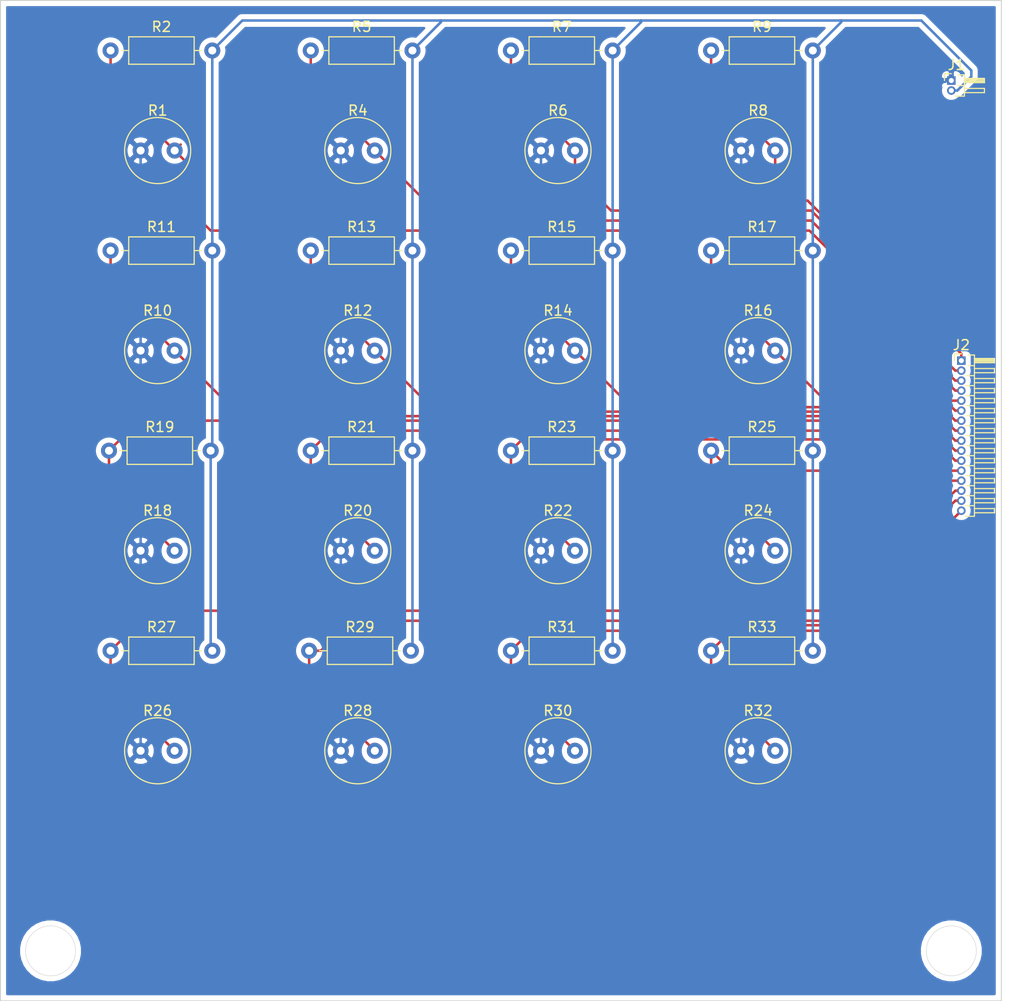
<source format=kicad_pcb>
(kicad_pcb (version 20171130) (host pcbnew "(5.1.5)-3")

  (general
    (thickness 1.6)
    (drawings 6)
    (tracks 166)
    (zones 0)
    (modules 34)
    (nets 20)
  )

  (page A4)
  (layers
    (0 F.Cu signal)
    (31 B.Cu signal)
    (32 B.Adhes user)
    (33 F.Adhes user)
    (34 B.Paste user)
    (35 F.Paste user)
    (36 B.SilkS user)
    (37 F.SilkS user)
    (38 B.Mask user)
    (39 F.Mask user)
    (40 Dwgs.User user)
    (41 Cmts.User user)
    (42 Eco1.User user)
    (43 Eco2.User user)
    (44 Edge.Cuts user)
    (45 Margin user)
    (46 B.CrtYd user)
    (47 F.CrtYd user)
    (48 B.Fab user)
    (49 F.Fab user)
  )

  (setup
    (last_trace_width 0.25)
    (trace_clearance 0.2)
    (zone_clearance 0.508)
    (zone_45_only no)
    (trace_min 0.2)
    (via_size 0.8)
    (via_drill 0.4)
    (via_min_size 0.4)
    (via_min_drill 0.3)
    (uvia_size 0.3)
    (uvia_drill 0.1)
    (uvias_allowed no)
    (uvia_min_size 0.2)
    (uvia_min_drill 0.1)
    (edge_width 0.05)
    (segment_width 0.2)
    (pcb_text_width 0.3)
    (pcb_text_size 1.5 1.5)
    (mod_edge_width 0.12)
    (mod_text_size 1 1)
    (mod_text_width 0.15)
    (pad_size 1.524 1.524)
    (pad_drill 0.762)
    (pad_to_mask_clearance 0.051)
    (solder_mask_min_width 0.25)
    (aux_axis_origin 0 0)
    (visible_elements FFFFFF7F)
    (pcbplotparams
      (layerselection 0x010fc_ffffffff)
      (usegerberextensions false)
      (usegerberattributes false)
      (usegerberadvancedattributes false)
      (creategerberjobfile false)
      (excludeedgelayer true)
      (linewidth 0.100000)
      (plotframeref false)
      (viasonmask false)
      (mode 1)
      (useauxorigin false)
      (hpglpennumber 1)
      (hpglpenspeed 20)
      (hpglpendiameter 15.000000)
      (psnegative false)
      (psa4output false)
      (plotreference true)
      (plotvalue true)
      (plotinvisibletext false)
      (padsonsilk false)
      (subtractmaskfromsilk false)
      (outputformat 4)
      (mirror false)
      (drillshape 0)
      (scaleselection 1)
      (outputdirectory ""))
  )

  (net 0 "")
  (net 1 GND)
  (net 2 "Net-(J1-Pad1)")
  (net 3 "Net-(J1-Pad2)")
  (net 4 "Net-(J2-Pad1)")
  (net 5 "Net-(J2-Pad2)")
  (net 6 "Net-(J2-Pad3)")
  (net 7 "Net-(J2-Pad4)")
  (net 8 "Net-(J2-Pad6)")
  (net 9 "Net-(J2-Pad7)")
  (net 10 "Net-(J2-Pad8)")
  (net 11 "Net-(J2-Pad9)")
  (net 12 "Net-(J2-Pad10)")
  (net 13 "Net-(J2-Pad11)")
  (net 14 "Net-(J2-Pad12)")
  (net 15 "Net-(J2-Pad13)")
  (net 16 "Net-(J2-Pad14)")
  (net 17 "Net-(J2-Pad15)")
  (net 18 "Net-(J2-Pad16)")
  (net 19 "Net-(J2-Pad5)")

  (net_class Default "This is the default net class."
    (clearance 0.2)
    (trace_width 0.25)
    (via_dia 0.8)
    (via_drill 0.4)
    (uvia_dia 0.3)
    (uvia_drill 0.1)
    (add_net "Net-(J1-Pad1)")
    (add_net "Net-(J1-Pad2)")
    (add_net "Net-(J2-Pad1)")
    (add_net "Net-(J2-Pad10)")
    (add_net "Net-(J2-Pad11)")
    (add_net "Net-(J2-Pad12)")
    (add_net "Net-(J2-Pad13)")
    (add_net "Net-(J2-Pad14)")
    (add_net "Net-(J2-Pad15)")
    (add_net "Net-(J2-Pad16)")
    (add_net "Net-(J2-Pad2)")
    (add_net "Net-(J2-Pad3)")
    (add_net "Net-(J2-Pad4)")
    (add_net "Net-(J2-Pad5)")
    (add_net "Net-(J2-Pad6)")
    (add_net "Net-(J2-Pad7)")
    (add_net "Net-(J2-Pad8)")
    (add_net "Net-(J2-Pad9)")
  )

  (module Connector_PinHeader_1.00mm:PinHeader_1x02_P1.00mm_Horizontal (layer F.Cu) (tedit 59FED737) (tstamp 5EAAA07C)
    (at 195 58)
    (descr "Through hole angled pin header, 1x02, 1.00mm pitch, 2.0mm pin length, single row")
    (tags "Through hole angled pin header THT 1x02 1.00mm single row")
    (path /5EB77B1D)
    (fp_text reference J1 (at 0.5 -1.56) (layer F.SilkS)
      (effects (font (size 1 1) (thickness 0.15)))
    )
    (fp_text value Conn_01x02_Male (at 0.5 1.56) (layer F.Fab)
      (effects (font (size 1 1) (thickness 0.15)))
    )
    (fp_text user %R (at 0.5 0 90) (layer F.Fab)
      (effects (font (size 1 1) (thickness 0.15)))
    )
    (fp_line (start 3.75 -1) (end -1 -1) (layer F.CrtYd) (width 0.05))
    (fp_line (start 3.75 2) (end 3.75 -1) (layer F.CrtYd) (width 0.05))
    (fp_line (start -1 2) (end 3.75 2) (layer F.CrtYd) (width 0.05))
    (fp_line (start -1 -1) (end -1 2) (layer F.CrtYd) (width 0.05))
    (fp_line (start -0.685 -0.685) (end 0 -0.685) (layer F.SilkS) (width 0.12))
    (fp_line (start -0.685 0) (end -0.685 -0.685) (layer F.SilkS) (width 0.12))
    (fp_line (start 3.31 1.21) (end 1.31 1.21) (layer F.SilkS) (width 0.12))
    (fp_line (start 3.31 0.79) (end 3.31 1.21) (layer F.SilkS) (width 0.12))
    (fp_line (start 1.31 0.79) (end 3.31 0.79) (layer F.SilkS) (width 0.12))
    (fp_line (start 0.685 0.5) (end 1.31 0.5) (layer F.SilkS) (width 0.12))
    (fp_line (start 1.31 0.09) (end 3.31 0.09) (layer F.SilkS) (width 0.12))
    (fp_line (start 1.31 -0.03) (end 3.31 -0.03) (layer F.SilkS) (width 0.12))
    (fp_line (start 1.31 -0.15) (end 3.31 -0.15) (layer F.SilkS) (width 0.12))
    (fp_line (start 3.31 0.21) (end 1.31 0.21) (layer F.SilkS) (width 0.12))
    (fp_line (start 3.31 -0.21) (end 3.31 0.21) (layer F.SilkS) (width 0.12))
    (fp_line (start 1.31 -0.21) (end 3.31 -0.21) (layer F.SilkS) (width 0.12))
    (fp_line (start 1.31 1.56) (end 0.394493 1.56) (layer F.SilkS) (width 0.12))
    (fp_line (start 1.31 -0.56) (end 1.31 1.56) (layer F.SilkS) (width 0.12))
    (fp_line (start 0.685 -0.56) (end 1.31 -0.56) (layer F.SilkS) (width 0.12))
    (fp_line (start 1.25 1.15) (end 3.25 1.15) (layer F.Fab) (width 0.1))
    (fp_line (start 3.25 0.85) (end 3.25 1.15) (layer F.Fab) (width 0.1))
    (fp_line (start 1.25 0.85) (end 3.25 0.85) (layer F.Fab) (width 0.1))
    (fp_line (start -0.15 1.15) (end 0.25 1.15) (layer F.Fab) (width 0.1))
    (fp_line (start -0.15 0.85) (end -0.15 1.15) (layer F.Fab) (width 0.1))
    (fp_line (start -0.15 0.85) (end 0.25 0.85) (layer F.Fab) (width 0.1))
    (fp_line (start 1.25 0.15) (end 3.25 0.15) (layer F.Fab) (width 0.1))
    (fp_line (start 3.25 -0.15) (end 3.25 0.15) (layer F.Fab) (width 0.1))
    (fp_line (start 1.25 -0.15) (end 3.25 -0.15) (layer F.Fab) (width 0.1))
    (fp_line (start -0.15 0.15) (end 0.25 0.15) (layer F.Fab) (width 0.1))
    (fp_line (start -0.15 -0.15) (end -0.15 0.15) (layer F.Fab) (width 0.1))
    (fp_line (start -0.15 -0.15) (end 0.25 -0.15) (layer F.Fab) (width 0.1))
    (fp_line (start 0.25 -0.25) (end 0.5 -0.5) (layer F.Fab) (width 0.1))
    (fp_line (start 0.25 1.5) (end 0.25 -0.25) (layer F.Fab) (width 0.1))
    (fp_line (start 1.25 1.5) (end 0.25 1.5) (layer F.Fab) (width 0.1))
    (fp_line (start 1.25 -0.5) (end 1.25 1.5) (layer F.Fab) (width 0.1))
    (fp_line (start 0.5 -0.5) (end 1.25 -0.5) (layer F.Fab) (width 0.1))
    (pad 2 thru_hole oval (at 0 1) (size 0.85 0.85) (drill 0.5) (layers *.Cu *.Mask)
      (net 3 "Net-(J1-Pad2)"))
    (pad 1 thru_hole rect (at 0 0) (size 0.85 0.85) (drill 0.5) (layers *.Cu *.Mask)
      (net 2 "Net-(J1-Pad1)"))
    (model ${KISYS3DMOD}/Connector_PinHeader_1.00mm.3dshapes/PinHeader_1x02_P1.00mm_Horizontal.wrl
      (at (xyz 0 0 0))
      (scale (xyz 1 1 1))
      (rotate (xyz 0 0 0))
    )
  )

  (module Connector_PinHeader_1.00mm:PinHeader_1x16_P1.00mm_Horizontal (layer F.Cu) (tedit 59FED737) (tstamp 5EAAA0A2)
    (at 196 86)
    (descr "Through hole angled pin header, 1x16, 1.00mm pitch, 2.0mm pin length, single row")
    (tags "Through hole angled pin header THT 1x16 1.00mm single row")
    (path /5EB88CA7)
    (fp_text reference J2 (at 0 -1.56) (layer F.SilkS)
      (effects (font (size 1 1) (thickness 0.15)))
    )
    (fp_text value Conn_01x16 (at 0 16.56) (layer F.Fab)
      (effects (font (size 1 1) (thickness 0.15)))
    )
    (fp_text user %R (at 0 7.5 90) (layer F.Fab)
      (effects (font (size 0.76 0.76) (thickness 0.114)))
    )
    (fp_line (start 3.75 -1) (end -1 -1) (layer F.CrtYd) (width 0.05))
    (fp_line (start 3.75 16) (end 3.75 -1) (layer F.CrtYd) (width 0.05))
    (fp_line (start -1 16) (end 3.75 16) (layer F.CrtYd) (width 0.05))
    (fp_line (start -1 -1) (end -1 16) (layer F.CrtYd) (width 0.05))
    (fp_line (start -0.685 -0.685) (end 0 -0.685) (layer F.SilkS) (width 0.12))
    (fp_line (start -0.685 0) (end -0.685 -0.685) (layer F.SilkS) (width 0.12))
    (fp_line (start 3.31 15.21) (end 1.31 15.21) (layer F.SilkS) (width 0.12))
    (fp_line (start 3.31 14.79) (end 3.31 15.21) (layer F.SilkS) (width 0.12))
    (fp_line (start 1.31 14.79) (end 3.31 14.79) (layer F.SilkS) (width 0.12))
    (fp_line (start 0.468215 14.5) (end 1.31 14.5) (layer F.SilkS) (width 0.12))
    (fp_line (start 3.31 14.21) (end 1.31 14.21) (layer F.SilkS) (width 0.12))
    (fp_line (start 3.31 13.79) (end 3.31 14.21) (layer F.SilkS) (width 0.12))
    (fp_line (start 1.31 13.79) (end 3.31 13.79) (layer F.SilkS) (width 0.12))
    (fp_line (start 0.468215 13.5) (end 1.31 13.5) (layer F.SilkS) (width 0.12))
    (fp_line (start 3.31 13.21) (end 1.31 13.21) (layer F.SilkS) (width 0.12))
    (fp_line (start 3.31 12.79) (end 3.31 13.21) (layer F.SilkS) (width 0.12))
    (fp_line (start 1.31 12.79) (end 3.31 12.79) (layer F.SilkS) (width 0.12))
    (fp_line (start 0.468215 12.5) (end 1.31 12.5) (layer F.SilkS) (width 0.12))
    (fp_line (start 3.31 12.21) (end 1.31 12.21) (layer F.SilkS) (width 0.12))
    (fp_line (start 3.31 11.79) (end 3.31 12.21) (layer F.SilkS) (width 0.12))
    (fp_line (start 1.31 11.79) (end 3.31 11.79) (layer F.SilkS) (width 0.12))
    (fp_line (start 0.468215 11.5) (end 1.31 11.5) (layer F.SilkS) (width 0.12))
    (fp_line (start 3.31 11.21) (end 1.31 11.21) (layer F.SilkS) (width 0.12))
    (fp_line (start 3.31 10.79) (end 3.31 11.21) (layer F.SilkS) (width 0.12))
    (fp_line (start 1.31 10.79) (end 3.31 10.79) (layer F.SilkS) (width 0.12))
    (fp_line (start 0.468215 10.5) (end 1.31 10.5) (layer F.SilkS) (width 0.12))
    (fp_line (start 3.31 10.21) (end 1.31 10.21) (layer F.SilkS) (width 0.12))
    (fp_line (start 3.31 9.79) (end 3.31 10.21) (layer F.SilkS) (width 0.12))
    (fp_line (start 1.31 9.79) (end 3.31 9.79) (layer F.SilkS) (width 0.12))
    (fp_line (start 0.468215 9.5) (end 1.31 9.5) (layer F.SilkS) (width 0.12))
    (fp_line (start 3.31 9.21) (end 1.31 9.21) (layer F.SilkS) (width 0.12))
    (fp_line (start 3.31 8.79) (end 3.31 9.21) (layer F.SilkS) (width 0.12))
    (fp_line (start 1.31 8.79) (end 3.31 8.79) (layer F.SilkS) (width 0.12))
    (fp_line (start 0.468215 8.5) (end 1.31 8.5) (layer F.SilkS) (width 0.12))
    (fp_line (start 3.31 8.21) (end 1.31 8.21) (layer F.SilkS) (width 0.12))
    (fp_line (start 3.31 7.79) (end 3.31 8.21) (layer F.SilkS) (width 0.12))
    (fp_line (start 1.31 7.79) (end 3.31 7.79) (layer F.SilkS) (width 0.12))
    (fp_line (start 0.468215 7.5) (end 1.31 7.5) (layer F.SilkS) (width 0.12))
    (fp_line (start 3.31 7.21) (end 1.31 7.21) (layer F.SilkS) (width 0.12))
    (fp_line (start 3.31 6.79) (end 3.31 7.21) (layer F.SilkS) (width 0.12))
    (fp_line (start 1.31 6.79) (end 3.31 6.79) (layer F.SilkS) (width 0.12))
    (fp_line (start 0.468215 6.5) (end 1.31 6.5) (layer F.SilkS) (width 0.12))
    (fp_line (start 3.31 6.21) (end 1.31 6.21) (layer F.SilkS) (width 0.12))
    (fp_line (start 3.31 5.79) (end 3.31 6.21) (layer F.SilkS) (width 0.12))
    (fp_line (start 1.31 5.79) (end 3.31 5.79) (layer F.SilkS) (width 0.12))
    (fp_line (start 0.468215 5.5) (end 1.31 5.5) (layer F.SilkS) (width 0.12))
    (fp_line (start 3.31 5.21) (end 1.31 5.21) (layer F.SilkS) (width 0.12))
    (fp_line (start 3.31 4.79) (end 3.31 5.21) (layer F.SilkS) (width 0.12))
    (fp_line (start 1.31 4.79) (end 3.31 4.79) (layer F.SilkS) (width 0.12))
    (fp_line (start 0.468215 4.5) (end 1.31 4.5) (layer F.SilkS) (width 0.12))
    (fp_line (start 3.31 4.21) (end 1.31 4.21) (layer F.SilkS) (width 0.12))
    (fp_line (start 3.31 3.79) (end 3.31 4.21) (layer F.SilkS) (width 0.12))
    (fp_line (start 1.31 3.79) (end 3.31 3.79) (layer F.SilkS) (width 0.12))
    (fp_line (start 0.468215 3.5) (end 1.31 3.5) (layer F.SilkS) (width 0.12))
    (fp_line (start 3.31 3.21) (end 1.31 3.21) (layer F.SilkS) (width 0.12))
    (fp_line (start 3.31 2.79) (end 3.31 3.21) (layer F.SilkS) (width 0.12))
    (fp_line (start 1.31 2.79) (end 3.31 2.79) (layer F.SilkS) (width 0.12))
    (fp_line (start 0.468215 2.5) (end 1.31 2.5) (layer F.SilkS) (width 0.12))
    (fp_line (start 3.31 2.21) (end 1.31 2.21) (layer F.SilkS) (width 0.12))
    (fp_line (start 3.31 1.79) (end 3.31 2.21) (layer F.SilkS) (width 0.12))
    (fp_line (start 1.31 1.79) (end 3.31 1.79) (layer F.SilkS) (width 0.12))
    (fp_line (start 0.468215 1.5) (end 1.31 1.5) (layer F.SilkS) (width 0.12))
    (fp_line (start 3.31 1.21) (end 1.31 1.21) (layer F.SilkS) (width 0.12))
    (fp_line (start 3.31 0.79) (end 3.31 1.21) (layer F.SilkS) (width 0.12))
    (fp_line (start 1.31 0.79) (end 3.31 0.79) (layer F.SilkS) (width 0.12))
    (fp_line (start 0.685 0.5) (end 1.31 0.5) (layer F.SilkS) (width 0.12))
    (fp_line (start 1.31 0.09) (end 3.31 0.09) (layer F.SilkS) (width 0.12))
    (fp_line (start 1.31 -0.03) (end 3.31 -0.03) (layer F.SilkS) (width 0.12))
    (fp_line (start 1.31 -0.15) (end 3.31 -0.15) (layer F.SilkS) (width 0.12))
    (fp_line (start 3.31 0.21) (end 1.31 0.21) (layer F.SilkS) (width 0.12))
    (fp_line (start 3.31 -0.21) (end 3.31 0.21) (layer F.SilkS) (width 0.12))
    (fp_line (start 1.31 -0.21) (end 3.31 -0.21) (layer F.SilkS) (width 0.12))
    (fp_line (start 1.31 15.56) (end 0.394493 15.56) (layer F.SilkS) (width 0.12))
    (fp_line (start 1.31 -0.56) (end 1.31 15.56) (layer F.SilkS) (width 0.12))
    (fp_line (start 0.685 -0.56) (end 1.31 -0.56) (layer F.SilkS) (width 0.12))
    (fp_line (start 1.25 15.15) (end 3.25 15.15) (layer F.Fab) (width 0.1))
    (fp_line (start 3.25 14.85) (end 3.25 15.15) (layer F.Fab) (width 0.1))
    (fp_line (start 1.25 14.85) (end 3.25 14.85) (layer F.Fab) (width 0.1))
    (fp_line (start -0.15 15.15) (end 0.25 15.15) (layer F.Fab) (width 0.1))
    (fp_line (start -0.15 14.85) (end -0.15 15.15) (layer F.Fab) (width 0.1))
    (fp_line (start -0.15 14.85) (end 0.25 14.85) (layer F.Fab) (width 0.1))
    (fp_line (start 1.25 14.15) (end 3.25 14.15) (layer F.Fab) (width 0.1))
    (fp_line (start 3.25 13.85) (end 3.25 14.15) (layer F.Fab) (width 0.1))
    (fp_line (start 1.25 13.85) (end 3.25 13.85) (layer F.Fab) (width 0.1))
    (fp_line (start -0.15 14.15) (end 0.25 14.15) (layer F.Fab) (width 0.1))
    (fp_line (start -0.15 13.85) (end -0.15 14.15) (layer F.Fab) (width 0.1))
    (fp_line (start -0.15 13.85) (end 0.25 13.85) (layer F.Fab) (width 0.1))
    (fp_line (start 1.25 13.15) (end 3.25 13.15) (layer F.Fab) (width 0.1))
    (fp_line (start 3.25 12.85) (end 3.25 13.15) (layer F.Fab) (width 0.1))
    (fp_line (start 1.25 12.85) (end 3.25 12.85) (layer F.Fab) (width 0.1))
    (fp_line (start -0.15 13.15) (end 0.25 13.15) (layer F.Fab) (width 0.1))
    (fp_line (start -0.15 12.85) (end -0.15 13.15) (layer F.Fab) (width 0.1))
    (fp_line (start -0.15 12.85) (end 0.25 12.85) (layer F.Fab) (width 0.1))
    (fp_line (start 1.25 12.15) (end 3.25 12.15) (layer F.Fab) (width 0.1))
    (fp_line (start 3.25 11.85) (end 3.25 12.15) (layer F.Fab) (width 0.1))
    (fp_line (start 1.25 11.85) (end 3.25 11.85) (layer F.Fab) (width 0.1))
    (fp_line (start -0.15 12.15) (end 0.25 12.15) (layer F.Fab) (width 0.1))
    (fp_line (start -0.15 11.85) (end -0.15 12.15) (layer F.Fab) (width 0.1))
    (fp_line (start -0.15 11.85) (end 0.25 11.85) (layer F.Fab) (width 0.1))
    (fp_line (start 1.25 11.15) (end 3.25 11.15) (layer F.Fab) (width 0.1))
    (fp_line (start 3.25 10.85) (end 3.25 11.15) (layer F.Fab) (width 0.1))
    (fp_line (start 1.25 10.85) (end 3.25 10.85) (layer F.Fab) (width 0.1))
    (fp_line (start -0.15 11.15) (end 0.25 11.15) (layer F.Fab) (width 0.1))
    (fp_line (start -0.15 10.85) (end -0.15 11.15) (layer F.Fab) (width 0.1))
    (fp_line (start -0.15 10.85) (end 0.25 10.85) (layer F.Fab) (width 0.1))
    (fp_line (start 1.25 10.15) (end 3.25 10.15) (layer F.Fab) (width 0.1))
    (fp_line (start 3.25 9.85) (end 3.25 10.15) (layer F.Fab) (width 0.1))
    (fp_line (start 1.25 9.85) (end 3.25 9.85) (layer F.Fab) (width 0.1))
    (fp_line (start -0.15 10.15) (end 0.25 10.15) (layer F.Fab) (width 0.1))
    (fp_line (start -0.15 9.85) (end -0.15 10.15) (layer F.Fab) (width 0.1))
    (fp_line (start -0.15 9.85) (end 0.25 9.85) (layer F.Fab) (width 0.1))
    (fp_line (start 1.25 9.15) (end 3.25 9.15) (layer F.Fab) (width 0.1))
    (fp_line (start 3.25 8.85) (end 3.25 9.15) (layer F.Fab) (width 0.1))
    (fp_line (start 1.25 8.85) (end 3.25 8.85) (layer F.Fab) (width 0.1))
    (fp_line (start -0.15 9.15) (end 0.25 9.15) (layer F.Fab) (width 0.1))
    (fp_line (start -0.15 8.85) (end -0.15 9.15) (layer F.Fab) (width 0.1))
    (fp_line (start -0.15 8.85) (end 0.25 8.85) (layer F.Fab) (width 0.1))
    (fp_line (start 1.25 8.15) (end 3.25 8.15) (layer F.Fab) (width 0.1))
    (fp_line (start 3.25 7.85) (end 3.25 8.15) (layer F.Fab) (width 0.1))
    (fp_line (start 1.25 7.85) (end 3.25 7.85) (layer F.Fab) (width 0.1))
    (fp_line (start -0.15 8.15) (end 0.25 8.15) (layer F.Fab) (width 0.1))
    (fp_line (start -0.15 7.85) (end -0.15 8.15) (layer F.Fab) (width 0.1))
    (fp_line (start -0.15 7.85) (end 0.25 7.85) (layer F.Fab) (width 0.1))
    (fp_line (start 1.25 7.15) (end 3.25 7.15) (layer F.Fab) (width 0.1))
    (fp_line (start 3.25 6.85) (end 3.25 7.15) (layer F.Fab) (width 0.1))
    (fp_line (start 1.25 6.85) (end 3.25 6.85) (layer F.Fab) (width 0.1))
    (fp_line (start -0.15 7.15) (end 0.25 7.15) (layer F.Fab) (width 0.1))
    (fp_line (start -0.15 6.85) (end -0.15 7.15) (layer F.Fab) (width 0.1))
    (fp_line (start -0.15 6.85) (end 0.25 6.85) (layer F.Fab) (width 0.1))
    (fp_line (start 1.25 6.15) (end 3.25 6.15) (layer F.Fab) (width 0.1))
    (fp_line (start 3.25 5.85) (end 3.25 6.15) (layer F.Fab) (width 0.1))
    (fp_line (start 1.25 5.85) (end 3.25 5.85) (layer F.Fab) (width 0.1))
    (fp_line (start -0.15 6.15) (end 0.25 6.15) (layer F.Fab) (width 0.1))
    (fp_line (start -0.15 5.85) (end -0.15 6.15) (layer F.Fab) (width 0.1))
    (fp_line (start -0.15 5.85) (end 0.25 5.85) (layer F.Fab) (width 0.1))
    (fp_line (start 1.25 5.15) (end 3.25 5.15) (layer F.Fab) (width 0.1))
    (fp_line (start 3.25 4.85) (end 3.25 5.15) (layer F.Fab) (width 0.1))
    (fp_line (start 1.25 4.85) (end 3.25 4.85) (layer F.Fab) (width 0.1))
    (fp_line (start -0.15 5.15) (end 0.25 5.15) (layer F.Fab) (width 0.1))
    (fp_line (start -0.15 4.85) (end -0.15 5.15) (layer F.Fab) (width 0.1))
    (fp_line (start -0.15 4.85) (end 0.25 4.85) (layer F.Fab) (width 0.1))
    (fp_line (start 1.25 4.15) (end 3.25 4.15) (layer F.Fab) (width 0.1))
    (fp_line (start 3.25 3.85) (end 3.25 4.15) (layer F.Fab) (width 0.1))
    (fp_line (start 1.25 3.85) (end 3.25 3.85) (layer F.Fab) (width 0.1))
    (fp_line (start -0.15 4.15) (end 0.25 4.15) (layer F.Fab) (width 0.1))
    (fp_line (start -0.15 3.85) (end -0.15 4.15) (layer F.Fab) (width 0.1))
    (fp_line (start -0.15 3.85) (end 0.25 3.85) (layer F.Fab) (width 0.1))
    (fp_line (start 1.25 3.15) (end 3.25 3.15) (layer F.Fab) (width 0.1))
    (fp_line (start 3.25 2.85) (end 3.25 3.15) (layer F.Fab) (width 0.1))
    (fp_line (start 1.25 2.85) (end 3.25 2.85) (layer F.Fab) (width 0.1))
    (fp_line (start -0.15 3.15) (end 0.25 3.15) (layer F.Fab) (width 0.1))
    (fp_line (start -0.15 2.85) (end -0.15 3.15) (layer F.Fab) (width 0.1))
    (fp_line (start -0.15 2.85) (end 0.25 2.85) (layer F.Fab) (width 0.1))
    (fp_line (start 1.25 2.15) (end 3.25 2.15) (layer F.Fab) (width 0.1))
    (fp_line (start 3.25 1.85) (end 3.25 2.15) (layer F.Fab) (width 0.1))
    (fp_line (start 1.25 1.85) (end 3.25 1.85) (layer F.Fab) (width 0.1))
    (fp_line (start -0.15 2.15) (end 0.25 2.15) (layer F.Fab) (width 0.1))
    (fp_line (start -0.15 1.85) (end -0.15 2.15) (layer F.Fab) (width 0.1))
    (fp_line (start -0.15 1.85) (end 0.25 1.85) (layer F.Fab) (width 0.1))
    (fp_line (start 1.25 1.15) (end 3.25 1.15) (layer F.Fab) (width 0.1))
    (fp_line (start 3.25 0.85) (end 3.25 1.15) (layer F.Fab) (width 0.1))
    (fp_line (start 1.25 0.85) (end 3.25 0.85) (layer F.Fab) (width 0.1))
    (fp_line (start -0.15 1.15) (end 0.25 1.15) (layer F.Fab) (width 0.1))
    (fp_line (start -0.15 0.85) (end -0.15 1.15) (layer F.Fab) (width 0.1))
    (fp_line (start -0.15 0.85) (end 0.25 0.85) (layer F.Fab) (width 0.1))
    (fp_line (start 1.25 0.15) (end 3.25 0.15) (layer F.Fab) (width 0.1))
    (fp_line (start 3.25 -0.15) (end 3.25 0.15) (layer F.Fab) (width 0.1))
    (fp_line (start 1.25 -0.15) (end 3.25 -0.15) (layer F.Fab) (width 0.1))
    (fp_line (start -0.15 0.15) (end 0.25 0.15) (layer F.Fab) (width 0.1))
    (fp_line (start -0.15 -0.15) (end -0.15 0.15) (layer F.Fab) (width 0.1))
    (fp_line (start -0.15 -0.15) (end 0.25 -0.15) (layer F.Fab) (width 0.1))
    (fp_line (start 0.25 -0.25) (end 0.5 -0.5) (layer F.Fab) (width 0.1))
    (fp_line (start 0.25 15.5) (end 0.25 -0.25) (layer F.Fab) (width 0.1))
    (fp_line (start 1.25 15.5) (end 0.25 15.5) (layer F.Fab) (width 0.1))
    (fp_line (start 1.25 -0.5) (end 1.25 15.5) (layer F.Fab) (width 0.1))
    (fp_line (start 0.5 -0.5) (end 1.25 -0.5) (layer F.Fab) (width 0.1))
    (pad 16 thru_hole oval (at 0 15) (size 0.85 0.85) (drill 0.5) (layers *.Cu *.Mask)
      (net 18 "Net-(J2-Pad16)"))
    (pad 15 thru_hole oval (at 0 14) (size 0.85 0.85) (drill 0.5) (layers *.Cu *.Mask)
      (net 17 "Net-(J2-Pad15)"))
    (pad 14 thru_hole oval (at 0 13) (size 0.85 0.85) (drill 0.5) (layers *.Cu *.Mask)
      (net 16 "Net-(J2-Pad14)"))
    (pad 13 thru_hole oval (at 0 12) (size 0.85 0.85) (drill 0.5) (layers *.Cu *.Mask)
      (net 15 "Net-(J2-Pad13)"))
    (pad 12 thru_hole oval (at 0 11) (size 0.85 0.85) (drill 0.5) (layers *.Cu *.Mask)
      (net 14 "Net-(J2-Pad12)"))
    (pad 11 thru_hole oval (at 0 10) (size 0.85 0.85) (drill 0.5) (layers *.Cu *.Mask)
      (net 13 "Net-(J2-Pad11)"))
    (pad 10 thru_hole oval (at 0 9) (size 0.85 0.85) (drill 0.5) (layers *.Cu *.Mask)
      (net 12 "Net-(J2-Pad10)"))
    (pad 9 thru_hole oval (at 0 8) (size 0.85 0.85) (drill 0.5) (layers *.Cu *.Mask)
      (net 11 "Net-(J2-Pad9)"))
    (pad 8 thru_hole oval (at 0 7) (size 0.85 0.85) (drill 0.5) (layers *.Cu *.Mask)
      (net 10 "Net-(J2-Pad8)"))
    (pad 7 thru_hole oval (at 0 6) (size 0.85 0.85) (drill 0.5) (layers *.Cu *.Mask)
      (net 9 "Net-(J2-Pad7)"))
    (pad 6 thru_hole oval (at 0 5) (size 0.85 0.85) (drill 0.5) (layers *.Cu *.Mask)
      (net 8 "Net-(J2-Pad6)"))
    (pad 5 thru_hole oval (at 0 4) (size 0.85 0.85) (drill 0.5) (layers *.Cu *.Mask)
      (net 19 "Net-(J2-Pad5)"))
    (pad 4 thru_hole oval (at 0 3) (size 0.85 0.85) (drill 0.5) (layers *.Cu *.Mask)
      (net 7 "Net-(J2-Pad4)"))
    (pad 3 thru_hole oval (at 0 2) (size 0.85 0.85) (drill 0.5) (layers *.Cu *.Mask)
      (net 6 "Net-(J2-Pad3)"))
    (pad 2 thru_hole oval (at 0 1) (size 0.85 0.85) (drill 0.5) (layers *.Cu *.Mask)
      (net 5 "Net-(J2-Pad2)"))
    (pad 1 thru_hole rect (at 0 0) (size 0.85 0.85) (drill 0.5) (layers *.Cu *.Mask)
      (net 4 "Net-(J2-Pad1)"))
    (model ${KISYS3DMOD}/Connector_PinHeader_1.00mm.3dshapes/PinHeader_1x16_P1.00mm_Horizontal.wrl
      (at (xyz 0 0 0))
      (scale (xyz 1 1 1))
      (rotate (xyz 0 0 0))
    )
  )

  (module OptoDevice:R_LDR_D6.4mm_P3.4mm_Vertical (layer F.Cu) (tedit 5B860497) (tstamp 5EA9BB10)
    (at 114 65)
    (descr "Resistor, LDR D=6.4mm, see http://yourduino.com/docs/Photoresistor-5516-datasheet.pdf")
    (tags "Resistor LDRD=6.4mm")
    (path /5EA97B11)
    (fp_text reference R1 (at 1.7 -4) (layer F.SilkS)
      (effects (font (size 1 1) (thickness 0.15)))
    )
    (fp_text value A1060 (at 1.7 4.1) (layer F.Fab)
      (effects (font (size 1 1) (thickness 0.15)))
    )
    (fp_text user %R (at 1.7 -4) (layer F.Fab)
      (effects (font (size 1 1) (thickness 0.15)))
    )
    (fp_line (start 2.6 0.6) (end 1 0.6) (layer F.Fab) (width 0.1))
    (fp_line (start 1 0.6) (end 1 0) (layer F.Fab) (width 0.1))
    (fp_line (start 1 0) (end 2.4 0) (layer F.Fab) (width 0.1))
    (fp_line (start 2.4 0) (end 2.4 -0.6) (layer F.Fab) (width 0.1))
    (fp_line (start 2.4 -0.6) (end 0.8 -0.6) (layer F.Fab) (width 0.1))
    (fp_line (start 0.8 -1.8) (end 2.6 -1.8) (layer F.Fab) (width 0.1))
    (fp_line (start 2.6 -1.8) (end 2.6 -1.2) (layer F.Fab) (width 0.1))
    (fp_line (start 2.6 -1.2) (end 0.8 -1.2) (layer F.Fab) (width 0.1))
    (fp_line (start 0.8 -1.2) (end 0.8 -0.6) (layer F.Fab) (width 0.1))
    (fp_line (start 2.6 0.6) (end 2.6 1.2) (layer F.Fab) (width 0.1))
    (fp_line (start 2.6 1.2) (end 0.8 1.2) (layer F.Fab) (width 0.1))
    (fp_line (start 0.8 1.2) (end 0.8 1.8) (layer F.Fab) (width 0.1))
    (fp_line (start 0.8 1.8) (end 2.6 1.8) (layer F.Fab) (width 0.1))
    (fp_circle (center 1.7 0) (end 5.2 0) (layer F.CrtYd) (width 0.05))
    (fp_circle (center 1.7 0) (end 5 -0.1) (layer F.SilkS) (width 0.12))
    (fp_circle (center 1.7 0) (end 4.5 0) (layer F.Fab) (width 0.1))
    (fp_circle (center 1.7 0) (end 4.9 0) (layer F.Fab) (width 0.1))
    (pad 1 thru_hole circle (at 0 0) (size 1.6 1.6) (drill 0.8) (layers *.Cu *.Mask)
      (net 2 "Net-(J1-Pad1)"))
    (pad 2 thru_hole circle (at 3.4 0) (size 1.6 1.6) (drill 0.8) (layers *.Cu *.Mask)
      (net 7 "Net-(J2-Pad4)"))
    (model ${KISYS3DMOD}/OptoDevice.3dshapes/R_LDR_D6.4mm_P3.4mm_Vertical.wrl
      (at (xyz 0 0 0))
      (scale (xyz 1 1 1))
      (rotate (xyz 0 0 0))
    )
  )

  (module Resistor_THT:R_Axial_DIN0207_L6.3mm_D2.5mm_P10.16mm_Horizontal (layer F.Cu) (tedit 5AE5139B) (tstamp 5EA9BB27)
    (at 111 55)
    (descr "Resistor, Axial_DIN0207 series, Axial, Horizontal, pin pitch=10.16mm, 0.25W = 1/4W, length*diameter=6.3*2.5mm^2, http://cdn-reichelt.de/documents/datenblatt/B400/1_4W%23YAG.pdf")
    (tags "Resistor Axial_DIN0207 series Axial Horizontal pin pitch 10.16mm 0.25W = 1/4W length 6.3mm diameter 2.5mm")
    (path /5EA98391)
    (fp_text reference R2 (at 5.08 -2.37) (layer F.SilkS)
      (effects (font (size 1 1) (thickness 0.15)))
    )
    (fp_text value 4.7k (at 5.08 2.37) (layer F.Fab)
      (effects (font (size 1 1) (thickness 0.15)))
    )
    (fp_text user %R (at 5.08 0) (layer F.Fab)
      (effects (font (size 1 1) (thickness 0.15)))
    )
    (fp_line (start 11.21 -1.5) (end -1.05 -1.5) (layer F.CrtYd) (width 0.05))
    (fp_line (start 11.21 1.5) (end 11.21 -1.5) (layer F.CrtYd) (width 0.05))
    (fp_line (start -1.05 1.5) (end 11.21 1.5) (layer F.CrtYd) (width 0.05))
    (fp_line (start -1.05 -1.5) (end -1.05 1.5) (layer F.CrtYd) (width 0.05))
    (fp_line (start 9.12 0) (end 8.35 0) (layer F.SilkS) (width 0.12))
    (fp_line (start 1.04 0) (end 1.81 0) (layer F.SilkS) (width 0.12))
    (fp_line (start 8.35 -1.37) (end 1.81 -1.37) (layer F.SilkS) (width 0.12))
    (fp_line (start 8.35 1.37) (end 8.35 -1.37) (layer F.SilkS) (width 0.12))
    (fp_line (start 1.81 1.37) (end 8.35 1.37) (layer F.SilkS) (width 0.12))
    (fp_line (start 1.81 -1.37) (end 1.81 1.37) (layer F.SilkS) (width 0.12))
    (fp_line (start 10.16 0) (end 8.23 0) (layer F.Fab) (width 0.1))
    (fp_line (start 0 0) (end 1.93 0) (layer F.Fab) (width 0.1))
    (fp_line (start 8.23 -1.25) (end 1.93 -1.25) (layer F.Fab) (width 0.1))
    (fp_line (start 8.23 1.25) (end 8.23 -1.25) (layer F.Fab) (width 0.1))
    (fp_line (start 1.93 1.25) (end 8.23 1.25) (layer F.Fab) (width 0.1))
    (fp_line (start 1.93 -1.25) (end 1.93 1.25) (layer F.Fab) (width 0.1))
    (pad 2 thru_hole oval (at 10.16 0) (size 1.6 1.6) (drill 0.8) (layers *.Cu *.Mask)
      (net 3 "Net-(J1-Pad2)"))
    (pad 1 thru_hole circle (at 0 0) (size 1.6 1.6) (drill 0.8) (layers *.Cu *.Mask)
      (net 7 "Net-(J2-Pad4)"))
    (model ${KISYS3DMOD}/Resistor_THT.3dshapes/R_Axial_DIN0207_L6.3mm_D2.5mm_P10.16mm_Horizontal.wrl
      (at (xyz 0 0 0))
      (scale (xyz 1 1 1))
      (rotate (xyz 0 0 0))
    )
  )

  (module OptoDevice:R_LDR_D6.4mm_P3.4mm_Vertical (layer F.Cu) (tedit 5B860497) (tstamp 5EAAA0BA)
    (at 134 65)
    (descr "Resistor, LDR D=6.4mm, see http://yourduino.com/docs/Photoresistor-5516-datasheet.pdf")
    (tags "Resistor LDRD=6.4mm")
    (path /5EAAFB42)
    (fp_text reference R4 (at 1.7 -4) (layer F.SilkS)
      (effects (font (size 1 1) (thickness 0.15)))
    )
    (fp_text value A1060 (at 1.7 4.1) (layer F.Fab)
      (effects (font (size 1 1) (thickness 0.15)))
    )
    (fp_text user %R (at 1.7 -4) (layer F.Fab)
      (effects (font (size 1 1) (thickness 0.15)))
    )
    (fp_line (start 2.6 0.6) (end 1 0.6) (layer F.Fab) (width 0.1))
    (fp_line (start 1 0.6) (end 1 0) (layer F.Fab) (width 0.1))
    (fp_line (start 1 0) (end 2.4 0) (layer F.Fab) (width 0.1))
    (fp_line (start 2.4 0) (end 2.4 -0.6) (layer F.Fab) (width 0.1))
    (fp_line (start 2.4 -0.6) (end 0.8 -0.6) (layer F.Fab) (width 0.1))
    (fp_line (start 0.8 -1.8) (end 2.6 -1.8) (layer F.Fab) (width 0.1))
    (fp_line (start 2.6 -1.8) (end 2.6 -1.2) (layer F.Fab) (width 0.1))
    (fp_line (start 2.6 -1.2) (end 0.8 -1.2) (layer F.Fab) (width 0.1))
    (fp_line (start 0.8 -1.2) (end 0.8 -0.6) (layer F.Fab) (width 0.1))
    (fp_line (start 2.6 0.6) (end 2.6 1.2) (layer F.Fab) (width 0.1))
    (fp_line (start 2.6 1.2) (end 0.8 1.2) (layer F.Fab) (width 0.1))
    (fp_line (start 0.8 1.2) (end 0.8 1.8) (layer F.Fab) (width 0.1))
    (fp_line (start 0.8 1.8) (end 2.6 1.8) (layer F.Fab) (width 0.1))
    (fp_circle (center 1.7 0) (end 5.2 0) (layer F.CrtYd) (width 0.05))
    (fp_circle (center 1.7 0) (end 5 -0.1) (layer F.SilkS) (width 0.12))
    (fp_circle (center 1.7 0) (end 4.5 0) (layer F.Fab) (width 0.1))
    (fp_circle (center 1.7 0) (end 4.9 0) (layer F.Fab) (width 0.1))
    (pad 1 thru_hole circle (at 0 0) (size 1.6 1.6) (drill 0.8) (layers *.Cu *.Mask)
      (net 2 "Net-(J1-Pad1)"))
    (pad 2 thru_hole circle (at 3.4 0) (size 1.6 1.6) (drill 0.8) (layers *.Cu *.Mask)
      (net 6 "Net-(J2-Pad3)"))
    (model ${KISYS3DMOD}/OptoDevice.3dshapes/R_LDR_D6.4mm_P3.4mm_Vertical.wrl
      (at (xyz 0 0 0))
      (scale (xyz 1 1 1))
      (rotate (xyz 0 0 0))
    )
  )

  (module Resistor_THT:R_Axial_DIN0207_L6.3mm_D2.5mm_P10.16mm_Horizontal (layer F.Cu) (tedit 5AE5139B) (tstamp 5EAAA0D1)
    (at 131 55)
    (descr "Resistor, Axial_DIN0207 series, Axial, Horizontal, pin pitch=10.16mm, 0.25W = 1/4W, length*diameter=6.3*2.5mm^2, http://cdn-reichelt.de/documents/datenblatt/B400/1_4W%23YAG.pdf")
    (tags "Resistor Axial_DIN0207 series Axial Horizontal pin pitch 10.16mm 0.25W = 1/4W length 6.3mm diameter 2.5mm")
    (path /5EAAFB48)
    (fp_text reference R5 (at 5.08 -2.37) (layer F.SilkS)
      (effects (font (size 1 1) (thickness 0.15)))
    )
    (fp_text value 4.7k (at 5.08 2.37) (layer F.Fab)
      (effects (font (size 1 1) (thickness 0.15)))
    )
    (fp_line (start 1.93 -1.25) (end 1.93 1.25) (layer F.Fab) (width 0.1))
    (fp_line (start 1.93 1.25) (end 8.23 1.25) (layer F.Fab) (width 0.1))
    (fp_line (start 8.23 1.25) (end 8.23 -1.25) (layer F.Fab) (width 0.1))
    (fp_line (start 8.23 -1.25) (end 1.93 -1.25) (layer F.Fab) (width 0.1))
    (fp_line (start 0 0) (end 1.93 0) (layer F.Fab) (width 0.1))
    (fp_line (start 10.16 0) (end 8.23 0) (layer F.Fab) (width 0.1))
    (fp_line (start 1.81 -1.37) (end 1.81 1.37) (layer F.SilkS) (width 0.12))
    (fp_line (start 1.81 1.37) (end 8.35 1.37) (layer F.SilkS) (width 0.12))
    (fp_line (start 8.35 1.37) (end 8.35 -1.37) (layer F.SilkS) (width 0.12))
    (fp_line (start 8.35 -1.37) (end 1.81 -1.37) (layer F.SilkS) (width 0.12))
    (fp_line (start 1.04 0) (end 1.81 0) (layer F.SilkS) (width 0.12))
    (fp_line (start 9.12 0) (end 8.35 0) (layer F.SilkS) (width 0.12))
    (fp_line (start -1.05 -1.5) (end -1.05 1.5) (layer F.CrtYd) (width 0.05))
    (fp_line (start -1.05 1.5) (end 11.21 1.5) (layer F.CrtYd) (width 0.05))
    (fp_line (start 11.21 1.5) (end 11.21 -1.5) (layer F.CrtYd) (width 0.05))
    (fp_line (start 11.21 -1.5) (end -1.05 -1.5) (layer F.CrtYd) (width 0.05))
    (fp_text user %R (at 5.08 0) (layer F.Fab)
      (effects (font (size 1 1) (thickness 0.15)))
    )
    (pad 1 thru_hole circle (at 0 0) (size 1.6 1.6) (drill 0.8) (layers *.Cu *.Mask)
      (net 6 "Net-(J2-Pad3)"))
    (pad 2 thru_hole oval (at 10.16 0) (size 1.6 1.6) (drill 0.8) (layers *.Cu *.Mask)
      (net 3 "Net-(J1-Pad2)"))
    (model ${KISYS3DMOD}/Resistor_THT.3dshapes/R_Axial_DIN0207_L6.3mm_D2.5mm_P10.16mm_Horizontal.wrl
      (at (xyz 0 0 0))
      (scale (xyz 1 1 1))
      (rotate (xyz 0 0 0))
    )
  )

  (module OptoDevice:R_LDR_D6.4mm_P3.4mm_Vertical (layer F.Cu) (tedit 5B860497) (tstamp 5EAAA0E9)
    (at 154 65)
    (descr "Resistor, LDR D=6.4mm, see http://yourduino.com/docs/Photoresistor-5516-datasheet.pdf")
    (tags "Resistor LDRD=6.4mm")
    (path /5EAB63EC)
    (fp_text reference R6 (at 1.7 -4) (layer F.SilkS)
      (effects (font (size 1 1) (thickness 0.15)))
    )
    (fp_text value A1060 (at 1.7 4.1) (layer F.Fab)
      (effects (font (size 1 1) (thickness 0.15)))
    )
    (fp_circle (center 1.7 0) (end 4.9 0) (layer F.Fab) (width 0.1))
    (fp_circle (center 1.7 0) (end 4.5 0) (layer F.Fab) (width 0.1))
    (fp_circle (center 1.7 0) (end 5 -0.1) (layer F.SilkS) (width 0.12))
    (fp_circle (center 1.7 0) (end 5.2 0) (layer F.CrtYd) (width 0.05))
    (fp_line (start 0.8 1.8) (end 2.6 1.8) (layer F.Fab) (width 0.1))
    (fp_line (start 0.8 1.2) (end 0.8 1.8) (layer F.Fab) (width 0.1))
    (fp_line (start 2.6 1.2) (end 0.8 1.2) (layer F.Fab) (width 0.1))
    (fp_line (start 2.6 0.6) (end 2.6 1.2) (layer F.Fab) (width 0.1))
    (fp_line (start 0.8 -1.2) (end 0.8 -0.6) (layer F.Fab) (width 0.1))
    (fp_line (start 2.6 -1.2) (end 0.8 -1.2) (layer F.Fab) (width 0.1))
    (fp_line (start 2.6 -1.8) (end 2.6 -1.2) (layer F.Fab) (width 0.1))
    (fp_line (start 0.8 -1.8) (end 2.6 -1.8) (layer F.Fab) (width 0.1))
    (fp_line (start 2.4 -0.6) (end 0.8 -0.6) (layer F.Fab) (width 0.1))
    (fp_line (start 2.4 0) (end 2.4 -0.6) (layer F.Fab) (width 0.1))
    (fp_line (start 1 0) (end 2.4 0) (layer F.Fab) (width 0.1))
    (fp_line (start 1 0.6) (end 1 0) (layer F.Fab) (width 0.1))
    (fp_line (start 2.6 0.6) (end 1 0.6) (layer F.Fab) (width 0.1))
    (fp_text user %R (at 1.7 -4) (layer F.Fab)
      (effects (font (size 1 1) (thickness 0.15)))
    )
    (pad 2 thru_hole circle (at 3.4 0) (size 1.6 1.6) (drill 0.8) (layers *.Cu *.Mask)
      (net 5 "Net-(J2-Pad2)"))
    (pad 1 thru_hole circle (at 0 0) (size 1.6 1.6) (drill 0.8) (layers *.Cu *.Mask)
      (net 2 "Net-(J1-Pad1)"))
    (model ${KISYS3DMOD}/OptoDevice.3dshapes/R_LDR_D6.4mm_P3.4mm_Vertical.wrl
      (at (xyz 0 0 0))
      (scale (xyz 1 1 1))
      (rotate (xyz 0 0 0))
    )
  )

  (module Resistor_THT:R_Axial_DIN0207_L6.3mm_D2.5mm_P10.16mm_Horizontal (layer F.Cu) (tedit 5AE5139B) (tstamp 5EAAA100)
    (at 151 55)
    (descr "Resistor, Axial_DIN0207 series, Axial, Horizontal, pin pitch=10.16mm, 0.25W = 1/4W, length*diameter=6.3*2.5mm^2, http://cdn-reichelt.de/documents/datenblatt/B400/1_4W%23YAG.pdf")
    (tags "Resistor Axial_DIN0207 series Axial Horizontal pin pitch 10.16mm 0.25W = 1/4W length 6.3mm diameter 2.5mm")
    (path /5EAB63F2)
    (fp_text reference R7 (at 5.08 -2.37) (layer F.SilkS)
      (effects (font (size 1 1) (thickness 0.15)))
    )
    (fp_text value 4.7k (at 5.08 2.37) (layer F.Fab)
      (effects (font (size 1 1) (thickness 0.15)))
    )
    (fp_text user %R (at 5.08 0) (layer F.Fab)
      (effects (font (size 1 1) (thickness 0.15)))
    )
    (fp_line (start 11.21 -1.5) (end -1.05 -1.5) (layer F.CrtYd) (width 0.05))
    (fp_line (start 11.21 1.5) (end 11.21 -1.5) (layer F.CrtYd) (width 0.05))
    (fp_line (start -1.05 1.5) (end 11.21 1.5) (layer F.CrtYd) (width 0.05))
    (fp_line (start -1.05 -1.5) (end -1.05 1.5) (layer F.CrtYd) (width 0.05))
    (fp_line (start 9.12 0) (end 8.35 0) (layer F.SilkS) (width 0.12))
    (fp_line (start 1.04 0) (end 1.81 0) (layer F.SilkS) (width 0.12))
    (fp_line (start 8.35 -1.37) (end 1.81 -1.37) (layer F.SilkS) (width 0.12))
    (fp_line (start 8.35 1.37) (end 8.35 -1.37) (layer F.SilkS) (width 0.12))
    (fp_line (start 1.81 1.37) (end 8.35 1.37) (layer F.SilkS) (width 0.12))
    (fp_line (start 1.81 -1.37) (end 1.81 1.37) (layer F.SilkS) (width 0.12))
    (fp_line (start 10.16 0) (end 8.23 0) (layer F.Fab) (width 0.1))
    (fp_line (start 0 0) (end 1.93 0) (layer F.Fab) (width 0.1))
    (fp_line (start 8.23 -1.25) (end 1.93 -1.25) (layer F.Fab) (width 0.1))
    (fp_line (start 8.23 1.25) (end 8.23 -1.25) (layer F.Fab) (width 0.1))
    (fp_line (start 1.93 1.25) (end 8.23 1.25) (layer F.Fab) (width 0.1))
    (fp_line (start 1.93 -1.25) (end 1.93 1.25) (layer F.Fab) (width 0.1))
    (pad 2 thru_hole oval (at 10.16 0) (size 1.6 1.6) (drill 0.8) (layers *.Cu *.Mask)
      (net 3 "Net-(J1-Pad2)"))
    (pad 1 thru_hole circle (at 0 0) (size 1.6 1.6) (drill 0.8) (layers *.Cu *.Mask)
      (net 5 "Net-(J2-Pad2)"))
    (model ${KISYS3DMOD}/Resistor_THT.3dshapes/R_Axial_DIN0207_L6.3mm_D2.5mm_P10.16mm_Horizontal.wrl
      (at (xyz 0 0 0))
      (scale (xyz 1 1 1))
      (rotate (xyz 0 0 0))
    )
  )

  (module OptoDevice:R_LDR_D6.4mm_P3.4mm_Vertical (layer F.Cu) (tedit 5B860497) (tstamp 5EAAA118)
    (at 174 65)
    (descr "Resistor, LDR D=6.4mm, see http://yourduino.com/docs/Photoresistor-5516-datasheet.pdf")
    (tags "Resistor LDRD=6.4mm")
    (path /5EABF87B)
    (fp_text reference R8 (at 1.7 -4) (layer F.SilkS)
      (effects (font (size 1 1) (thickness 0.15)))
    )
    (fp_text value A1060 (at 1.7 4.1) (layer F.Fab)
      (effects (font (size 1 1) (thickness 0.15)))
    )
    (fp_circle (center 1.7 0) (end 4.9 0) (layer F.Fab) (width 0.1))
    (fp_circle (center 1.7 0) (end 4.5 0) (layer F.Fab) (width 0.1))
    (fp_circle (center 1.7 0) (end 5 -0.1) (layer F.SilkS) (width 0.12))
    (fp_circle (center 1.7 0) (end 5.2 0) (layer F.CrtYd) (width 0.05))
    (fp_line (start 0.8 1.8) (end 2.6 1.8) (layer F.Fab) (width 0.1))
    (fp_line (start 0.8 1.2) (end 0.8 1.8) (layer F.Fab) (width 0.1))
    (fp_line (start 2.6 1.2) (end 0.8 1.2) (layer F.Fab) (width 0.1))
    (fp_line (start 2.6 0.6) (end 2.6 1.2) (layer F.Fab) (width 0.1))
    (fp_line (start 0.8 -1.2) (end 0.8 -0.6) (layer F.Fab) (width 0.1))
    (fp_line (start 2.6 -1.2) (end 0.8 -1.2) (layer F.Fab) (width 0.1))
    (fp_line (start 2.6 -1.8) (end 2.6 -1.2) (layer F.Fab) (width 0.1))
    (fp_line (start 0.8 -1.8) (end 2.6 -1.8) (layer F.Fab) (width 0.1))
    (fp_line (start 2.4 -0.6) (end 0.8 -0.6) (layer F.Fab) (width 0.1))
    (fp_line (start 2.4 0) (end 2.4 -0.6) (layer F.Fab) (width 0.1))
    (fp_line (start 1 0) (end 2.4 0) (layer F.Fab) (width 0.1))
    (fp_line (start 1 0.6) (end 1 0) (layer F.Fab) (width 0.1))
    (fp_line (start 2.6 0.6) (end 1 0.6) (layer F.Fab) (width 0.1))
    (fp_text user %R (at 1.7 -4) (layer F.Fab)
      (effects (font (size 1 1) (thickness 0.15)))
    )
    (pad 2 thru_hole circle (at 3.4 0) (size 1.6 1.6) (drill 0.8) (layers *.Cu *.Mask)
      (net 4 "Net-(J2-Pad1)"))
    (pad 1 thru_hole circle (at 0 0) (size 1.6 1.6) (drill 0.8) (layers *.Cu *.Mask)
      (net 2 "Net-(J1-Pad1)"))
    (model ${KISYS3DMOD}/OptoDevice.3dshapes/R_LDR_D6.4mm_P3.4mm_Vertical.wrl
      (at (xyz 0 0 0))
      (scale (xyz 1 1 1))
      (rotate (xyz 0 0 0))
    )
  )

  (module Resistor_THT:R_Axial_DIN0207_L6.3mm_D2.5mm_P10.16mm_Horizontal (layer F.Cu) (tedit 5AE5139B) (tstamp 5EAAA12F)
    (at 171 55)
    (descr "Resistor, Axial_DIN0207 series, Axial, Horizontal, pin pitch=10.16mm, 0.25W = 1/4W, length*diameter=6.3*2.5mm^2, http://cdn-reichelt.de/documents/datenblatt/B400/1_4W%23YAG.pdf")
    (tags "Resistor Axial_DIN0207 series Axial Horizontal pin pitch 10.16mm 0.25W = 1/4W length 6.3mm diameter 2.5mm")
    (path /5EABF881)
    (fp_text reference R9 (at 5.08 -2.37) (layer F.SilkS)
      (effects (font (size 1 1) (thickness 0.15)))
    )
    (fp_text value 4.7k (at 5.08 2.37) (layer F.Fab)
      (effects (font (size 1 1) (thickness 0.15)))
    )
    (fp_line (start 1.93 -1.25) (end 1.93 1.25) (layer F.Fab) (width 0.1))
    (fp_line (start 1.93 1.25) (end 8.23 1.25) (layer F.Fab) (width 0.1))
    (fp_line (start 8.23 1.25) (end 8.23 -1.25) (layer F.Fab) (width 0.1))
    (fp_line (start 8.23 -1.25) (end 1.93 -1.25) (layer F.Fab) (width 0.1))
    (fp_line (start 0 0) (end 1.93 0) (layer F.Fab) (width 0.1))
    (fp_line (start 10.16 0) (end 8.23 0) (layer F.Fab) (width 0.1))
    (fp_line (start 1.81 -1.37) (end 1.81 1.37) (layer F.SilkS) (width 0.12))
    (fp_line (start 1.81 1.37) (end 8.35 1.37) (layer F.SilkS) (width 0.12))
    (fp_line (start 8.35 1.37) (end 8.35 -1.37) (layer F.SilkS) (width 0.12))
    (fp_line (start 8.35 -1.37) (end 1.81 -1.37) (layer F.SilkS) (width 0.12))
    (fp_line (start 1.04 0) (end 1.81 0) (layer F.SilkS) (width 0.12))
    (fp_line (start 9.12 0) (end 8.35 0) (layer F.SilkS) (width 0.12))
    (fp_line (start -1.05 -1.5) (end -1.05 1.5) (layer F.CrtYd) (width 0.05))
    (fp_line (start -1.05 1.5) (end 11.21 1.5) (layer F.CrtYd) (width 0.05))
    (fp_line (start 11.21 1.5) (end 11.21 -1.5) (layer F.CrtYd) (width 0.05))
    (fp_line (start 11.21 -1.5) (end -1.05 -1.5) (layer F.CrtYd) (width 0.05))
    (fp_text user %R (at 5.08 0) (layer F.Fab)
      (effects (font (size 1 1) (thickness 0.15)))
    )
    (pad 1 thru_hole circle (at 0 0) (size 1.6 1.6) (drill 0.8) (layers *.Cu *.Mask)
      (net 4 "Net-(J2-Pad1)"))
    (pad 2 thru_hole oval (at 10.16 0) (size 1.6 1.6) (drill 0.8) (layers *.Cu *.Mask)
      (net 3 "Net-(J1-Pad2)"))
    (model ${KISYS3DMOD}/Resistor_THT.3dshapes/R_Axial_DIN0207_L6.3mm_D2.5mm_P10.16mm_Horizontal.wrl
      (at (xyz 0 0 0))
      (scale (xyz 1 1 1))
      (rotate (xyz 0 0 0))
    )
  )

  (module OptoDevice:R_LDR_D6.4mm_P3.4mm_Vertical (layer F.Cu) (tedit 5B860497) (tstamp 5EAAA147)
    (at 114 85)
    (descr "Resistor, LDR D=6.4mm, see http://yourduino.com/docs/Photoresistor-5516-datasheet.pdf")
    (tags "Resistor LDRD=6.4mm")
    (path /5EAA9DEE)
    (fp_text reference R10 (at 1.7 -4) (layer F.SilkS)
      (effects (font (size 1 1) (thickness 0.15)))
    )
    (fp_text value A1060 (at 1.7 4.1) (layer F.Fab)
      (effects (font (size 1 1) (thickness 0.15)))
    )
    (fp_text user %R (at 1.7 -4) (layer F.Fab)
      (effects (font (size 1 1) (thickness 0.15)))
    )
    (fp_line (start 2.6 0.6) (end 1 0.6) (layer F.Fab) (width 0.1))
    (fp_line (start 1 0.6) (end 1 0) (layer F.Fab) (width 0.1))
    (fp_line (start 1 0) (end 2.4 0) (layer F.Fab) (width 0.1))
    (fp_line (start 2.4 0) (end 2.4 -0.6) (layer F.Fab) (width 0.1))
    (fp_line (start 2.4 -0.6) (end 0.8 -0.6) (layer F.Fab) (width 0.1))
    (fp_line (start 0.8 -1.8) (end 2.6 -1.8) (layer F.Fab) (width 0.1))
    (fp_line (start 2.6 -1.8) (end 2.6 -1.2) (layer F.Fab) (width 0.1))
    (fp_line (start 2.6 -1.2) (end 0.8 -1.2) (layer F.Fab) (width 0.1))
    (fp_line (start 0.8 -1.2) (end 0.8 -0.6) (layer F.Fab) (width 0.1))
    (fp_line (start 2.6 0.6) (end 2.6 1.2) (layer F.Fab) (width 0.1))
    (fp_line (start 2.6 1.2) (end 0.8 1.2) (layer F.Fab) (width 0.1))
    (fp_line (start 0.8 1.2) (end 0.8 1.8) (layer F.Fab) (width 0.1))
    (fp_line (start 0.8 1.8) (end 2.6 1.8) (layer F.Fab) (width 0.1))
    (fp_circle (center 1.7 0) (end 5.2 0) (layer F.CrtYd) (width 0.05))
    (fp_circle (center 1.7 0) (end 5 -0.1) (layer F.SilkS) (width 0.12))
    (fp_circle (center 1.7 0) (end 4.5 0) (layer F.Fab) (width 0.1))
    (fp_circle (center 1.7 0) (end 4.9 0) (layer F.Fab) (width 0.1))
    (pad 1 thru_hole circle (at 0 0) (size 1.6 1.6) (drill 0.8) (layers *.Cu *.Mask)
      (net 2 "Net-(J1-Pad1)"))
    (pad 2 thru_hole circle (at 3.4 0) (size 1.6 1.6) (drill 0.8) (layers *.Cu *.Mask)
      (net 10 "Net-(J2-Pad8)"))
    (model ${KISYS3DMOD}/OptoDevice.3dshapes/R_LDR_D6.4mm_P3.4mm_Vertical.wrl
      (at (xyz 0 0 0))
      (scale (xyz 1 1 1))
      (rotate (xyz 0 0 0))
    )
  )

  (module Resistor_THT:R_Axial_DIN0207_L6.3mm_D2.5mm_P10.16mm_Horizontal (layer F.Cu) (tedit 5AE5139B) (tstamp 5EAAA15E)
    (at 111 75)
    (descr "Resistor, Axial_DIN0207 series, Axial, Horizontal, pin pitch=10.16mm, 0.25W = 1/4W, length*diameter=6.3*2.5mm^2, http://cdn-reichelt.de/documents/datenblatt/B400/1_4W%23YAG.pdf")
    (tags "Resistor Axial_DIN0207 series Axial Horizontal pin pitch 10.16mm 0.25W = 1/4W length 6.3mm diameter 2.5mm")
    (path /5EAA9DF4)
    (fp_text reference R11 (at 5.08 -2.37) (layer F.SilkS)
      (effects (font (size 1 1) (thickness 0.15)))
    )
    (fp_text value 4.7k (at 5.08 2.37) (layer F.Fab)
      (effects (font (size 1 1) (thickness 0.15)))
    )
    (fp_line (start 1.93 -1.25) (end 1.93 1.25) (layer F.Fab) (width 0.1))
    (fp_line (start 1.93 1.25) (end 8.23 1.25) (layer F.Fab) (width 0.1))
    (fp_line (start 8.23 1.25) (end 8.23 -1.25) (layer F.Fab) (width 0.1))
    (fp_line (start 8.23 -1.25) (end 1.93 -1.25) (layer F.Fab) (width 0.1))
    (fp_line (start 0 0) (end 1.93 0) (layer F.Fab) (width 0.1))
    (fp_line (start 10.16 0) (end 8.23 0) (layer F.Fab) (width 0.1))
    (fp_line (start 1.81 -1.37) (end 1.81 1.37) (layer F.SilkS) (width 0.12))
    (fp_line (start 1.81 1.37) (end 8.35 1.37) (layer F.SilkS) (width 0.12))
    (fp_line (start 8.35 1.37) (end 8.35 -1.37) (layer F.SilkS) (width 0.12))
    (fp_line (start 8.35 -1.37) (end 1.81 -1.37) (layer F.SilkS) (width 0.12))
    (fp_line (start 1.04 0) (end 1.81 0) (layer F.SilkS) (width 0.12))
    (fp_line (start 9.12 0) (end 8.35 0) (layer F.SilkS) (width 0.12))
    (fp_line (start -1.05 -1.5) (end -1.05 1.5) (layer F.CrtYd) (width 0.05))
    (fp_line (start -1.05 1.5) (end 11.21 1.5) (layer F.CrtYd) (width 0.05))
    (fp_line (start 11.21 1.5) (end 11.21 -1.5) (layer F.CrtYd) (width 0.05))
    (fp_line (start 11.21 -1.5) (end -1.05 -1.5) (layer F.CrtYd) (width 0.05))
    (fp_text user %R (at 5.08 0) (layer F.Fab)
      (effects (font (size 1 1) (thickness 0.15)))
    )
    (pad 1 thru_hole circle (at 0 0) (size 1.6 1.6) (drill 0.8) (layers *.Cu *.Mask)
      (net 10 "Net-(J2-Pad8)"))
    (pad 2 thru_hole oval (at 10.16 0) (size 1.6 1.6) (drill 0.8) (layers *.Cu *.Mask)
      (net 3 "Net-(J1-Pad2)"))
    (model ${KISYS3DMOD}/Resistor_THT.3dshapes/R_Axial_DIN0207_L6.3mm_D2.5mm_P10.16mm_Horizontal.wrl
      (at (xyz 0 0 0))
      (scale (xyz 1 1 1))
      (rotate (xyz 0 0 0))
    )
  )

  (module OptoDevice:R_LDR_D6.4mm_P3.4mm_Vertical (layer F.Cu) (tedit 5B860497) (tstamp 5EAAA176)
    (at 134 85)
    (descr "Resistor, LDR D=6.4mm, see http://yourduino.com/docs/Photoresistor-5516-datasheet.pdf")
    (tags "Resistor LDRD=6.4mm")
    (path /5EAB10E2)
    (fp_text reference R12 (at 1.7 -4) (layer F.SilkS)
      (effects (font (size 1 1) (thickness 0.15)))
    )
    (fp_text value A1060 (at 1.7 4.1) (layer F.Fab)
      (effects (font (size 1 1) (thickness 0.15)))
    )
    (fp_text user %R (at 1.7 -4) (layer F.Fab)
      (effects (font (size 1 1) (thickness 0.15)))
    )
    (fp_line (start 2.6 0.6) (end 1 0.6) (layer F.Fab) (width 0.1))
    (fp_line (start 1 0.6) (end 1 0) (layer F.Fab) (width 0.1))
    (fp_line (start 1 0) (end 2.4 0) (layer F.Fab) (width 0.1))
    (fp_line (start 2.4 0) (end 2.4 -0.6) (layer F.Fab) (width 0.1))
    (fp_line (start 2.4 -0.6) (end 0.8 -0.6) (layer F.Fab) (width 0.1))
    (fp_line (start 0.8 -1.8) (end 2.6 -1.8) (layer F.Fab) (width 0.1))
    (fp_line (start 2.6 -1.8) (end 2.6 -1.2) (layer F.Fab) (width 0.1))
    (fp_line (start 2.6 -1.2) (end 0.8 -1.2) (layer F.Fab) (width 0.1))
    (fp_line (start 0.8 -1.2) (end 0.8 -0.6) (layer F.Fab) (width 0.1))
    (fp_line (start 2.6 0.6) (end 2.6 1.2) (layer F.Fab) (width 0.1))
    (fp_line (start 2.6 1.2) (end 0.8 1.2) (layer F.Fab) (width 0.1))
    (fp_line (start 0.8 1.2) (end 0.8 1.8) (layer F.Fab) (width 0.1))
    (fp_line (start 0.8 1.8) (end 2.6 1.8) (layer F.Fab) (width 0.1))
    (fp_circle (center 1.7 0) (end 5.2 0) (layer F.CrtYd) (width 0.05))
    (fp_circle (center 1.7 0) (end 5 -0.1) (layer F.SilkS) (width 0.12))
    (fp_circle (center 1.7 0) (end 4.5 0) (layer F.Fab) (width 0.1))
    (fp_circle (center 1.7 0) (end 4.9 0) (layer F.Fab) (width 0.1))
    (pad 1 thru_hole circle (at 0 0) (size 1.6 1.6) (drill 0.8) (layers *.Cu *.Mask)
      (net 2 "Net-(J1-Pad1)"))
    (pad 2 thru_hole circle (at 3.4 0) (size 1.6 1.6) (drill 0.8) (layers *.Cu *.Mask)
      (net 9 "Net-(J2-Pad7)"))
    (model ${KISYS3DMOD}/OptoDevice.3dshapes/R_LDR_D6.4mm_P3.4mm_Vertical.wrl
      (at (xyz 0 0 0))
      (scale (xyz 1 1 1))
      (rotate (xyz 0 0 0))
    )
  )

  (module Resistor_THT:R_Axial_DIN0207_L6.3mm_D2.5mm_P10.16mm_Horizontal (layer F.Cu) (tedit 5AE5139B) (tstamp 5EAAA18D)
    (at 131 75)
    (descr "Resistor, Axial_DIN0207 series, Axial, Horizontal, pin pitch=10.16mm, 0.25W = 1/4W, length*diameter=6.3*2.5mm^2, http://cdn-reichelt.de/documents/datenblatt/B400/1_4W%23YAG.pdf")
    (tags "Resistor Axial_DIN0207 series Axial Horizontal pin pitch 10.16mm 0.25W = 1/4W length 6.3mm diameter 2.5mm")
    (path /5EAB10E8)
    (fp_text reference R13 (at 5.08 -2.37) (layer F.SilkS)
      (effects (font (size 1 1) (thickness 0.15)))
    )
    (fp_text value 4.7k (at 5.08 2.37) (layer F.Fab)
      (effects (font (size 1 1) (thickness 0.15)))
    )
    (fp_text user %R (at 5.08 0) (layer F.Fab)
      (effects (font (size 1 1) (thickness 0.15)))
    )
    (fp_line (start 11.21 -1.5) (end -1.05 -1.5) (layer F.CrtYd) (width 0.05))
    (fp_line (start 11.21 1.5) (end 11.21 -1.5) (layer F.CrtYd) (width 0.05))
    (fp_line (start -1.05 1.5) (end 11.21 1.5) (layer F.CrtYd) (width 0.05))
    (fp_line (start -1.05 -1.5) (end -1.05 1.5) (layer F.CrtYd) (width 0.05))
    (fp_line (start 9.12 0) (end 8.35 0) (layer F.SilkS) (width 0.12))
    (fp_line (start 1.04 0) (end 1.81 0) (layer F.SilkS) (width 0.12))
    (fp_line (start 8.35 -1.37) (end 1.81 -1.37) (layer F.SilkS) (width 0.12))
    (fp_line (start 8.35 1.37) (end 8.35 -1.37) (layer F.SilkS) (width 0.12))
    (fp_line (start 1.81 1.37) (end 8.35 1.37) (layer F.SilkS) (width 0.12))
    (fp_line (start 1.81 -1.37) (end 1.81 1.37) (layer F.SilkS) (width 0.12))
    (fp_line (start 10.16 0) (end 8.23 0) (layer F.Fab) (width 0.1))
    (fp_line (start 0 0) (end 1.93 0) (layer F.Fab) (width 0.1))
    (fp_line (start 8.23 -1.25) (end 1.93 -1.25) (layer F.Fab) (width 0.1))
    (fp_line (start 8.23 1.25) (end 8.23 -1.25) (layer F.Fab) (width 0.1))
    (fp_line (start 1.93 1.25) (end 8.23 1.25) (layer F.Fab) (width 0.1))
    (fp_line (start 1.93 -1.25) (end 1.93 1.25) (layer F.Fab) (width 0.1))
    (pad 2 thru_hole oval (at 10.16 0) (size 1.6 1.6) (drill 0.8) (layers *.Cu *.Mask)
      (net 3 "Net-(J1-Pad2)"))
    (pad 1 thru_hole circle (at 0 0) (size 1.6 1.6) (drill 0.8) (layers *.Cu *.Mask)
      (net 9 "Net-(J2-Pad7)"))
    (model ${KISYS3DMOD}/Resistor_THT.3dshapes/R_Axial_DIN0207_L6.3mm_D2.5mm_P10.16mm_Horizontal.wrl
      (at (xyz 0 0 0))
      (scale (xyz 1 1 1))
      (rotate (xyz 0 0 0))
    )
  )

  (module OptoDevice:R_LDR_D6.4mm_P3.4mm_Vertical (layer F.Cu) (tedit 5B860497) (tstamp 5EAAA1A5)
    (at 154 85)
    (descr "Resistor, LDR D=6.4mm, see http://yourduino.com/docs/Photoresistor-5516-datasheet.pdf")
    (tags "Resistor LDRD=6.4mm")
    (path /5EAB7D3F)
    (fp_text reference R14 (at 1.7 -4) (layer F.SilkS)
      (effects (font (size 1 1) (thickness 0.15)))
    )
    (fp_text value A1060 (at 1.7 4.1) (layer F.Fab)
      (effects (font (size 1 1) (thickness 0.15)))
    )
    (fp_circle (center 1.7 0) (end 4.9 0) (layer F.Fab) (width 0.1))
    (fp_circle (center 1.7 0) (end 4.5 0) (layer F.Fab) (width 0.1))
    (fp_circle (center 1.7 0) (end 5 -0.1) (layer F.SilkS) (width 0.12))
    (fp_circle (center 1.7 0) (end 5.2 0) (layer F.CrtYd) (width 0.05))
    (fp_line (start 0.8 1.8) (end 2.6 1.8) (layer F.Fab) (width 0.1))
    (fp_line (start 0.8 1.2) (end 0.8 1.8) (layer F.Fab) (width 0.1))
    (fp_line (start 2.6 1.2) (end 0.8 1.2) (layer F.Fab) (width 0.1))
    (fp_line (start 2.6 0.6) (end 2.6 1.2) (layer F.Fab) (width 0.1))
    (fp_line (start 0.8 -1.2) (end 0.8 -0.6) (layer F.Fab) (width 0.1))
    (fp_line (start 2.6 -1.2) (end 0.8 -1.2) (layer F.Fab) (width 0.1))
    (fp_line (start 2.6 -1.8) (end 2.6 -1.2) (layer F.Fab) (width 0.1))
    (fp_line (start 0.8 -1.8) (end 2.6 -1.8) (layer F.Fab) (width 0.1))
    (fp_line (start 2.4 -0.6) (end 0.8 -0.6) (layer F.Fab) (width 0.1))
    (fp_line (start 2.4 0) (end 2.4 -0.6) (layer F.Fab) (width 0.1))
    (fp_line (start 1 0) (end 2.4 0) (layer F.Fab) (width 0.1))
    (fp_line (start 1 0.6) (end 1 0) (layer F.Fab) (width 0.1))
    (fp_line (start 2.6 0.6) (end 1 0.6) (layer F.Fab) (width 0.1))
    (fp_text user %R (at 1.7 -4) (layer F.Fab)
      (effects (font (size 1 1) (thickness 0.15)))
    )
    (pad 2 thru_hole circle (at 3.4 0) (size 1.6 1.6) (drill 0.8) (layers *.Cu *.Mask)
      (net 8 "Net-(J2-Pad6)"))
    (pad 1 thru_hole circle (at 0 0) (size 1.6 1.6) (drill 0.8) (layers *.Cu *.Mask)
      (net 2 "Net-(J1-Pad1)"))
    (model ${KISYS3DMOD}/OptoDevice.3dshapes/R_LDR_D6.4mm_P3.4mm_Vertical.wrl
      (at (xyz 0 0 0))
      (scale (xyz 1 1 1))
      (rotate (xyz 0 0 0))
    )
  )

  (module Resistor_THT:R_Axial_DIN0207_L6.3mm_D2.5mm_P10.16mm_Horizontal (layer F.Cu) (tedit 5AE5139B) (tstamp 5EAAA1BC)
    (at 151 75)
    (descr "Resistor, Axial_DIN0207 series, Axial, Horizontal, pin pitch=10.16mm, 0.25W = 1/4W, length*diameter=6.3*2.5mm^2, http://cdn-reichelt.de/documents/datenblatt/B400/1_4W%23YAG.pdf")
    (tags "Resistor Axial_DIN0207 series Axial Horizontal pin pitch 10.16mm 0.25W = 1/4W length 6.3mm diameter 2.5mm")
    (path /5EAB7D45)
    (fp_text reference R15 (at 5.08 -2.37) (layer F.SilkS)
      (effects (font (size 1 1) (thickness 0.15)))
    )
    (fp_text value 4.7k (at 5.08 2.37) (layer F.Fab)
      (effects (font (size 1 1) (thickness 0.15)))
    )
    (fp_line (start 1.93 -1.25) (end 1.93 1.25) (layer F.Fab) (width 0.1))
    (fp_line (start 1.93 1.25) (end 8.23 1.25) (layer F.Fab) (width 0.1))
    (fp_line (start 8.23 1.25) (end 8.23 -1.25) (layer F.Fab) (width 0.1))
    (fp_line (start 8.23 -1.25) (end 1.93 -1.25) (layer F.Fab) (width 0.1))
    (fp_line (start 0 0) (end 1.93 0) (layer F.Fab) (width 0.1))
    (fp_line (start 10.16 0) (end 8.23 0) (layer F.Fab) (width 0.1))
    (fp_line (start 1.81 -1.37) (end 1.81 1.37) (layer F.SilkS) (width 0.12))
    (fp_line (start 1.81 1.37) (end 8.35 1.37) (layer F.SilkS) (width 0.12))
    (fp_line (start 8.35 1.37) (end 8.35 -1.37) (layer F.SilkS) (width 0.12))
    (fp_line (start 8.35 -1.37) (end 1.81 -1.37) (layer F.SilkS) (width 0.12))
    (fp_line (start 1.04 0) (end 1.81 0) (layer F.SilkS) (width 0.12))
    (fp_line (start 9.12 0) (end 8.35 0) (layer F.SilkS) (width 0.12))
    (fp_line (start -1.05 -1.5) (end -1.05 1.5) (layer F.CrtYd) (width 0.05))
    (fp_line (start -1.05 1.5) (end 11.21 1.5) (layer F.CrtYd) (width 0.05))
    (fp_line (start 11.21 1.5) (end 11.21 -1.5) (layer F.CrtYd) (width 0.05))
    (fp_line (start 11.21 -1.5) (end -1.05 -1.5) (layer F.CrtYd) (width 0.05))
    (fp_text user %R (at 5.08 0) (layer F.Fab)
      (effects (font (size 1 1) (thickness 0.15)))
    )
    (pad 1 thru_hole circle (at 0 0) (size 1.6 1.6) (drill 0.8) (layers *.Cu *.Mask)
      (net 8 "Net-(J2-Pad6)"))
    (pad 2 thru_hole oval (at 10.16 0) (size 1.6 1.6) (drill 0.8) (layers *.Cu *.Mask)
      (net 3 "Net-(J1-Pad2)"))
    (model ${KISYS3DMOD}/Resistor_THT.3dshapes/R_Axial_DIN0207_L6.3mm_D2.5mm_P10.16mm_Horizontal.wrl
      (at (xyz 0 0 0))
      (scale (xyz 1 1 1))
      (rotate (xyz 0 0 0))
    )
  )

  (module OptoDevice:R_LDR_D6.4mm_P3.4mm_Vertical (layer F.Cu) (tedit 5B860497) (tstamp 5EAAA1D4)
    (at 174 85)
    (descr "Resistor, LDR D=6.4mm, see http://yourduino.com/docs/Photoresistor-5516-datasheet.pdf")
    (tags "Resistor LDRD=6.4mm")
    (path /5EAAD694)
    (fp_text reference R16 (at 1.7 -4) (layer F.SilkS)
      (effects (font (size 1 1) (thickness 0.15)))
    )
    (fp_text value A1060 (at 1.7 4.1) (layer F.Fab)
      (effects (font (size 1 1) (thickness 0.15)))
    )
    (fp_circle (center 1.7 0) (end 4.9 0) (layer F.Fab) (width 0.1))
    (fp_circle (center 1.7 0) (end 4.5 0) (layer F.Fab) (width 0.1))
    (fp_circle (center 1.7 0) (end 5 -0.1) (layer F.SilkS) (width 0.12))
    (fp_circle (center 1.7 0) (end 5.2 0) (layer F.CrtYd) (width 0.05))
    (fp_line (start 0.8 1.8) (end 2.6 1.8) (layer F.Fab) (width 0.1))
    (fp_line (start 0.8 1.2) (end 0.8 1.8) (layer F.Fab) (width 0.1))
    (fp_line (start 2.6 1.2) (end 0.8 1.2) (layer F.Fab) (width 0.1))
    (fp_line (start 2.6 0.6) (end 2.6 1.2) (layer F.Fab) (width 0.1))
    (fp_line (start 0.8 -1.2) (end 0.8 -0.6) (layer F.Fab) (width 0.1))
    (fp_line (start 2.6 -1.2) (end 0.8 -1.2) (layer F.Fab) (width 0.1))
    (fp_line (start 2.6 -1.8) (end 2.6 -1.2) (layer F.Fab) (width 0.1))
    (fp_line (start 0.8 -1.8) (end 2.6 -1.8) (layer F.Fab) (width 0.1))
    (fp_line (start 2.4 -0.6) (end 0.8 -0.6) (layer F.Fab) (width 0.1))
    (fp_line (start 2.4 0) (end 2.4 -0.6) (layer F.Fab) (width 0.1))
    (fp_line (start 1 0) (end 2.4 0) (layer F.Fab) (width 0.1))
    (fp_line (start 1 0.6) (end 1 0) (layer F.Fab) (width 0.1))
    (fp_line (start 2.6 0.6) (end 1 0.6) (layer F.Fab) (width 0.1))
    (fp_text user %R (at 1.7 -4) (layer F.Fab)
      (effects (font (size 1 1) (thickness 0.15)))
    )
    (pad 2 thru_hole circle (at 3.4 0) (size 1.6 1.6) (drill 0.8) (layers *.Cu *.Mask)
      (net 19 "Net-(J2-Pad5)"))
    (pad 1 thru_hole circle (at 0 0) (size 1.6 1.6) (drill 0.8) (layers *.Cu *.Mask)
      (net 2 "Net-(J1-Pad1)"))
    (model ${KISYS3DMOD}/OptoDevice.3dshapes/R_LDR_D6.4mm_P3.4mm_Vertical.wrl
      (at (xyz 0 0 0))
      (scale (xyz 1 1 1))
      (rotate (xyz 0 0 0))
    )
  )

  (module Resistor_THT:R_Axial_DIN0207_L6.3mm_D2.5mm_P10.16mm_Horizontal (layer F.Cu) (tedit 5AE5139B) (tstamp 5EAAA1EB)
    (at 171 75)
    (descr "Resistor, Axial_DIN0207 series, Axial, Horizontal, pin pitch=10.16mm, 0.25W = 1/4W, length*diameter=6.3*2.5mm^2, http://cdn-reichelt.de/documents/datenblatt/B400/1_4W%23YAG.pdf")
    (tags "Resistor Axial_DIN0207 series Axial Horizontal pin pitch 10.16mm 0.25W = 1/4W length 6.3mm diameter 2.5mm")
    (path /5EAAD69A)
    (fp_text reference R17 (at 5.08 -2.37) (layer F.SilkS)
      (effects (font (size 1 1) (thickness 0.15)))
    )
    (fp_text value 4.7k (at 5.08 2.37) (layer F.Fab)
      (effects (font (size 1 1) (thickness 0.15)))
    )
    (fp_line (start 1.93 -1.25) (end 1.93 1.25) (layer F.Fab) (width 0.1))
    (fp_line (start 1.93 1.25) (end 8.23 1.25) (layer F.Fab) (width 0.1))
    (fp_line (start 8.23 1.25) (end 8.23 -1.25) (layer F.Fab) (width 0.1))
    (fp_line (start 8.23 -1.25) (end 1.93 -1.25) (layer F.Fab) (width 0.1))
    (fp_line (start 0 0) (end 1.93 0) (layer F.Fab) (width 0.1))
    (fp_line (start 10.16 0) (end 8.23 0) (layer F.Fab) (width 0.1))
    (fp_line (start 1.81 -1.37) (end 1.81 1.37) (layer F.SilkS) (width 0.12))
    (fp_line (start 1.81 1.37) (end 8.35 1.37) (layer F.SilkS) (width 0.12))
    (fp_line (start 8.35 1.37) (end 8.35 -1.37) (layer F.SilkS) (width 0.12))
    (fp_line (start 8.35 -1.37) (end 1.81 -1.37) (layer F.SilkS) (width 0.12))
    (fp_line (start 1.04 0) (end 1.81 0) (layer F.SilkS) (width 0.12))
    (fp_line (start 9.12 0) (end 8.35 0) (layer F.SilkS) (width 0.12))
    (fp_line (start -1.05 -1.5) (end -1.05 1.5) (layer F.CrtYd) (width 0.05))
    (fp_line (start -1.05 1.5) (end 11.21 1.5) (layer F.CrtYd) (width 0.05))
    (fp_line (start 11.21 1.5) (end 11.21 -1.5) (layer F.CrtYd) (width 0.05))
    (fp_line (start 11.21 -1.5) (end -1.05 -1.5) (layer F.CrtYd) (width 0.05))
    (fp_text user %R (at 5.08 0) (layer F.Fab)
      (effects (font (size 1 1) (thickness 0.15)))
    )
    (pad 1 thru_hole circle (at 0 0) (size 1.6 1.6) (drill 0.8) (layers *.Cu *.Mask)
      (net 19 "Net-(J2-Pad5)"))
    (pad 2 thru_hole oval (at 10.16 0) (size 1.6 1.6) (drill 0.8) (layers *.Cu *.Mask)
      (net 3 "Net-(J1-Pad2)"))
    (model ${KISYS3DMOD}/Resistor_THT.3dshapes/R_Axial_DIN0207_L6.3mm_D2.5mm_P10.16mm_Horizontal.wrl
      (at (xyz 0 0 0))
      (scale (xyz 1 1 1))
      (rotate (xyz 0 0 0))
    )
  )

  (module OptoDevice:R_LDR_D6.4mm_P3.4mm_Vertical (layer F.Cu) (tedit 5B860497) (tstamp 5EAAA203)
    (at 114 105)
    (descr "Resistor, LDR D=6.4mm, see http://yourduino.com/docs/Photoresistor-5516-datasheet.pdf")
    (tags "Resistor LDRD=6.4mm")
    (path /5EAB266E)
    (fp_text reference R18 (at 1.7 -4) (layer F.SilkS)
      (effects (font (size 1 1) (thickness 0.15)))
    )
    (fp_text value A1060 (at 1.7 4.1) (layer F.Fab)
      (effects (font (size 1 1) (thickness 0.15)))
    )
    (fp_circle (center 1.7 0) (end 4.9 0) (layer F.Fab) (width 0.1))
    (fp_circle (center 1.7 0) (end 4.5 0) (layer F.Fab) (width 0.1))
    (fp_circle (center 1.7 0) (end 5 -0.1) (layer F.SilkS) (width 0.12))
    (fp_circle (center 1.7 0) (end 5.2 0) (layer F.CrtYd) (width 0.05))
    (fp_line (start 0.8 1.8) (end 2.6 1.8) (layer F.Fab) (width 0.1))
    (fp_line (start 0.8 1.2) (end 0.8 1.8) (layer F.Fab) (width 0.1))
    (fp_line (start 2.6 1.2) (end 0.8 1.2) (layer F.Fab) (width 0.1))
    (fp_line (start 2.6 0.6) (end 2.6 1.2) (layer F.Fab) (width 0.1))
    (fp_line (start 0.8 -1.2) (end 0.8 -0.6) (layer F.Fab) (width 0.1))
    (fp_line (start 2.6 -1.2) (end 0.8 -1.2) (layer F.Fab) (width 0.1))
    (fp_line (start 2.6 -1.8) (end 2.6 -1.2) (layer F.Fab) (width 0.1))
    (fp_line (start 0.8 -1.8) (end 2.6 -1.8) (layer F.Fab) (width 0.1))
    (fp_line (start 2.4 -0.6) (end 0.8 -0.6) (layer F.Fab) (width 0.1))
    (fp_line (start 2.4 0) (end 2.4 -0.6) (layer F.Fab) (width 0.1))
    (fp_line (start 1 0) (end 2.4 0) (layer F.Fab) (width 0.1))
    (fp_line (start 1 0.6) (end 1 0) (layer F.Fab) (width 0.1))
    (fp_line (start 2.6 0.6) (end 1 0.6) (layer F.Fab) (width 0.1))
    (fp_text user %R (at 1.7 -4) (layer F.Fab)
      (effects (font (size 1 1) (thickness 0.15)))
    )
    (pad 2 thru_hole circle (at 3.4 0) (size 1.6 1.6) (drill 0.8) (layers *.Cu *.Mask)
      (net 11 "Net-(J2-Pad9)"))
    (pad 1 thru_hole circle (at 0 0) (size 1.6 1.6) (drill 0.8) (layers *.Cu *.Mask)
      (net 2 "Net-(J1-Pad1)"))
    (model ${KISYS3DMOD}/OptoDevice.3dshapes/R_LDR_D6.4mm_P3.4mm_Vertical.wrl
      (at (xyz 0 0 0))
      (scale (xyz 1 1 1))
      (rotate (xyz 0 0 0))
    )
  )

  (module Resistor_THT:R_Axial_DIN0207_L6.3mm_D2.5mm_P10.16mm_Horizontal (layer F.Cu) (tedit 5AE5139B) (tstamp 5EAAA21A)
    (at 110.84 95)
    (descr "Resistor, Axial_DIN0207 series, Axial, Horizontal, pin pitch=10.16mm, 0.25W = 1/4W, length*diameter=6.3*2.5mm^2, http://cdn-reichelt.de/documents/datenblatt/B400/1_4W%23YAG.pdf")
    (tags "Resistor Axial_DIN0207 series Axial Horizontal pin pitch 10.16mm 0.25W = 1/4W length 6.3mm diameter 2.5mm")
    (path /5EAB2674)
    (fp_text reference R19 (at 5.08 -2.37) (layer F.SilkS)
      (effects (font (size 1 1) (thickness 0.15)))
    )
    (fp_text value 4.7k (at 5.08 2.37) (layer F.Fab)
      (effects (font (size 1 1) (thickness 0.15)))
    )
    (fp_line (start 1.93 -1.25) (end 1.93 1.25) (layer F.Fab) (width 0.1))
    (fp_line (start 1.93 1.25) (end 8.23 1.25) (layer F.Fab) (width 0.1))
    (fp_line (start 8.23 1.25) (end 8.23 -1.25) (layer F.Fab) (width 0.1))
    (fp_line (start 8.23 -1.25) (end 1.93 -1.25) (layer F.Fab) (width 0.1))
    (fp_line (start 0 0) (end 1.93 0) (layer F.Fab) (width 0.1))
    (fp_line (start 10.16 0) (end 8.23 0) (layer F.Fab) (width 0.1))
    (fp_line (start 1.81 -1.37) (end 1.81 1.37) (layer F.SilkS) (width 0.12))
    (fp_line (start 1.81 1.37) (end 8.35 1.37) (layer F.SilkS) (width 0.12))
    (fp_line (start 8.35 1.37) (end 8.35 -1.37) (layer F.SilkS) (width 0.12))
    (fp_line (start 8.35 -1.37) (end 1.81 -1.37) (layer F.SilkS) (width 0.12))
    (fp_line (start 1.04 0) (end 1.81 0) (layer F.SilkS) (width 0.12))
    (fp_line (start 9.12 0) (end 8.35 0) (layer F.SilkS) (width 0.12))
    (fp_line (start -1.05 -1.5) (end -1.05 1.5) (layer F.CrtYd) (width 0.05))
    (fp_line (start -1.05 1.5) (end 11.21 1.5) (layer F.CrtYd) (width 0.05))
    (fp_line (start 11.21 1.5) (end 11.21 -1.5) (layer F.CrtYd) (width 0.05))
    (fp_line (start 11.21 -1.5) (end -1.05 -1.5) (layer F.CrtYd) (width 0.05))
    (fp_text user %R (at 5.08 0) (layer F.Fab)
      (effects (font (size 1 1) (thickness 0.15)))
    )
    (pad 1 thru_hole circle (at 0 0) (size 1.6 1.6) (drill 0.8) (layers *.Cu *.Mask)
      (net 11 "Net-(J2-Pad9)"))
    (pad 2 thru_hole oval (at 10.16 0) (size 1.6 1.6) (drill 0.8) (layers *.Cu *.Mask)
      (net 3 "Net-(J1-Pad2)"))
    (model ${KISYS3DMOD}/Resistor_THT.3dshapes/R_Axial_DIN0207_L6.3mm_D2.5mm_P10.16mm_Horizontal.wrl
      (at (xyz 0 0 0))
      (scale (xyz 1 1 1))
      (rotate (xyz 0 0 0))
    )
  )

  (module OptoDevice:R_LDR_D6.4mm_P3.4mm_Vertical (layer F.Cu) (tedit 5B860497) (tstamp 5EAAA232)
    (at 134 105)
    (descr "Resistor, LDR D=6.4mm, see http://yourduino.com/docs/Photoresistor-5516-datasheet.pdf")
    (tags "Resistor LDRD=6.4mm")
    (path /5EAB9B81)
    (fp_text reference R20 (at 1.7 -4) (layer F.SilkS)
      (effects (font (size 1 1) (thickness 0.15)))
    )
    (fp_text value A1060 (at 1.7 4.1) (layer F.Fab)
      (effects (font (size 1 1) (thickness 0.15)))
    )
    (fp_text user %R (at 1.7 -4) (layer F.Fab)
      (effects (font (size 1 1) (thickness 0.15)))
    )
    (fp_line (start 2.6 0.6) (end 1 0.6) (layer F.Fab) (width 0.1))
    (fp_line (start 1 0.6) (end 1 0) (layer F.Fab) (width 0.1))
    (fp_line (start 1 0) (end 2.4 0) (layer F.Fab) (width 0.1))
    (fp_line (start 2.4 0) (end 2.4 -0.6) (layer F.Fab) (width 0.1))
    (fp_line (start 2.4 -0.6) (end 0.8 -0.6) (layer F.Fab) (width 0.1))
    (fp_line (start 0.8 -1.8) (end 2.6 -1.8) (layer F.Fab) (width 0.1))
    (fp_line (start 2.6 -1.8) (end 2.6 -1.2) (layer F.Fab) (width 0.1))
    (fp_line (start 2.6 -1.2) (end 0.8 -1.2) (layer F.Fab) (width 0.1))
    (fp_line (start 0.8 -1.2) (end 0.8 -0.6) (layer F.Fab) (width 0.1))
    (fp_line (start 2.6 0.6) (end 2.6 1.2) (layer F.Fab) (width 0.1))
    (fp_line (start 2.6 1.2) (end 0.8 1.2) (layer F.Fab) (width 0.1))
    (fp_line (start 0.8 1.2) (end 0.8 1.8) (layer F.Fab) (width 0.1))
    (fp_line (start 0.8 1.8) (end 2.6 1.8) (layer F.Fab) (width 0.1))
    (fp_circle (center 1.7 0) (end 5.2 0) (layer F.CrtYd) (width 0.05))
    (fp_circle (center 1.7 0) (end 5 -0.1) (layer F.SilkS) (width 0.12))
    (fp_circle (center 1.7 0) (end 4.5 0) (layer F.Fab) (width 0.1))
    (fp_circle (center 1.7 0) (end 4.9 0) (layer F.Fab) (width 0.1))
    (pad 1 thru_hole circle (at 0 0) (size 1.6 1.6) (drill 0.8) (layers *.Cu *.Mask)
      (net 2 "Net-(J1-Pad1)"))
    (pad 2 thru_hole circle (at 3.4 0) (size 1.6 1.6) (drill 0.8) (layers *.Cu *.Mask)
      (net 12 "Net-(J2-Pad10)"))
    (model ${KISYS3DMOD}/OptoDevice.3dshapes/R_LDR_D6.4mm_P3.4mm_Vertical.wrl
      (at (xyz 0 0 0))
      (scale (xyz 1 1 1))
      (rotate (xyz 0 0 0))
    )
  )

  (module Resistor_THT:R_Axial_DIN0207_L6.3mm_D2.5mm_P10.16mm_Horizontal (layer F.Cu) (tedit 5AE5139B) (tstamp 5EAAA249)
    (at 131 95)
    (descr "Resistor, Axial_DIN0207 series, Axial, Horizontal, pin pitch=10.16mm, 0.25W = 1/4W, length*diameter=6.3*2.5mm^2, http://cdn-reichelt.de/documents/datenblatt/B400/1_4W%23YAG.pdf")
    (tags "Resistor Axial_DIN0207 series Axial Horizontal pin pitch 10.16mm 0.25W = 1/4W length 6.3mm diameter 2.5mm")
    (path /5EAB9B87)
    (fp_text reference R21 (at 5.08 -2.37) (layer F.SilkS)
      (effects (font (size 1 1) (thickness 0.15)))
    )
    (fp_text value 4.7k (at 5.08 2.37) (layer F.Fab)
      (effects (font (size 1 1) (thickness 0.15)))
    )
    (fp_text user %R (at 5.08 0) (layer F.Fab)
      (effects (font (size 1 1) (thickness 0.15)))
    )
    (fp_line (start 11.21 -1.5) (end -1.05 -1.5) (layer F.CrtYd) (width 0.05))
    (fp_line (start 11.21 1.5) (end 11.21 -1.5) (layer F.CrtYd) (width 0.05))
    (fp_line (start -1.05 1.5) (end 11.21 1.5) (layer F.CrtYd) (width 0.05))
    (fp_line (start -1.05 -1.5) (end -1.05 1.5) (layer F.CrtYd) (width 0.05))
    (fp_line (start 9.12 0) (end 8.35 0) (layer F.SilkS) (width 0.12))
    (fp_line (start 1.04 0) (end 1.81 0) (layer F.SilkS) (width 0.12))
    (fp_line (start 8.35 -1.37) (end 1.81 -1.37) (layer F.SilkS) (width 0.12))
    (fp_line (start 8.35 1.37) (end 8.35 -1.37) (layer F.SilkS) (width 0.12))
    (fp_line (start 1.81 1.37) (end 8.35 1.37) (layer F.SilkS) (width 0.12))
    (fp_line (start 1.81 -1.37) (end 1.81 1.37) (layer F.SilkS) (width 0.12))
    (fp_line (start 10.16 0) (end 8.23 0) (layer F.Fab) (width 0.1))
    (fp_line (start 0 0) (end 1.93 0) (layer F.Fab) (width 0.1))
    (fp_line (start 8.23 -1.25) (end 1.93 -1.25) (layer F.Fab) (width 0.1))
    (fp_line (start 8.23 1.25) (end 8.23 -1.25) (layer F.Fab) (width 0.1))
    (fp_line (start 1.93 1.25) (end 8.23 1.25) (layer F.Fab) (width 0.1))
    (fp_line (start 1.93 -1.25) (end 1.93 1.25) (layer F.Fab) (width 0.1))
    (pad 2 thru_hole oval (at 10.16 0) (size 1.6 1.6) (drill 0.8) (layers *.Cu *.Mask)
      (net 3 "Net-(J1-Pad2)"))
    (pad 1 thru_hole circle (at 0 0) (size 1.6 1.6) (drill 0.8) (layers *.Cu *.Mask)
      (net 12 "Net-(J2-Pad10)"))
    (model ${KISYS3DMOD}/Resistor_THT.3dshapes/R_Axial_DIN0207_L6.3mm_D2.5mm_P10.16mm_Horizontal.wrl
      (at (xyz 0 0 0))
      (scale (xyz 1 1 1))
      (rotate (xyz 0 0 0))
    )
  )

  (module OptoDevice:R_LDR_D6.4mm_P3.4mm_Vertical (layer F.Cu) (tedit 5B860497) (tstamp 5EAAA261)
    (at 154 105)
    (descr "Resistor, LDR D=6.4mm, see http://yourduino.com/docs/Photoresistor-5516-datasheet.pdf")
    (tags "Resistor LDRD=6.4mm")
    (path /5EAADBAE)
    (fp_text reference R22 (at 1.7 -4) (layer F.SilkS)
      (effects (font (size 1 1) (thickness 0.15)))
    )
    (fp_text value A1060 (at 1.7 4.1) (layer F.Fab)
      (effects (font (size 1 1) (thickness 0.15)))
    )
    (fp_text user %R (at 1.7 -4) (layer F.Fab)
      (effects (font (size 1 1) (thickness 0.15)))
    )
    (fp_line (start 2.6 0.6) (end 1 0.6) (layer F.Fab) (width 0.1))
    (fp_line (start 1 0.6) (end 1 0) (layer F.Fab) (width 0.1))
    (fp_line (start 1 0) (end 2.4 0) (layer F.Fab) (width 0.1))
    (fp_line (start 2.4 0) (end 2.4 -0.6) (layer F.Fab) (width 0.1))
    (fp_line (start 2.4 -0.6) (end 0.8 -0.6) (layer F.Fab) (width 0.1))
    (fp_line (start 0.8 -1.8) (end 2.6 -1.8) (layer F.Fab) (width 0.1))
    (fp_line (start 2.6 -1.8) (end 2.6 -1.2) (layer F.Fab) (width 0.1))
    (fp_line (start 2.6 -1.2) (end 0.8 -1.2) (layer F.Fab) (width 0.1))
    (fp_line (start 0.8 -1.2) (end 0.8 -0.6) (layer F.Fab) (width 0.1))
    (fp_line (start 2.6 0.6) (end 2.6 1.2) (layer F.Fab) (width 0.1))
    (fp_line (start 2.6 1.2) (end 0.8 1.2) (layer F.Fab) (width 0.1))
    (fp_line (start 0.8 1.2) (end 0.8 1.8) (layer F.Fab) (width 0.1))
    (fp_line (start 0.8 1.8) (end 2.6 1.8) (layer F.Fab) (width 0.1))
    (fp_circle (center 1.7 0) (end 5.2 0) (layer F.CrtYd) (width 0.05))
    (fp_circle (center 1.7 0) (end 5 -0.1) (layer F.SilkS) (width 0.12))
    (fp_circle (center 1.7 0) (end 4.5 0) (layer F.Fab) (width 0.1))
    (fp_circle (center 1.7 0) (end 4.9 0) (layer F.Fab) (width 0.1))
    (pad 1 thru_hole circle (at 0 0) (size 1.6 1.6) (drill 0.8) (layers *.Cu *.Mask)
      (net 2 "Net-(J1-Pad1)"))
    (pad 2 thru_hole circle (at 3.4 0) (size 1.6 1.6) (drill 0.8) (layers *.Cu *.Mask)
      (net 13 "Net-(J2-Pad11)"))
    (model ${KISYS3DMOD}/OptoDevice.3dshapes/R_LDR_D6.4mm_P3.4mm_Vertical.wrl
      (at (xyz 0 0 0))
      (scale (xyz 1 1 1))
      (rotate (xyz 0 0 0))
    )
  )

  (module Resistor_THT:R_Axial_DIN0207_L6.3mm_D2.5mm_P10.16mm_Horizontal (layer F.Cu) (tedit 5AE5139B) (tstamp 5EAAA278)
    (at 151 95)
    (descr "Resistor, Axial_DIN0207 series, Axial, Horizontal, pin pitch=10.16mm, 0.25W = 1/4W, length*diameter=6.3*2.5mm^2, http://cdn-reichelt.de/documents/datenblatt/B400/1_4W%23YAG.pdf")
    (tags "Resistor Axial_DIN0207 series Axial Horizontal pin pitch 10.16mm 0.25W = 1/4W length 6.3mm diameter 2.5mm")
    (path /5EAADBB4)
    (fp_text reference R23 (at 5.08 -2.37) (layer F.SilkS)
      (effects (font (size 1 1) (thickness 0.15)))
    )
    (fp_text value 4.7k (at 5.08 2.37) (layer F.Fab)
      (effects (font (size 1 1) (thickness 0.15)))
    )
    (fp_text user %R (at 5.08 0) (layer F.Fab)
      (effects (font (size 1 1) (thickness 0.15)))
    )
    (fp_line (start 11.21 -1.5) (end -1.05 -1.5) (layer F.CrtYd) (width 0.05))
    (fp_line (start 11.21 1.5) (end 11.21 -1.5) (layer F.CrtYd) (width 0.05))
    (fp_line (start -1.05 1.5) (end 11.21 1.5) (layer F.CrtYd) (width 0.05))
    (fp_line (start -1.05 -1.5) (end -1.05 1.5) (layer F.CrtYd) (width 0.05))
    (fp_line (start 9.12 0) (end 8.35 0) (layer F.SilkS) (width 0.12))
    (fp_line (start 1.04 0) (end 1.81 0) (layer F.SilkS) (width 0.12))
    (fp_line (start 8.35 -1.37) (end 1.81 -1.37) (layer F.SilkS) (width 0.12))
    (fp_line (start 8.35 1.37) (end 8.35 -1.37) (layer F.SilkS) (width 0.12))
    (fp_line (start 1.81 1.37) (end 8.35 1.37) (layer F.SilkS) (width 0.12))
    (fp_line (start 1.81 -1.37) (end 1.81 1.37) (layer F.SilkS) (width 0.12))
    (fp_line (start 10.16 0) (end 8.23 0) (layer F.Fab) (width 0.1))
    (fp_line (start 0 0) (end 1.93 0) (layer F.Fab) (width 0.1))
    (fp_line (start 8.23 -1.25) (end 1.93 -1.25) (layer F.Fab) (width 0.1))
    (fp_line (start 8.23 1.25) (end 8.23 -1.25) (layer F.Fab) (width 0.1))
    (fp_line (start 1.93 1.25) (end 8.23 1.25) (layer F.Fab) (width 0.1))
    (fp_line (start 1.93 -1.25) (end 1.93 1.25) (layer F.Fab) (width 0.1))
    (pad 2 thru_hole oval (at 10.16 0) (size 1.6 1.6) (drill 0.8) (layers *.Cu *.Mask)
      (net 3 "Net-(J1-Pad2)"))
    (pad 1 thru_hole circle (at 0 0) (size 1.6 1.6) (drill 0.8) (layers *.Cu *.Mask)
      (net 13 "Net-(J2-Pad11)"))
    (model ${KISYS3DMOD}/Resistor_THT.3dshapes/R_Axial_DIN0207_L6.3mm_D2.5mm_P10.16mm_Horizontal.wrl
      (at (xyz 0 0 0))
      (scale (xyz 1 1 1))
      (rotate (xyz 0 0 0))
    )
  )

  (module OptoDevice:R_LDR_D6.4mm_P3.4mm_Vertical (layer F.Cu) (tedit 5B860497) (tstamp 5EAAA290)
    (at 174 105)
    (descr "Resistor, LDR D=6.4mm, see http://yourduino.com/docs/Photoresistor-5516-datasheet.pdf")
    (tags "Resistor LDRD=6.4mm")
    (path /5EAB3498)
    (fp_text reference R24 (at 1.7 -4) (layer F.SilkS)
      (effects (font (size 1 1) (thickness 0.15)))
    )
    (fp_text value A1060 (at 1.7 4.1) (layer F.Fab)
      (effects (font (size 1 1) (thickness 0.15)))
    )
    (fp_text user %R (at 1.7 -4) (layer F.Fab)
      (effects (font (size 1 1) (thickness 0.15)))
    )
    (fp_line (start 2.6 0.6) (end 1 0.6) (layer F.Fab) (width 0.1))
    (fp_line (start 1 0.6) (end 1 0) (layer F.Fab) (width 0.1))
    (fp_line (start 1 0) (end 2.4 0) (layer F.Fab) (width 0.1))
    (fp_line (start 2.4 0) (end 2.4 -0.6) (layer F.Fab) (width 0.1))
    (fp_line (start 2.4 -0.6) (end 0.8 -0.6) (layer F.Fab) (width 0.1))
    (fp_line (start 0.8 -1.8) (end 2.6 -1.8) (layer F.Fab) (width 0.1))
    (fp_line (start 2.6 -1.8) (end 2.6 -1.2) (layer F.Fab) (width 0.1))
    (fp_line (start 2.6 -1.2) (end 0.8 -1.2) (layer F.Fab) (width 0.1))
    (fp_line (start 0.8 -1.2) (end 0.8 -0.6) (layer F.Fab) (width 0.1))
    (fp_line (start 2.6 0.6) (end 2.6 1.2) (layer F.Fab) (width 0.1))
    (fp_line (start 2.6 1.2) (end 0.8 1.2) (layer F.Fab) (width 0.1))
    (fp_line (start 0.8 1.2) (end 0.8 1.8) (layer F.Fab) (width 0.1))
    (fp_line (start 0.8 1.8) (end 2.6 1.8) (layer F.Fab) (width 0.1))
    (fp_circle (center 1.7 0) (end 5.2 0) (layer F.CrtYd) (width 0.05))
    (fp_circle (center 1.7 0) (end 5 -0.1) (layer F.SilkS) (width 0.12))
    (fp_circle (center 1.7 0) (end 4.5 0) (layer F.Fab) (width 0.1))
    (fp_circle (center 1.7 0) (end 4.9 0) (layer F.Fab) (width 0.1))
    (pad 1 thru_hole circle (at 0 0) (size 1.6 1.6) (drill 0.8) (layers *.Cu *.Mask)
      (net 2 "Net-(J1-Pad1)"))
    (pad 2 thru_hole circle (at 3.4 0) (size 1.6 1.6) (drill 0.8) (layers *.Cu *.Mask)
      (net 14 "Net-(J2-Pad12)"))
    (model ${KISYS3DMOD}/OptoDevice.3dshapes/R_LDR_D6.4mm_P3.4mm_Vertical.wrl
      (at (xyz 0 0 0))
      (scale (xyz 1 1 1))
      (rotate (xyz 0 0 0))
    )
  )

  (module Resistor_THT:R_Axial_DIN0207_L6.3mm_D2.5mm_P10.16mm_Horizontal (layer F.Cu) (tedit 5AE5139B) (tstamp 5EAAA2A7)
    (at 171 95)
    (descr "Resistor, Axial_DIN0207 series, Axial, Horizontal, pin pitch=10.16mm, 0.25W = 1/4W, length*diameter=6.3*2.5mm^2, http://cdn-reichelt.de/documents/datenblatt/B400/1_4W%23YAG.pdf")
    (tags "Resistor Axial_DIN0207 series Axial Horizontal pin pitch 10.16mm 0.25W = 1/4W length 6.3mm diameter 2.5mm")
    (path /5EAB349E)
    (fp_text reference R25 (at 5.08 -2.37) (layer F.SilkS)
      (effects (font (size 1 1) (thickness 0.15)))
    )
    (fp_text value 4.7k (at 5.08 2.37) (layer F.Fab)
      (effects (font (size 1 1) (thickness 0.15)))
    )
    (fp_text user %R (at 5.08 0) (layer F.Fab)
      (effects (font (size 1 1) (thickness 0.15)))
    )
    (fp_line (start 11.21 -1.5) (end -1.05 -1.5) (layer F.CrtYd) (width 0.05))
    (fp_line (start 11.21 1.5) (end 11.21 -1.5) (layer F.CrtYd) (width 0.05))
    (fp_line (start -1.05 1.5) (end 11.21 1.5) (layer F.CrtYd) (width 0.05))
    (fp_line (start -1.05 -1.5) (end -1.05 1.5) (layer F.CrtYd) (width 0.05))
    (fp_line (start 9.12 0) (end 8.35 0) (layer F.SilkS) (width 0.12))
    (fp_line (start 1.04 0) (end 1.81 0) (layer F.SilkS) (width 0.12))
    (fp_line (start 8.35 -1.37) (end 1.81 -1.37) (layer F.SilkS) (width 0.12))
    (fp_line (start 8.35 1.37) (end 8.35 -1.37) (layer F.SilkS) (width 0.12))
    (fp_line (start 1.81 1.37) (end 8.35 1.37) (layer F.SilkS) (width 0.12))
    (fp_line (start 1.81 -1.37) (end 1.81 1.37) (layer F.SilkS) (width 0.12))
    (fp_line (start 10.16 0) (end 8.23 0) (layer F.Fab) (width 0.1))
    (fp_line (start 0 0) (end 1.93 0) (layer F.Fab) (width 0.1))
    (fp_line (start 8.23 -1.25) (end 1.93 -1.25) (layer F.Fab) (width 0.1))
    (fp_line (start 8.23 1.25) (end 8.23 -1.25) (layer F.Fab) (width 0.1))
    (fp_line (start 1.93 1.25) (end 8.23 1.25) (layer F.Fab) (width 0.1))
    (fp_line (start 1.93 -1.25) (end 1.93 1.25) (layer F.Fab) (width 0.1))
    (pad 2 thru_hole oval (at 10.16 0) (size 1.6 1.6) (drill 0.8) (layers *.Cu *.Mask)
      (net 3 "Net-(J1-Pad2)"))
    (pad 1 thru_hole circle (at 0 0) (size 1.6 1.6) (drill 0.8) (layers *.Cu *.Mask)
      (net 14 "Net-(J2-Pad12)"))
    (model ${KISYS3DMOD}/Resistor_THT.3dshapes/R_Axial_DIN0207_L6.3mm_D2.5mm_P10.16mm_Horizontal.wrl
      (at (xyz 0 0 0))
      (scale (xyz 1 1 1))
      (rotate (xyz 0 0 0))
    )
  )

  (module OptoDevice:R_LDR_D6.4mm_P3.4mm_Vertical (layer F.Cu) (tedit 5B860497) (tstamp 5EAAA2BF)
    (at 114 125)
    (descr "Resistor, LDR D=6.4mm, see http://yourduino.com/docs/Photoresistor-5516-datasheet.pdf")
    (tags "Resistor LDRD=6.4mm")
    (path /5EABB777)
    (fp_text reference R26 (at 1.7 -4) (layer F.SilkS)
      (effects (font (size 1 1) (thickness 0.15)))
    )
    (fp_text value A1060 (at 1.7 4.1) (layer F.Fab)
      (effects (font (size 1 1) (thickness 0.15)))
    )
    (fp_text user %R (at 1.7 -4) (layer F.Fab)
      (effects (font (size 1 1) (thickness 0.15)))
    )
    (fp_line (start 2.6 0.6) (end 1 0.6) (layer F.Fab) (width 0.1))
    (fp_line (start 1 0.6) (end 1 0) (layer F.Fab) (width 0.1))
    (fp_line (start 1 0) (end 2.4 0) (layer F.Fab) (width 0.1))
    (fp_line (start 2.4 0) (end 2.4 -0.6) (layer F.Fab) (width 0.1))
    (fp_line (start 2.4 -0.6) (end 0.8 -0.6) (layer F.Fab) (width 0.1))
    (fp_line (start 0.8 -1.8) (end 2.6 -1.8) (layer F.Fab) (width 0.1))
    (fp_line (start 2.6 -1.8) (end 2.6 -1.2) (layer F.Fab) (width 0.1))
    (fp_line (start 2.6 -1.2) (end 0.8 -1.2) (layer F.Fab) (width 0.1))
    (fp_line (start 0.8 -1.2) (end 0.8 -0.6) (layer F.Fab) (width 0.1))
    (fp_line (start 2.6 0.6) (end 2.6 1.2) (layer F.Fab) (width 0.1))
    (fp_line (start 2.6 1.2) (end 0.8 1.2) (layer F.Fab) (width 0.1))
    (fp_line (start 0.8 1.2) (end 0.8 1.8) (layer F.Fab) (width 0.1))
    (fp_line (start 0.8 1.8) (end 2.6 1.8) (layer F.Fab) (width 0.1))
    (fp_circle (center 1.7 0) (end 5.2 0) (layer F.CrtYd) (width 0.05))
    (fp_circle (center 1.7 0) (end 5 -0.1) (layer F.SilkS) (width 0.12))
    (fp_circle (center 1.7 0) (end 4.5 0) (layer F.Fab) (width 0.1))
    (fp_circle (center 1.7 0) (end 4.9 0) (layer F.Fab) (width 0.1))
    (pad 1 thru_hole circle (at 0 0) (size 1.6 1.6) (drill 0.8) (layers *.Cu *.Mask)
      (net 2 "Net-(J1-Pad1)"))
    (pad 2 thru_hole circle (at 3.4 0) (size 1.6 1.6) (drill 0.8) (layers *.Cu *.Mask)
      (net 15 "Net-(J2-Pad13)"))
    (model ${KISYS3DMOD}/OptoDevice.3dshapes/R_LDR_D6.4mm_P3.4mm_Vertical.wrl
      (at (xyz 0 0 0))
      (scale (xyz 1 1 1))
      (rotate (xyz 0 0 0))
    )
  )

  (module Resistor_THT:R_Axial_DIN0207_L6.3mm_D2.5mm_P10.16mm_Horizontal (layer F.Cu) (tedit 5AE5139B) (tstamp 5EAAA2D6)
    (at 111 115)
    (descr "Resistor, Axial_DIN0207 series, Axial, Horizontal, pin pitch=10.16mm, 0.25W = 1/4W, length*diameter=6.3*2.5mm^2, http://cdn-reichelt.de/documents/datenblatt/B400/1_4W%23YAG.pdf")
    (tags "Resistor Axial_DIN0207 series Axial Horizontal pin pitch 10.16mm 0.25W = 1/4W length 6.3mm diameter 2.5mm")
    (path /5EABB77D)
    (fp_text reference R27 (at 5.08 -2.37) (layer F.SilkS)
      (effects (font (size 1 1) (thickness 0.15)))
    )
    (fp_text value 4.7k (at 5.08 2.37) (layer F.Fab)
      (effects (font (size 1 1) (thickness 0.15)))
    )
    (fp_line (start 1.93 -1.25) (end 1.93 1.25) (layer F.Fab) (width 0.1))
    (fp_line (start 1.93 1.25) (end 8.23 1.25) (layer F.Fab) (width 0.1))
    (fp_line (start 8.23 1.25) (end 8.23 -1.25) (layer F.Fab) (width 0.1))
    (fp_line (start 8.23 -1.25) (end 1.93 -1.25) (layer F.Fab) (width 0.1))
    (fp_line (start 0 0) (end 1.93 0) (layer F.Fab) (width 0.1))
    (fp_line (start 10.16 0) (end 8.23 0) (layer F.Fab) (width 0.1))
    (fp_line (start 1.81 -1.37) (end 1.81 1.37) (layer F.SilkS) (width 0.12))
    (fp_line (start 1.81 1.37) (end 8.35 1.37) (layer F.SilkS) (width 0.12))
    (fp_line (start 8.35 1.37) (end 8.35 -1.37) (layer F.SilkS) (width 0.12))
    (fp_line (start 8.35 -1.37) (end 1.81 -1.37) (layer F.SilkS) (width 0.12))
    (fp_line (start 1.04 0) (end 1.81 0) (layer F.SilkS) (width 0.12))
    (fp_line (start 9.12 0) (end 8.35 0) (layer F.SilkS) (width 0.12))
    (fp_line (start -1.05 -1.5) (end -1.05 1.5) (layer F.CrtYd) (width 0.05))
    (fp_line (start -1.05 1.5) (end 11.21 1.5) (layer F.CrtYd) (width 0.05))
    (fp_line (start 11.21 1.5) (end 11.21 -1.5) (layer F.CrtYd) (width 0.05))
    (fp_line (start 11.21 -1.5) (end -1.05 -1.5) (layer F.CrtYd) (width 0.05))
    (fp_text user %R (at 5.08 0) (layer F.Fab)
      (effects (font (size 1 1) (thickness 0.15)))
    )
    (pad 1 thru_hole circle (at 0 0) (size 1.6 1.6) (drill 0.8) (layers *.Cu *.Mask)
      (net 15 "Net-(J2-Pad13)"))
    (pad 2 thru_hole oval (at 10.16 0) (size 1.6 1.6) (drill 0.8) (layers *.Cu *.Mask)
      (net 3 "Net-(J1-Pad2)"))
    (model ${KISYS3DMOD}/Resistor_THT.3dshapes/R_Axial_DIN0207_L6.3mm_D2.5mm_P10.16mm_Horizontal.wrl
      (at (xyz 0 0 0))
      (scale (xyz 1 1 1))
      (rotate (xyz 0 0 0))
    )
  )

  (module OptoDevice:R_LDR_D6.4mm_P3.4mm_Vertical (layer F.Cu) (tedit 5B860497) (tstamp 5EAAA2EE)
    (at 134 125)
    (descr "Resistor, LDR D=6.4mm, see http://yourduino.com/docs/Photoresistor-5516-datasheet.pdf")
    (tags "Resistor LDRD=6.4mm")
    (path /5EAAE831)
    (fp_text reference R28 (at 1.7 -4) (layer F.SilkS)
      (effects (font (size 1 1) (thickness 0.15)))
    )
    (fp_text value A1060 (at 1.7 4.1) (layer F.Fab)
      (effects (font (size 1 1) (thickness 0.15)))
    )
    (fp_circle (center 1.7 0) (end 4.9 0) (layer F.Fab) (width 0.1))
    (fp_circle (center 1.7 0) (end 4.5 0) (layer F.Fab) (width 0.1))
    (fp_circle (center 1.7 0) (end 5 -0.1) (layer F.SilkS) (width 0.12))
    (fp_circle (center 1.7 0) (end 5.2 0) (layer F.CrtYd) (width 0.05))
    (fp_line (start 0.8 1.8) (end 2.6 1.8) (layer F.Fab) (width 0.1))
    (fp_line (start 0.8 1.2) (end 0.8 1.8) (layer F.Fab) (width 0.1))
    (fp_line (start 2.6 1.2) (end 0.8 1.2) (layer F.Fab) (width 0.1))
    (fp_line (start 2.6 0.6) (end 2.6 1.2) (layer F.Fab) (width 0.1))
    (fp_line (start 0.8 -1.2) (end 0.8 -0.6) (layer F.Fab) (width 0.1))
    (fp_line (start 2.6 -1.2) (end 0.8 -1.2) (layer F.Fab) (width 0.1))
    (fp_line (start 2.6 -1.8) (end 2.6 -1.2) (layer F.Fab) (width 0.1))
    (fp_line (start 0.8 -1.8) (end 2.6 -1.8) (layer F.Fab) (width 0.1))
    (fp_line (start 2.4 -0.6) (end 0.8 -0.6) (layer F.Fab) (width 0.1))
    (fp_line (start 2.4 0) (end 2.4 -0.6) (layer F.Fab) (width 0.1))
    (fp_line (start 1 0) (end 2.4 0) (layer F.Fab) (width 0.1))
    (fp_line (start 1 0.6) (end 1 0) (layer F.Fab) (width 0.1))
    (fp_line (start 2.6 0.6) (end 1 0.6) (layer F.Fab) (width 0.1))
    (fp_text user %R (at 1.7 -4) (layer F.Fab)
      (effects (font (size 1 1) (thickness 0.15)))
    )
    (pad 2 thru_hole circle (at 3.4 0) (size 1.6 1.6) (drill 0.8) (layers *.Cu *.Mask)
      (net 16 "Net-(J2-Pad14)"))
    (pad 1 thru_hole circle (at 0 0) (size 1.6 1.6) (drill 0.8) (layers *.Cu *.Mask)
      (net 2 "Net-(J1-Pad1)"))
    (model ${KISYS3DMOD}/OptoDevice.3dshapes/R_LDR_D6.4mm_P3.4mm_Vertical.wrl
      (at (xyz 0 0 0))
      (scale (xyz 1 1 1))
      (rotate (xyz 0 0 0))
    )
  )

  (module Resistor_THT:R_Axial_DIN0207_L6.3mm_D2.5mm_P10.16mm_Horizontal (layer F.Cu) (tedit 5AE5139B) (tstamp 5EAAA305)
    (at 130.84 115)
    (descr "Resistor, Axial_DIN0207 series, Axial, Horizontal, pin pitch=10.16mm, 0.25W = 1/4W, length*diameter=6.3*2.5mm^2, http://cdn-reichelt.de/documents/datenblatt/B400/1_4W%23YAG.pdf")
    (tags "Resistor Axial_DIN0207 series Axial Horizontal pin pitch 10.16mm 0.25W = 1/4W length 6.3mm diameter 2.5mm")
    (path /5EAAE837)
    (fp_text reference R29 (at 5.08 -2.37) (layer F.SilkS)
      (effects (font (size 1 1) (thickness 0.15)))
    )
    (fp_text value 4.7k (at 5.08 2.37) (layer F.Fab)
      (effects (font (size 1 1) (thickness 0.15)))
    )
    (fp_text user %R (at 5.08 0) (layer F.Fab)
      (effects (font (size 1 1) (thickness 0.15)))
    )
    (fp_line (start 11.21 -1.5) (end -1.05 -1.5) (layer F.CrtYd) (width 0.05))
    (fp_line (start 11.21 1.5) (end 11.21 -1.5) (layer F.CrtYd) (width 0.05))
    (fp_line (start -1.05 1.5) (end 11.21 1.5) (layer F.CrtYd) (width 0.05))
    (fp_line (start -1.05 -1.5) (end -1.05 1.5) (layer F.CrtYd) (width 0.05))
    (fp_line (start 9.12 0) (end 8.35 0) (layer F.SilkS) (width 0.12))
    (fp_line (start 1.04 0) (end 1.81 0) (layer F.SilkS) (width 0.12))
    (fp_line (start 8.35 -1.37) (end 1.81 -1.37) (layer F.SilkS) (width 0.12))
    (fp_line (start 8.35 1.37) (end 8.35 -1.37) (layer F.SilkS) (width 0.12))
    (fp_line (start 1.81 1.37) (end 8.35 1.37) (layer F.SilkS) (width 0.12))
    (fp_line (start 1.81 -1.37) (end 1.81 1.37) (layer F.SilkS) (width 0.12))
    (fp_line (start 10.16 0) (end 8.23 0) (layer F.Fab) (width 0.1))
    (fp_line (start 0 0) (end 1.93 0) (layer F.Fab) (width 0.1))
    (fp_line (start 8.23 -1.25) (end 1.93 -1.25) (layer F.Fab) (width 0.1))
    (fp_line (start 8.23 1.25) (end 8.23 -1.25) (layer F.Fab) (width 0.1))
    (fp_line (start 1.93 1.25) (end 8.23 1.25) (layer F.Fab) (width 0.1))
    (fp_line (start 1.93 -1.25) (end 1.93 1.25) (layer F.Fab) (width 0.1))
    (pad 2 thru_hole oval (at 10.16 0) (size 1.6 1.6) (drill 0.8) (layers *.Cu *.Mask)
      (net 3 "Net-(J1-Pad2)"))
    (pad 1 thru_hole circle (at 0 0) (size 1.6 1.6) (drill 0.8) (layers *.Cu *.Mask)
      (net 16 "Net-(J2-Pad14)"))
    (model ${KISYS3DMOD}/Resistor_THT.3dshapes/R_Axial_DIN0207_L6.3mm_D2.5mm_P10.16mm_Horizontal.wrl
      (at (xyz 0 0 0))
      (scale (xyz 1 1 1))
      (rotate (xyz 0 0 0))
    )
  )

  (module OptoDevice:R_LDR_D6.4mm_P3.4mm_Vertical (layer F.Cu) (tedit 5B860497) (tstamp 5EAAA31D)
    (at 154 125)
    (descr "Resistor, LDR D=6.4mm, see http://yourduino.com/docs/Photoresistor-5516-datasheet.pdf")
    (tags "Resistor LDRD=6.4mm")
    (path /5EAB47BA)
    (fp_text reference R30 (at 1.7 -4) (layer F.SilkS)
      (effects (font (size 1 1) (thickness 0.15)))
    )
    (fp_text value A1060 (at 1.7 4.1) (layer F.Fab)
      (effects (font (size 1 1) (thickness 0.15)))
    )
    (fp_text user %R (at 1.7 -4) (layer F.Fab)
      (effects (font (size 1 1) (thickness 0.15)))
    )
    (fp_line (start 2.6 0.6) (end 1 0.6) (layer F.Fab) (width 0.1))
    (fp_line (start 1 0.6) (end 1 0) (layer F.Fab) (width 0.1))
    (fp_line (start 1 0) (end 2.4 0) (layer F.Fab) (width 0.1))
    (fp_line (start 2.4 0) (end 2.4 -0.6) (layer F.Fab) (width 0.1))
    (fp_line (start 2.4 -0.6) (end 0.8 -0.6) (layer F.Fab) (width 0.1))
    (fp_line (start 0.8 -1.8) (end 2.6 -1.8) (layer F.Fab) (width 0.1))
    (fp_line (start 2.6 -1.8) (end 2.6 -1.2) (layer F.Fab) (width 0.1))
    (fp_line (start 2.6 -1.2) (end 0.8 -1.2) (layer F.Fab) (width 0.1))
    (fp_line (start 0.8 -1.2) (end 0.8 -0.6) (layer F.Fab) (width 0.1))
    (fp_line (start 2.6 0.6) (end 2.6 1.2) (layer F.Fab) (width 0.1))
    (fp_line (start 2.6 1.2) (end 0.8 1.2) (layer F.Fab) (width 0.1))
    (fp_line (start 0.8 1.2) (end 0.8 1.8) (layer F.Fab) (width 0.1))
    (fp_line (start 0.8 1.8) (end 2.6 1.8) (layer F.Fab) (width 0.1))
    (fp_circle (center 1.7 0) (end 5.2 0) (layer F.CrtYd) (width 0.05))
    (fp_circle (center 1.7 0) (end 5 -0.1) (layer F.SilkS) (width 0.12))
    (fp_circle (center 1.7 0) (end 4.5 0) (layer F.Fab) (width 0.1))
    (fp_circle (center 1.7 0) (end 4.9 0) (layer F.Fab) (width 0.1))
    (pad 1 thru_hole circle (at 0 0) (size 1.6 1.6) (drill 0.8) (layers *.Cu *.Mask)
      (net 2 "Net-(J1-Pad1)"))
    (pad 2 thru_hole circle (at 3.4 0) (size 1.6 1.6) (drill 0.8) (layers *.Cu *.Mask)
      (net 17 "Net-(J2-Pad15)"))
    (model ${KISYS3DMOD}/OptoDevice.3dshapes/R_LDR_D6.4mm_P3.4mm_Vertical.wrl
      (at (xyz 0 0 0))
      (scale (xyz 1 1 1))
      (rotate (xyz 0 0 0))
    )
  )

  (module Resistor_THT:R_Axial_DIN0207_L6.3mm_D2.5mm_P10.16mm_Horizontal (layer F.Cu) (tedit 5AE5139B) (tstamp 5EAAA334)
    (at 151 115)
    (descr "Resistor, Axial_DIN0207 series, Axial, Horizontal, pin pitch=10.16mm, 0.25W = 1/4W, length*diameter=6.3*2.5mm^2, http://cdn-reichelt.de/documents/datenblatt/B400/1_4W%23YAG.pdf")
    (tags "Resistor Axial_DIN0207 series Axial Horizontal pin pitch 10.16mm 0.25W = 1/4W length 6.3mm diameter 2.5mm")
    (path /5EAB47C0)
    (fp_text reference R31 (at 5.08 -2.37) (layer F.SilkS)
      (effects (font (size 1 1) (thickness 0.15)))
    )
    (fp_text value 4.7k (at 5.08 2.37) (layer F.Fab)
      (effects (font (size 1 1) (thickness 0.15)))
    )
    (fp_line (start 1.93 -1.25) (end 1.93 1.25) (layer F.Fab) (width 0.1))
    (fp_line (start 1.93 1.25) (end 8.23 1.25) (layer F.Fab) (width 0.1))
    (fp_line (start 8.23 1.25) (end 8.23 -1.25) (layer F.Fab) (width 0.1))
    (fp_line (start 8.23 -1.25) (end 1.93 -1.25) (layer F.Fab) (width 0.1))
    (fp_line (start 0 0) (end 1.93 0) (layer F.Fab) (width 0.1))
    (fp_line (start 10.16 0) (end 8.23 0) (layer F.Fab) (width 0.1))
    (fp_line (start 1.81 -1.37) (end 1.81 1.37) (layer F.SilkS) (width 0.12))
    (fp_line (start 1.81 1.37) (end 8.35 1.37) (layer F.SilkS) (width 0.12))
    (fp_line (start 8.35 1.37) (end 8.35 -1.37) (layer F.SilkS) (width 0.12))
    (fp_line (start 8.35 -1.37) (end 1.81 -1.37) (layer F.SilkS) (width 0.12))
    (fp_line (start 1.04 0) (end 1.81 0) (layer F.SilkS) (width 0.12))
    (fp_line (start 9.12 0) (end 8.35 0) (layer F.SilkS) (width 0.12))
    (fp_line (start -1.05 -1.5) (end -1.05 1.5) (layer F.CrtYd) (width 0.05))
    (fp_line (start -1.05 1.5) (end 11.21 1.5) (layer F.CrtYd) (width 0.05))
    (fp_line (start 11.21 1.5) (end 11.21 -1.5) (layer F.CrtYd) (width 0.05))
    (fp_line (start 11.21 -1.5) (end -1.05 -1.5) (layer F.CrtYd) (width 0.05))
    (fp_text user %R (at 5.08 0) (layer F.Fab)
      (effects (font (size 1 1) (thickness 0.15)))
    )
    (pad 1 thru_hole circle (at 0 0) (size 1.6 1.6) (drill 0.8) (layers *.Cu *.Mask)
      (net 17 "Net-(J2-Pad15)"))
    (pad 2 thru_hole oval (at 10.16 0) (size 1.6 1.6) (drill 0.8) (layers *.Cu *.Mask)
      (net 3 "Net-(J1-Pad2)"))
    (model ${KISYS3DMOD}/Resistor_THT.3dshapes/R_Axial_DIN0207_L6.3mm_D2.5mm_P10.16mm_Horizontal.wrl
      (at (xyz 0 0 0))
      (scale (xyz 1 1 1))
      (rotate (xyz 0 0 0))
    )
  )

  (module OptoDevice:R_LDR_D6.4mm_P3.4mm_Vertical (layer F.Cu) (tedit 5B860497) (tstamp 5EAAA34C)
    (at 174 125)
    (descr "Resistor, LDR D=6.4mm, see http://yourduino.com/docs/Photoresistor-5516-datasheet.pdf")
    (tags "Resistor LDRD=6.4mm")
    (path /5EABD526)
    (fp_text reference R32 (at 1.7 -4) (layer F.SilkS)
      (effects (font (size 1 1) (thickness 0.15)))
    )
    (fp_text value A1060 (at 1.7 4.1) (layer F.Fab)
      (effects (font (size 1 1) (thickness 0.15)))
    )
    (fp_circle (center 1.7 0) (end 4.9 0) (layer F.Fab) (width 0.1))
    (fp_circle (center 1.7 0) (end 4.5 0) (layer F.Fab) (width 0.1))
    (fp_circle (center 1.7 0) (end 5 -0.1) (layer F.SilkS) (width 0.12))
    (fp_circle (center 1.7 0) (end 5.2 0) (layer F.CrtYd) (width 0.05))
    (fp_line (start 0.8 1.8) (end 2.6 1.8) (layer F.Fab) (width 0.1))
    (fp_line (start 0.8 1.2) (end 0.8 1.8) (layer F.Fab) (width 0.1))
    (fp_line (start 2.6 1.2) (end 0.8 1.2) (layer F.Fab) (width 0.1))
    (fp_line (start 2.6 0.6) (end 2.6 1.2) (layer F.Fab) (width 0.1))
    (fp_line (start 0.8 -1.2) (end 0.8 -0.6) (layer F.Fab) (width 0.1))
    (fp_line (start 2.6 -1.2) (end 0.8 -1.2) (layer F.Fab) (width 0.1))
    (fp_line (start 2.6 -1.8) (end 2.6 -1.2) (layer F.Fab) (width 0.1))
    (fp_line (start 0.8 -1.8) (end 2.6 -1.8) (layer F.Fab) (width 0.1))
    (fp_line (start 2.4 -0.6) (end 0.8 -0.6) (layer F.Fab) (width 0.1))
    (fp_line (start 2.4 0) (end 2.4 -0.6) (layer F.Fab) (width 0.1))
    (fp_line (start 1 0) (end 2.4 0) (layer F.Fab) (width 0.1))
    (fp_line (start 1 0.6) (end 1 0) (layer F.Fab) (width 0.1))
    (fp_line (start 2.6 0.6) (end 1 0.6) (layer F.Fab) (width 0.1))
    (fp_text user %R (at 1.7 -4) (layer F.Fab)
      (effects (font (size 1 1) (thickness 0.15)))
    )
    (pad 2 thru_hole circle (at 3.4 0) (size 1.6 1.6) (drill 0.8) (layers *.Cu *.Mask)
      (net 18 "Net-(J2-Pad16)"))
    (pad 1 thru_hole circle (at 0 0) (size 1.6 1.6) (drill 0.8) (layers *.Cu *.Mask)
      (net 2 "Net-(J1-Pad1)"))
    (model ${KISYS3DMOD}/OptoDevice.3dshapes/R_LDR_D6.4mm_P3.4mm_Vertical.wrl
      (at (xyz 0 0 0))
      (scale (xyz 1 1 1))
      (rotate (xyz 0 0 0))
    )
  )

  (module Resistor_THT:R_Axial_DIN0207_L6.3mm_D2.5mm_P10.16mm_Horizontal (layer F.Cu) (tedit 5AE5139B) (tstamp 5EAAA363)
    (at 171 115)
    (descr "Resistor, Axial_DIN0207 series, Axial, Horizontal, pin pitch=10.16mm, 0.25W = 1/4W, length*diameter=6.3*2.5mm^2, http://cdn-reichelt.de/documents/datenblatt/B400/1_4W%23YAG.pdf")
    (tags "Resistor Axial_DIN0207 series Axial Horizontal pin pitch 10.16mm 0.25W = 1/4W length 6.3mm diameter 2.5mm")
    (path /5EABD52C)
    (fp_text reference R33 (at 5.08 -2.37) (layer F.SilkS)
      (effects (font (size 1 1) (thickness 0.15)))
    )
    (fp_text value 4.7k (at 5.08 2.37) (layer F.Fab)
      (effects (font (size 1 1) (thickness 0.15)))
    )
    (fp_text user %R (at 5.08 0) (layer F.Fab)
      (effects (font (size 1 1) (thickness 0.15)))
    )
    (fp_line (start 11.21 -1.5) (end -1.05 -1.5) (layer F.CrtYd) (width 0.05))
    (fp_line (start 11.21 1.5) (end 11.21 -1.5) (layer F.CrtYd) (width 0.05))
    (fp_line (start -1.05 1.5) (end 11.21 1.5) (layer F.CrtYd) (width 0.05))
    (fp_line (start -1.05 -1.5) (end -1.05 1.5) (layer F.CrtYd) (width 0.05))
    (fp_line (start 9.12 0) (end 8.35 0) (layer F.SilkS) (width 0.12))
    (fp_line (start 1.04 0) (end 1.81 0) (layer F.SilkS) (width 0.12))
    (fp_line (start 8.35 -1.37) (end 1.81 -1.37) (layer F.SilkS) (width 0.12))
    (fp_line (start 8.35 1.37) (end 8.35 -1.37) (layer F.SilkS) (width 0.12))
    (fp_line (start 1.81 1.37) (end 8.35 1.37) (layer F.SilkS) (width 0.12))
    (fp_line (start 1.81 -1.37) (end 1.81 1.37) (layer F.SilkS) (width 0.12))
    (fp_line (start 10.16 0) (end 8.23 0) (layer F.Fab) (width 0.1))
    (fp_line (start 0 0) (end 1.93 0) (layer F.Fab) (width 0.1))
    (fp_line (start 8.23 -1.25) (end 1.93 -1.25) (layer F.Fab) (width 0.1))
    (fp_line (start 8.23 1.25) (end 8.23 -1.25) (layer F.Fab) (width 0.1))
    (fp_line (start 1.93 1.25) (end 8.23 1.25) (layer F.Fab) (width 0.1))
    (fp_line (start 1.93 -1.25) (end 1.93 1.25) (layer F.Fab) (width 0.1))
    (pad 2 thru_hole oval (at 10.16 0) (size 1.6 1.6) (drill 0.8) (layers *.Cu *.Mask)
      (net 3 "Net-(J1-Pad2)"))
    (pad 1 thru_hole circle (at 0 0) (size 1.6 1.6) (drill 0.8) (layers *.Cu *.Mask)
      (net 18 "Net-(J2-Pad16)"))
    (model ${KISYS3DMOD}/Resistor_THT.3dshapes/R_Axial_DIN0207_L6.3mm_D2.5mm_P10.16mm_Horizontal.wrl
      (at (xyz 0 0 0))
      (scale (xyz 1 1 1))
      (rotate (xyz 0 0 0))
    )
  )

  (gr_circle (center 105 145) (end 105 147.5) (layer Edge.Cuts) (width 0.05))
  (gr_circle (center 195 145) (end 195 147.5) (layer Edge.Cuts) (width 0.05))
  (gr_line (start 100 50) (end 200 50) (layer Edge.Cuts) (width 0.1))
  (gr_line (start 200 150) (end 100 150) (layer Edge.Cuts) (width 0.1))
  (gr_line (start 200 50) (end 200 150) (layer Edge.Cuts) (width 0.1))
  (gr_line (start 100 150) (end 100 50) (layer Edge.Cuts) (width 0.1))

  (segment (start 179 130) (end 174 125) (width 0.25) (layer B.Cu) (net 2) (status 20))
  (segment (start 154.799999 125.799999) (end 154 125) (width 0.25) (layer B.Cu) (net 2) (status 20))
  (segment (start 179 130) (end 159 130) (width 0.25) (layer B.Cu) (net 2))
  (segment (start 139 130) (end 134 125) (width 0.25) (layer B.Cu) (net 2) (status 20))
  (segment (start 159 130) (end 139 130) (width 0.25) (layer B.Cu) (net 2))
  (segment (start 119 130) (end 114 125) (width 0.25) (layer B.Cu) (net 2) (status 20))
  (segment (start 139 130) (end 119 130) (width 0.25) (layer B.Cu) (net 2))
  (segment (start 134 125) (end 134 105) (width 0.25) (layer B.Cu) (net 2) (status 30))
  (segment (start 114 125) (end 114 105) (width 0.25) (layer B.Cu) (net 2) (status 30))
  (segment (start 154 125) (end 154 105) (width 0.25) (layer B.Cu) (net 2) (status 30))
  (segment (start 174 125) (end 174 105) (width 0.25) (layer B.Cu) (net 2) (status 30))
  (segment (start 174 105) (end 174 85) (width 0.25) (layer B.Cu) (net 2) (status 30))
  (segment (start 174 85) (end 174 65) (width 0.25) (layer B.Cu) (net 2) (status 30))
  (segment (start 154 105) (end 154 85) (width 0.25) (layer B.Cu) (net 2) (status 30))
  (segment (start 154 85) (end 154 65) (width 0.25) (layer B.Cu) (net 2) (status 30))
  (segment (start 134 105) (end 134 85) (width 0.25) (layer B.Cu) (net 2) (status 30))
  (segment (start 134 85) (end 134 65) (width 0.25) (layer B.Cu) (net 2) (status 30))
  (segment (start 114 105) (end 114 85) (width 0.25) (layer B.Cu) (net 2) (status 30))
  (segment (start 114 85) (end 114 65) (width 0.25) (layer B.Cu) (net 2) (status 30))
  (segment (start 159 130) (end 154.799999 125.799999) (width 0.25) (layer B.Cu) (net 2))
  (segment (start 191 126) (end 191 61.325) (width 0.25) (layer B.Cu) (net 2))
  (segment (start 191 61.325) (end 194.325 58) (width 0.25) (layer B.Cu) (net 2))
  (segment (start 187 130) (end 191 126) (width 0.25) (layer B.Cu) (net 2))
  (segment (start 194.325 58) (end 195 58) (width 0.25) (layer B.Cu) (net 2))
  (segment (start 179 130) (end 187 130) (width 0.25) (layer B.Cu) (net 2))
  (segment (start 124.16 52) (end 121.16 55) (width 0.25) (layer B.Cu) (net 3) (status 20))
  (segment (start 141.16 55) (end 144 52.16) (width 0.25) (layer B.Cu) (net 3) (status 10))
  (segment (start 144 52.16) (end 144 52) (width 0.25) (layer B.Cu) (net 3))
  (segment (start 144 52) (end 124.16 52) (width 0.25) (layer B.Cu) (net 3))
  (segment (start 161.16 55) (end 164 52.16) (width 0.25) (layer B.Cu) (net 3) (status 10))
  (segment (start 164 52.16) (end 164 52) (width 0.25) (layer B.Cu) (net 3))
  (segment (start 164 52) (end 144 52) (width 0.25) (layer B.Cu) (net 3))
  (segment (start 181.16 55) (end 184 52.16) (width 0.25) (layer B.Cu) (net 3) (status 10))
  (segment (start 184 52.16) (end 184 52) (width 0.25) (layer B.Cu) (net 3))
  (segment (start 184 52) (end 164 52) (width 0.25) (layer B.Cu) (net 3))
  (segment (start 161.16 55) (end 161.16 75) (width 0.25) (layer B.Cu) (net 3) (status 30))
  (segment (start 181.16 55) (end 181.16 75) (width 0.25) (layer B.Cu) (net 3) (status 30))
  (segment (start 141.16 55) (end 141.16 75) (width 0.25) (layer B.Cu) (net 3) (status 30))
  (segment (start 121.16 55) (end 121.16 75) (width 0.25) (layer B.Cu) (net 3) (status 30))
  (segment (start 121.16 94.84) (end 121 95) (width 0.25) (layer B.Cu) (net 3) (status 30))
  (segment (start 121.16 75) (end 121.16 94.84) (width 0.25) (layer B.Cu) (net 3) (status 30))
  (segment (start 141.16 75) (end 141.16 95) (width 0.25) (layer B.Cu) (net 3) (status 30))
  (segment (start 161.16 75) (end 161.16 95) (width 0.25) (layer B.Cu) (net 3) (status 30))
  (segment (start 181.16 75) (end 181.16 95) (width 0.25) (layer B.Cu) (net 3) (status 30))
  (segment (start 181.16 95) (end 181.16 115) (width 0.25) (layer B.Cu) (net 3) (status 30))
  (segment (start 161.16 95) (end 161.16 115) (width 0.25) (layer B.Cu) (net 3) (status 30))
  (segment (start 141.16 114.84) (end 141 115) (width 0.25) (layer B.Cu) (net 3) (status 30))
  (segment (start 141.16 95) (end 141.16 114.84) (width 0.25) (layer B.Cu) (net 3) (status 30))
  (segment (start 121 114.84) (end 121.16 115) (width 0.25) (layer B.Cu) (net 3) (status 30))
  (segment (start 121 95) (end 121 114.84) (width 0.25) (layer B.Cu) (net 3) (status 30))
  (segment (start 195.60104 59) (end 195 59) (width 0.25) (layer B.Cu) (net 3))
  (segment (start 197 57.60104) (end 195.60104 59) (width 0.25) (layer B.Cu) (net 3))
  (segment (start 197 57) (end 197 57.60104) (width 0.25) (layer B.Cu) (net 3))
  (segment (start 192 52) (end 197 57) (width 0.25) (layer B.Cu) (net 3))
  (segment (start 184 52) (end 192 52) (width 0.25) (layer B.Cu) (net 3))
  (segment (start 111 58.6) (end 117.4 65) (width 0.25) (layer F.Cu) (net 7) (status 20))
  (segment (start 111 55) (end 111 58.6) (width 0.25) (layer F.Cu) (net 7) (status 10))
  (segment (start 111 78.6) (end 117.4 85) (width 0.25) (layer F.Cu) (net 10) (status 20))
  (segment (start 111 75) (end 111 78.6) (width 0.25) (layer F.Cu) (net 10) (status 10))
  (segment (start 171 78.6) (end 177.4 85) (width 0.25) (layer F.Cu) (net 19) (status 20))
  (segment (start 171 75) (end 171 78.6) (width 0.25) (layer F.Cu) (net 19) (status 10))
  (segment (start 151 98.6) (end 157.4 105) (width 0.25) (layer F.Cu) (net 13) (status 20))
  (segment (start 151 95) (end 151 98.6) (width 0.25) (layer F.Cu) (net 13) (status 10))
  (segment (start 130.84 118.44) (end 137.4 125) (width 0.25) (layer F.Cu) (net 16) (status 20))
  (segment (start 130.84 115) (end 130.84 118.44) (width 0.25) (layer F.Cu) (net 16) (status 10))
  (segment (start 131 58.6) (end 137.4 65) (width 0.25) (layer F.Cu) (net 6) (status 20))
  (segment (start 131 55) (end 131 58.6) (width 0.25) (layer F.Cu) (net 6) (status 10))
  (segment (start 131 78.6) (end 137.4 85) (width 0.25) (layer F.Cu) (net 9) (status 20))
  (segment (start 131 75) (end 131 78.6) (width 0.25) (layer F.Cu) (net 9) (status 10))
  (segment (start 110.84 98.44) (end 117.4 105) (width 0.25) (layer F.Cu) (net 11) (status 20))
  (segment (start 110.84 95) (end 110.84 98.44) (width 0.25) (layer F.Cu) (net 11) (status 10))
  (segment (start 171 98.6) (end 177.4 105) (width 0.25) (layer F.Cu) (net 14) (status 20))
  (segment (start 171 95) (end 171 98.6) (width 0.25) (layer F.Cu) (net 14) (status 10))
  (segment (start 151 118.6) (end 157.4 125) (width 0.25) (layer F.Cu) (net 17) (status 20))
  (segment (start 151 115) (end 151 118.6) (width 0.25) (layer F.Cu) (net 17) (status 10))
  (segment (start 151 58.6) (end 157.4 65) (width 0.25) (layer F.Cu) (net 5) (status 20))
  (segment (start 151 55) (end 151 58.6) (width 0.25) (layer F.Cu) (net 5) (status 10))
  (segment (start 151 78.6) (end 157.4 85) (width 0.25) (layer F.Cu) (net 8) (status 20))
  (segment (start 151 75) (end 151 78.6) (width 0.25) (layer F.Cu) (net 8) (status 10))
  (segment (start 131 98.6) (end 137.4 105) (width 0.25) (layer F.Cu) (net 12) (status 20))
  (segment (start 131 95) (end 131 98.6) (width 0.25) (layer F.Cu) (net 12) (status 10))
  (segment (start 111 118.6) (end 117.4 125) (width 0.25) (layer F.Cu) (net 15) (status 20))
  (segment (start 111 115) (end 111 118.6) (width 0.25) (layer F.Cu) (net 15) (status 10))
  (segment (start 171 118.6) (end 177.4 125) (width 0.25) (layer F.Cu) (net 18) (status 20))
  (segment (start 171 115) (end 171 118.6) (width 0.25) (layer F.Cu) (net 18) (status 10))
  (segment (start 171 58.6) (end 177.4 65) (width 0.25) (layer F.Cu) (net 4) (status 20))
  (segment (start 171 55) (end 171 58.6) (width 0.25) (layer F.Cu) (net 4) (status 10))
  (segment (start 177.4 65) (end 177.4 68.4) (width 0.25) (layer F.Cu) (net 4) (status 10))
  (segment (start 177.4 68.4) (end 179 70) (width 0.25) (layer F.Cu) (net 4))
  (segment (start 180.63641 70) (end 189 78.36359) (width 0.25) (layer F.Cu) (net 4))
  (segment (start 179 70) (end 180.63641 70) (width 0.25) (layer F.Cu) (net 4))
  (segment (start 196 85.325) (end 196 86) (width 0.25) (layer F.Cu) (net 4) (status 20))
  (segment (start 189.03859 78.36359) (end 196 85.325) (width 0.25) (layer F.Cu) (net 4))
  (segment (start 189 78.36359) (end 189.03859 78.36359) (width 0.25) (layer F.Cu) (net 4))
  (segment (start 157.4 65) (end 157.4 67.4) (width 0.25) (layer F.Cu) (net 5) (status 10))
  (segment (start 157.4 67.4) (end 161 71) (width 0.25) (layer F.Cu) (net 5))
  (segment (start 161 71) (end 181 71) (width 0.25) (layer F.Cu) (net 5))
  (segment (start 188 78) (end 188 79) (width 0.25) (layer F.Cu) (net 5))
  (segment (start 181 71) (end 188 78) (width 0.25) (layer F.Cu) (net 5))
  (segment (start 195.39896 87) (end 196 87) (width 0.25) (layer F.Cu) (net 5) (status 20))
  (segment (start 189 80.60104) (end 195.39896 87) (width 0.25) (layer F.Cu) (net 5))
  (segment (start 189 80) (end 189 80.60104) (width 0.25) (layer F.Cu) (net 5))
  (segment (start 188 79) (end 189 80) (width 0.25) (layer F.Cu) (net 5))
  (segment (start 137.4 65) (end 144.4 72) (width 0.25) (layer F.Cu) (net 6) (status 10))
  (segment (start 144.4 72) (end 181 72) (width 0.25) (layer F.Cu) (net 6))
  (segment (start 187 79.60104) (end 195.39896 88) (width 0.25) (layer F.Cu) (net 6))
  (segment (start 187 78) (end 187 79.60104) (width 0.25) (layer F.Cu) (net 6))
  (segment (start 195.39896 88) (end 196 88) (width 0.25) (layer F.Cu) (net 6) (status 20))
  (segment (start 181 72) (end 187 78) (width 0.25) (layer F.Cu) (net 6))
  (segment (start 118.525001 66.125001) (end 118.525001 70.525001) (width 0.25) (layer F.Cu) (net 7))
  (segment (start 117.4 65) (end 118.525001 66.125001) (width 0.25) (layer F.Cu) (net 7) (status 10))
  (segment (start 118.525001 70.525001) (end 121 73) (width 0.25) (layer F.Cu) (net 7))
  (segment (start 121 73) (end 180.825002 73) (width 0.25) (layer F.Cu) (net 7))
  (segment (start 185.912501 79.513541) (end 195.39896 89) (width 0.25) (layer F.Cu) (net 7))
  (segment (start 195.39896 89) (end 196 89) (width 0.25) (layer F.Cu) (net 7) (status 20))
  (segment (start 185.912501 78.087499) (end 185.912501 79.513541) (width 0.25) (layer F.Cu) (net 7))
  (segment (start 185.912501 78.087499) (end 186 78.174998) (width 0.25) (layer F.Cu) (net 7))
  (segment (start 180.825002 73) (end 185.912501 78.087499) (width 0.25) (layer F.Cu) (net 7))
  (segment (start 118 64.4) (end 117.4 65) (width 0.25) (layer F.Cu) (net 7) (status 20))
  (segment (start 195.39896 91) (end 196 91) (width 0.25) (layer F.Cu) (net 8) (status 20))
  (segment (start 195.048933 90.649973) (end 195.39896 91) (width 0.25) (layer F.Cu) (net 8))
  (segment (start 163.049973 90.649973) (end 195.048933 90.649973) (width 0.25) (layer F.Cu) (net 8))
  (segment (start 157.4 85) (end 163.049973 90.649973) (width 0.25) (layer F.Cu) (net 8) (status 10))
  (segment (start 195.39896 92) (end 196 92) (width 0.25) (layer F.Cu) (net 9) (status 20))
  (segment (start 194.498942 91.099982) (end 195.39896 92) (width 0.25) (layer F.Cu) (net 9))
  (segment (start 143.499982 91.099982) (end 194.498942 91.099982) (width 0.25) (layer F.Cu) (net 9))
  (segment (start 137.4 85) (end 143.499982 91.099982) (width 0.25) (layer F.Cu) (net 9) (status 10))
  (segment (start 195.39896 93) (end 196 93) (width 0.25) (layer F.Cu) (net 10) (status 20))
  (segment (start 193.948951 91.549991) (end 195.39896 93) (width 0.25) (layer F.Cu) (net 10))
  (segment (start 123.949991 91.549991) (end 193.948951 91.549991) (width 0.25) (layer F.Cu) (net 10))
  (segment (start 117.4 85) (end 123.949991 91.549991) (width 0.25) (layer F.Cu) (net 10) (status 10))
  (segment (start 110.84 95) (end 113.84 92) (width 0.25) (layer F.Cu) (net 11) (status 10))
  (segment (start 195.39896 94) (end 196 94) (width 0.25) (layer F.Cu) (net 11) (status 20))
  (segment (start 113.84 92) (end 193.39896 92) (width 0.25) (layer F.Cu) (net 11))
  (segment (start 193.39896 92) (end 195.39896 94) (width 0.25) (layer F.Cu) (net 11))
  (segment (start 193.39896 93) (end 195.39896 95) (width 0.25) (layer F.Cu) (net 12))
  (segment (start 195.39896 95) (end 196 95) (width 0.25) (layer F.Cu) (net 12) (status 20))
  (segment (start 133 93) (end 193.39896 93) (width 0.25) (layer F.Cu) (net 12))
  (segment (start 131 95) (end 133 93) (width 0.25) (layer F.Cu) (net 12) (status 10))
  (segment (start 195.39896 96) (end 196 96) (width 0.25) (layer F.Cu) (net 13) (status 20))
  (segment (start 152.125001 93.874999) (end 193.273959 93.874999) (width 0.25) (layer F.Cu) (net 13))
  (segment (start 193.273959 93.874999) (end 195.39896 96) (width 0.25) (layer F.Cu) (net 13))
  (segment (start 151 95) (end 152.125001 93.874999) (width 0.25) (layer F.Cu) (net 13) (status 10))
  (segment (start 173 97) (end 196 97) (width 0.25) (layer F.Cu) (net 14) (status 20))
  (segment (start 171 95) (end 173 97) (width 0.25) (layer F.Cu) (net 14) (status 10))
  (segment (start 195 98) (end 196 98) (width 0.25) (layer F.Cu) (net 15) (status 20))
  (segment (start 182 111) (end 195 98) (width 0.25) (layer F.Cu) (net 15))
  (segment (start 111 115) (end 115 111) (width 0.25) (layer F.Cu) (net 15) (status 10))
  (segment (start 115 111) (end 182 111) (width 0.25) (layer F.Cu) (net 15))
  (segment (start 195.39896 99) (end 196 99) (width 0.25) (layer F.Cu) (net 16) (status 20))
  (segment (start 135 112) (end 182.39896 112) (width 0.25) (layer F.Cu) (net 16))
  (segment (start 132 115) (end 135 112) (width 0.25) (layer F.Cu) (net 16))
  (segment (start 182.39896 112) (end 195.39896 99) (width 0.25) (layer F.Cu) (net 16))
  (segment (start 130.84 115) (end 132 115) (width 0.25) (layer F.Cu) (net 16) (status 10))
  (segment (start 196 100) (end 195.39896 100) (width 0.25) (layer F.Cu) (net 17) (status 10))
  (segment (start 195.39896 100) (end 182.94895 112.45001) (width 0.25) (layer F.Cu) (net 17))
  (segment (start 182.94895 112.45001) (end 172.91358 112.45001) (width 0.25) (layer F.Cu) (net 17))
  (segment (start 172.91358 112.45001) (end 172.36359 113) (width 0.25) (layer F.Cu) (net 17))
  (segment (start 153 113) (end 151 115) (width 0.25) (layer F.Cu) (net 17) (status 20))
  (segment (start 172.36359 113) (end 153 113) (width 0.25) (layer F.Cu) (net 17))
  (segment (start 184 113) (end 195.575001 101.424999) (width 0.25) (layer F.Cu) (net 18))
  (segment (start 171 115) (end 173 113) (width 0.25) (layer F.Cu) (net 18) (status 10))
  (segment (start 173 113) (end 184 113) (width 0.25) (layer F.Cu) (net 18))
  (segment (start 195.575001 101.424999) (end 196 101) (width 0.25) (layer F.Cu) (net 18) (status 20))
  (segment (start 182.4 90) (end 196 90) (width 0.25) (layer F.Cu) (net 19) (status 20))
  (segment (start 177.4 85) (end 182.4 90) (width 0.25) (layer F.Cu) (net 19) (status 10))

  (zone (net 1) (net_name GND) (layer B.Cu) (tstamp 0) (hatch edge 0.508)
    (connect_pads (clearance 0.508))
    (min_thickness 0.254)
    (fill yes (arc_segments 32) (thermal_gap 0.508) (thermal_bridge_width 0.508))
    (polygon
      (pts
        (xy 200 150) (xy 100 150) (xy 100 50) (xy 200 50)
      )
    )
  )
  (zone (net 2) (net_name "Net-(J1-Pad1)") (layer B.Cu) (tstamp 0) (hatch edge 0.508)
    (connect_pads (clearance 0.508))
    (min_thickness 0.254)
    (fill yes (arc_segments 32) (thermal_gap 0.508) (thermal_bridge_width 0.508))
    (polygon
      (pts
        (xy 200 150) (xy 100 150) (xy 100 50) (xy 200 50)
      )
    )
    (filled_polygon
      (pts
        (xy 199.315001 149.315) (xy 100.685 149.315) (xy 100.685 144.688305) (xy 101.835313 144.688305) (xy 101.835313 145.311695)
        (xy 101.95693 145.923105) (xy 102.19549 146.499042) (xy 102.541827 147.017371) (xy 102.982629 147.458173) (xy 103.500958 147.80451)
        (xy 104.076895 148.04307) (xy 104.688305 148.164687) (xy 105.311695 148.164687) (xy 105.923105 148.04307) (xy 106.499042 147.80451)
        (xy 107.017371 147.458173) (xy 107.458173 147.017371) (xy 107.80451 146.499042) (xy 108.04307 145.923105) (xy 108.164687 145.311695)
        (xy 108.164687 144.688305) (xy 191.835313 144.688305) (xy 191.835313 145.311695) (xy 191.95693 145.923105) (xy 192.19549 146.499042)
        (xy 192.541827 147.017371) (xy 192.982629 147.458173) (xy 193.500958 147.80451) (xy 194.076895 148.04307) (xy 194.688305 148.164687)
        (xy 195.311695 148.164687) (xy 195.923105 148.04307) (xy 196.499042 147.80451) (xy 197.017371 147.458173) (xy 197.458173 147.017371)
        (xy 197.80451 146.499042) (xy 198.04307 145.923105) (xy 198.164687 145.311695) (xy 198.164687 144.688305) (xy 198.04307 144.076895)
        (xy 197.80451 143.500958) (xy 197.458173 142.982629) (xy 197.017371 142.541827) (xy 196.499042 142.19549) (xy 195.923105 141.95693)
        (xy 195.311695 141.835313) (xy 194.688305 141.835313) (xy 194.076895 141.95693) (xy 193.500958 142.19549) (xy 192.982629 142.541827)
        (xy 192.541827 142.982629) (xy 192.19549 143.500958) (xy 191.95693 144.076895) (xy 191.835313 144.688305) (xy 108.164687 144.688305)
        (xy 108.04307 144.076895) (xy 107.80451 143.500958) (xy 107.458173 142.982629) (xy 107.017371 142.541827) (xy 106.499042 142.19549)
        (xy 105.923105 141.95693) (xy 105.311695 141.835313) (xy 104.688305 141.835313) (xy 104.076895 141.95693) (xy 103.500958 142.19549)
        (xy 102.982629 142.541827) (xy 102.541827 142.982629) (xy 102.19549 143.500958) (xy 101.95693 144.076895) (xy 101.835313 144.688305)
        (xy 100.685 144.688305) (xy 100.685 125.992702) (xy 113.186903 125.992702) (xy 113.258486 126.236671) (xy 113.513996 126.357571)
        (xy 113.788184 126.4263) (xy 114.070512 126.440217) (xy 114.35013 126.398787) (xy 114.616292 126.303603) (xy 114.741514 126.236671)
        (xy 114.813097 125.992702) (xy 114 125.179605) (xy 113.186903 125.992702) (xy 100.685 125.992702) (xy 100.685 125.070512)
        (xy 112.559783 125.070512) (xy 112.601213 125.35013) (xy 112.696397 125.616292) (xy 112.763329 125.741514) (xy 113.007298 125.813097)
        (xy 113.820395 125) (xy 114.179605 125) (xy 114.992702 125.813097) (xy 115.236671 125.741514) (xy 115.357571 125.486004)
        (xy 115.4263 125.211816) (xy 115.440217 124.929488) (xy 115.429724 124.858665) (xy 115.965 124.858665) (xy 115.965 125.141335)
        (xy 116.020147 125.418574) (xy 116.12832 125.679727) (xy 116.285363 125.914759) (xy 116.485241 126.114637) (xy 116.720273 126.27168)
        (xy 116.981426 126.379853) (xy 117.258665 126.435) (xy 117.541335 126.435) (xy 117.818574 126.379853) (xy 118.079727 126.27168)
        (xy 118.314759 126.114637) (xy 118.436694 125.992702) (xy 133.186903 125.992702) (xy 133.258486 126.236671) (xy 133.513996 126.357571)
        (xy 133.788184 126.4263) (xy 134.070512 126.440217) (xy 134.35013 126.398787) (xy 134.616292 126.303603) (xy 134.741514 126.236671)
        (xy 134.813097 125.992702) (xy 134 125.179605) (xy 133.186903 125.992702) (xy 118.436694 125.992702) (xy 118.514637 125.914759)
        (xy 118.67168 125.679727) (xy 118.779853 125.418574) (xy 118.835 125.141335) (xy 118.835 125.070512) (xy 132.559783 125.070512)
        (xy 132.601213 125.35013) (xy 132.696397 125.616292) (xy 132.763329 125.741514) (xy 133.007298 125.813097) (xy 133.820395 125)
        (xy 134.179605 125) (xy 134.992702 125.813097) (xy 135.236671 125.741514) (xy 135.357571 125.486004) (xy 135.4263 125.211816)
        (xy 135.440217 124.929488) (xy 135.429724 124.858665) (xy 135.965 124.858665) (xy 135.965 125.141335) (xy 136.020147 125.418574)
        (xy 136.12832 125.679727) (xy 136.285363 125.914759) (xy 136.485241 126.114637) (xy 136.720273 126.27168) (xy 136.981426 126.379853)
        (xy 137.258665 126.435) (xy 137.541335 126.435) (xy 137.818574 126.379853) (xy 138.079727 126.27168) (xy 138.314759 126.114637)
        (xy 138.436694 125.992702) (xy 153.186903 125.992702) (xy 153.258486 126.236671) (xy 153.513996 126.357571) (xy 153.788184 126.4263)
        (xy 154.070512 126.440217) (xy 154.35013 126.398787) (xy 154.616292 126.303603) (xy 154.741514 126.236671) (xy 154.813097 125.992702)
        (xy 154 125.179605) (xy 153.186903 125.992702) (xy 138.436694 125.992702) (xy 138.514637 125.914759) (xy 138.67168 125.679727)
        (xy 138.779853 125.418574) (xy 138.835 125.141335) (xy 138.835 125.070512) (xy 152.559783 125.070512) (xy 152.601213 125.35013)
        (xy 152.696397 125.616292) (xy 152.763329 125.741514) (xy 153.007298 125.813097) (xy 153.820395 125) (xy 154.179605 125)
        (xy 154.992702 125.813097) (xy 155.236671 125.741514) (xy 155.357571 125.486004) (xy 155.4263 125.211816) (xy 155.440217 124.929488)
        (xy 155.429724 124.858665) (xy 155.965 124.858665) (xy 155.965 125.141335) (xy 156.020147 125.418574) (xy 156.12832 125.679727)
        (xy 156.285363 125.914759) (xy 156.485241 126.114637) (xy 156.720273 126.27168) (xy 156.981426 126.379853) (xy 157.258665 126.435)
        (xy 157.541335 126.435) (xy 157.818574 126.379853) (xy 158.079727 126.27168) (xy 158.314759 126.114637) (xy 158.436694 125.992702)
        (xy 173.186903 125.992702) (xy 173.258486 126.236671) (xy 173.513996 126.357571) (xy 173.788184 126.4263) (xy 174.070512 126.440217)
        (xy 174.35013 126.398787) (xy 174.616292 126.303603) (xy 174.741514 126.236671) (xy 174.813097 125.992702) (xy 174 125.179605)
        (xy 173.186903 125.992702) (xy 158.436694 125.992702) (xy 158.514637 125.914759) (xy 158.67168 125.679727) (xy 158.779853 125.418574)
        (xy 158.835 125.141335) (xy 158.835 125.070512) (xy 172.559783 125.070512) (xy 172.601213 125.35013) (xy 172.696397 125.616292)
        (xy 172.763329 125.741514) (xy 173.007298 125.813097) (xy 173.820395 125) (xy 174.179605 125) (xy 174.992702 125.813097)
        (xy 175.236671 125.741514) (xy 175.357571 125.486004) (xy 175.4263 125.211816) (xy 175.440217 124.929488) (xy 175.429724 124.858665)
        (xy 175.965 124.858665) (xy 175.965 125.141335) (xy 176.020147 125.418574) (xy 176.12832 125.679727) (xy 176.285363 125.914759)
        (xy 176.485241 126.114637) (xy 176.720273 126.27168) (xy 176.981426 126.379853) (xy 177.258665 126.435) (xy 177.541335 126.435)
        (xy 177.818574 126.379853) (xy 178.079727 126.27168) (xy 178.314759 126.114637) (xy 178.514637 125.914759) (xy 178.67168 125.679727)
        (xy 178.779853 125.418574) (xy 178.835 125.141335) (xy 178.835 124.858665) (xy 178.779853 124.581426) (xy 178.67168 124.320273)
        (xy 178.514637 124.085241) (xy 178.314759 123.885363) (xy 178.079727 123.72832) (xy 177.818574 123.620147) (xy 177.541335 123.565)
        (xy 177.258665 123.565) (xy 176.981426 123.620147) (xy 176.720273 123.72832) (xy 176.485241 123.885363) (xy 176.285363 124.085241)
        (xy 176.12832 124.320273) (xy 176.020147 124.581426) (xy 175.965 124.858665) (xy 175.429724 124.858665) (xy 175.398787 124.64987)
        (xy 175.303603 124.383708) (xy 175.236671 124.258486) (xy 174.992702 124.186903) (xy 174.179605 125) (xy 173.820395 125)
        (xy 173.007298 124.186903) (xy 172.763329 124.258486) (xy 172.642429 124.513996) (xy 172.5737 124.788184) (xy 172.559783 125.070512)
        (xy 158.835 125.070512) (xy 158.835 124.858665) (xy 158.779853 124.581426) (xy 158.67168 124.320273) (xy 158.514637 124.085241)
        (xy 158.436694 124.007298) (xy 173.186903 124.007298) (xy 174 124.820395) (xy 174.813097 124.007298) (xy 174.741514 123.763329)
        (xy 174.486004 123.642429) (xy 174.211816 123.5737) (xy 173.929488 123.559783) (xy 173.64987 123.601213) (xy 173.383708 123.696397)
        (xy 173.258486 123.763329) (xy 173.186903 124.007298) (xy 158.436694 124.007298) (xy 158.314759 123.885363) (xy 158.079727 123.72832)
        (xy 157.818574 123.620147) (xy 157.541335 123.565) (xy 157.258665 123.565) (xy 156.981426 123.620147) (xy 156.720273 123.72832)
        (xy 156.485241 123.885363) (xy 156.285363 124.085241) (xy 156.12832 124.320273) (xy 156.020147 124.581426) (xy 155.965 124.858665)
        (xy 155.429724 124.858665) (xy 155.398787 124.64987) (xy 155.303603 124.383708) (xy 155.236671 124.258486) (xy 154.992702 124.186903)
        (xy 154.179605 125) (xy 153.820395 125) (xy 153.007298 124.186903) (xy 152.763329 124.258486) (xy 152.642429 124.513996)
        (xy 152.5737 124.788184) (xy 152.559783 125.070512) (xy 138.835 125.070512) (xy 138.835 124.858665) (xy 138.779853 124.581426)
        (xy 138.67168 124.320273) (xy 138.514637 124.085241) (xy 138.436694 124.007298) (xy 153.186903 124.007298) (xy 154 124.820395)
        (xy 154.813097 124.007298) (xy 154.741514 123.763329) (xy 154.486004 123.642429) (xy 154.211816 123.5737) (xy 153.929488 123.559783)
        (xy 153.64987 123.601213) (xy 153.383708 123.696397) (xy 153.258486 123.763329) (xy 153.186903 124.007298) (xy 138.436694 124.007298)
        (xy 138.314759 123.885363) (xy 138.079727 123.72832) (xy 137.818574 123.620147) (xy 137.541335 123.565) (xy 137.258665 123.565)
        (xy 136.981426 123.620147) (xy 136.720273 123.72832) (xy 136.485241 123.885363) (xy 136.285363 124.085241) (xy 136.12832 124.320273)
        (xy 136.020147 124.581426) (xy 135.965 124.858665) (xy 135.429724 124.858665) (xy 135.398787 124.64987) (xy 135.303603 124.383708)
        (xy 135.236671 124.258486) (xy 134.992702 124.186903) (xy 134.179605 125) (xy 133.820395 125) (xy 133.007298 124.186903)
        (xy 132.763329 124.258486) (xy 132.642429 124.513996) (xy 132.5737 124.788184) (xy 132.559783 125.070512) (xy 118.835 125.070512)
        (xy 118.835 124.858665) (xy 118.779853 124.581426) (xy 118.67168 124.320273) (xy 118.514637 124.085241) (xy 118.436694 124.007298)
        (xy 133.186903 124.007298) (xy 134 124.820395) (xy 134.813097 124.007298) (xy 134.741514 123.763329) (xy 134.486004 123.642429)
        (xy 134.211816 123.5737) (xy 133.929488 123.559783) (xy 133.64987 123.601213) (xy 133.383708 123.696397) (xy 133.258486 123.763329)
        (xy 133.186903 124.007298) (xy 118.436694 124.007298) (xy 118.314759 123.885363) (xy 118.079727 123.72832) (xy 117.818574 123.620147)
        (xy 117.541335 123.565) (xy 117.258665 123.565) (xy 116.981426 123.620147) (xy 116.720273 123.72832) (xy 116.485241 123.885363)
        (xy 116.285363 124.085241) (xy 116.12832 124.320273) (xy 116.020147 124.581426) (xy 115.965 124.858665) (xy 115.429724 124.858665)
        (xy 115.398787 124.64987) (xy 115.303603 124.383708) (xy 115.236671 124.258486) (xy 114.992702 124.186903) (xy 114.179605 125)
        (xy 113.820395 125) (xy 113.007298 124.186903) (xy 112.763329 124.258486) (xy 112.642429 124.513996) (xy 112.5737 124.788184)
        (xy 112.559783 125.070512) (xy 100.685 125.070512) (xy 100.685 124.007298) (xy 113.186903 124.007298) (xy 114 124.820395)
        (xy 114.813097 124.007298) (xy 114.741514 123.763329) (xy 114.486004 123.642429) (xy 114.211816 123.5737) (xy 113.929488 123.559783)
        (xy 113.64987 123.601213) (xy 113.383708 123.696397) (xy 113.258486 123.763329) (xy 113.186903 124.007298) (xy 100.685 124.007298)
        (xy 100.685 114.858665) (xy 109.565 114.858665) (xy 109.565 115.141335) (xy 109.620147 115.418574) (xy 109.72832 115.679727)
        (xy 109.885363 115.914759) (xy 110.085241 116.114637) (xy 110.320273 116.27168) (xy 110.581426 116.379853) (xy 110.858665 116.435)
        (xy 111.141335 116.435) (xy 111.418574 116.379853) (xy 111.679727 116.27168) (xy 111.914759 116.114637) (xy 112.114637 115.914759)
        (xy 112.27168 115.679727) (xy 112.379853 115.418574) (xy 112.435 115.141335) (xy 112.435 114.858665) (xy 112.379853 114.581426)
        (xy 112.27168 114.320273) (xy 112.114637 114.085241) (xy 111.914759 113.885363) (xy 111.679727 113.72832) (xy 111.418574 113.620147)
        (xy 111.141335 113.565) (xy 110.858665 113.565) (xy 110.581426 113.620147) (xy 110.320273 113.72832) (xy 110.085241 113.885363)
        (xy 109.885363 114.085241) (xy 109.72832 114.320273) (xy 109.620147 114.581426) (xy 109.565 114.858665) (xy 100.685 114.858665)
        (xy 100.685 105.992702) (xy 113.186903 105.992702) (xy 113.258486 106.236671) (xy 113.513996 106.357571) (xy 113.788184 106.4263)
        (xy 114.070512 106.440217) (xy 114.35013 106.398787) (xy 114.616292 106.303603) (xy 114.741514 106.236671) (xy 114.813097 105.992702)
        (xy 114 105.179605) (xy 113.186903 105.992702) (xy 100.685 105.992702) (xy 100.685 105.070512) (xy 112.559783 105.070512)
        (xy 112.601213 105.35013) (xy 112.696397 105.616292) (xy 112.763329 105.741514) (xy 113.007298 105.813097) (xy 113.820395 105)
        (xy 114.179605 105) (xy 114.992702 105.813097) (xy 115.236671 105.741514) (xy 115.357571 105.486004) (xy 115.4263 105.211816)
        (xy 115.440217 104.929488) (xy 115.429724 104.858665) (xy 115.965 104.858665) (xy 115.965 105.141335) (xy 116.020147 105.418574)
        (xy 116.12832 105.679727) (xy 116.285363 105.914759) (xy 116.485241 106.114637) (xy 116.720273 106.27168) (xy 116.981426 106.379853)
        (xy 117.258665 106.435) (xy 117.541335 106.435) (xy 117.818574 106.379853) (xy 118.079727 106.27168) (xy 118.314759 106.114637)
        (xy 118.514637 105.914759) (xy 118.67168 105.679727) (xy 118.779853 105.418574) (xy 118.835 105.141335) (xy 118.835 104.858665)
        (xy 118.779853 104.581426) (xy 118.67168 104.320273) (xy 118.514637 104.085241) (xy 118.314759 103.885363) (xy 118.079727 103.72832)
        (xy 117.818574 103.620147) (xy 117.541335 103.565) (xy 117.258665 103.565) (xy 116.981426 103.620147) (xy 116.720273 103.72832)
        (xy 116.485241 103.885363) (xy 116.285363 104.085241) (xy 116.12832 104.320273) (xy 116.020147 104.581426) (xy 115.965 104.858665)
        (xy 115.429724 104.858665) (xy 115.398787 104.64987) (xy 115.303603 104.383708) (xy 115.236671 104.258486) (xy 114.992702 104.186903)
        (xy 114.179605 105) (xy 113.820395 105) (xy 113.007298 104.186903) (xy 112.763329 104.258486) (xy 112.642429 104.513996)
        (xy 112.5737 104.788184) (xy 112.559783 105.070512) (xy 100.685 105.070512) (xy 100.685 104.007298) (xy 113.186903 104.007298)
        (xy 114 104.820395) (xy 114.813097 104.007298) (xy 114.741514 103.763329) (xy 114.486004 103.642429) (xy 114.211816 103.5737)
        (xy 113.929488 103.559783) (xy 113.64987 103.601213) (xy 113.383708 103.696397) (xy 113.258486 103.763329) (xy 113.186903 104.007298)
        (xy 100.685 104.007298) (xy 100.685 94.858665) (xy 109.405 94.858665) (xy 109.405 95.141335) (xy 109.460147 95.418574)
        (xy 109.56832 95.679727) (xy 109.725363 95.914759) (xy 109.925241 96.114637) (xy 110.160273 96.27168) (xy 110.421426 96.379853)
        (xy 110.698665 96.435) (xy 110.981335 96.435) (xy 111.258574 96.379853) (xy 111.519727 96.27168) (xy 111.754759 96.114637)
        (xy 111.954637 95.914759) (xy 112.11168 95.679727) (xy 112.219853 95.418574) (xy 112.275 95.141335) (xy 112.275 94.858665)
        (xy 119.565 94.858665) (xy 119.565 95.141335) (xy 119.620147 95.418574) (xy 119.72832 95.679727) (xy 119.885363 95.914759)
        (xy 120.085241 96.114637) (xy 120.24 96.218043) (xy 120.240001 113.890603) (xy 120.045363 114.085241) (xy 119.88832 114.320273)
        (xy 119.780147 114.581426) (xy 119.725 114.858665) (xy 119.725 115.141335) (xy 119.780147 115.418574) (xy 119.88832 115.679727)
        (xy 120.045363 115.914759) (xy 120.245241 116.114637) (xy 120.480273 116.27168) (xy 120.741426 116.379853) (xy 121.018665 116.435)
        (xy 121.301335 116.435) (xy 121.578574 116.379853) (xy 121.839727 116.27168) (xy 122.074759 116.114637) (xy 122.274637 115.914759)
        (xy 122.43168 115.679727) (xy 122.539853 115.418574) (xy 122.595 115.141335) (xy 122.595 114.858665) (xy 129.405 114.858665)
        (xy 129.405 115.141335) (xy 129.460147 115.418574) (xy 129.56832 115.679727) (xy 129.725363 115.914759) (xy 129.925241 116.114637)
        (xy 130.160273 116.27168) (xy 130.421426 116.379853) (xy 130.698665 116.435) (xy 130.981335 116.435) (xy 131.258574 116.379853)
        (xy 131.519727 116.27168) (xy 131.754759 116.114637) (xy 131.954637 115.914759) (xy 132.11168 115.679727) (xy 132.219853 115.418574)
        (xy 132.275 115.141335) (xy 132.275 114.858665) (xy 132.219853 114.581426) (xy 132.11168 114.320273) (xy 131.954637 114.085241)
        (xy 131.754759 113.885363) (xy 131.519727 113.72832) (xy 131.258574 113.620147) (xy 130.981335 113.565) (xy 130.698665 113.565)
        (xy 130.421426 113.620147) (xy 130.160273 113.72832) (xy 129.925241 113.885363) (xy 129.725363 114.085241) (xy 129.56832 114.320273)
        (xy 129.460147 114.581426) (xy 129.405 114.858665) (xy 122.595 114.858665) (xy 122.539853 114.581426) (xy 122.43168 114.320273)
        (xy 122.274637 114.085241) (xy 122.074759 113.885363) (xy 121.839727 113.72832) (xy 121.76 113.695296) (xy 121.76 105.992702)
        (xy 133.186903 105.992702) (xy 133.258486 106.236671) (xy 133.513996 106.357571) (xy 133.788184 106.4263) (xy 134.070512 106.440217)
        (xy 134.35013 106.398787) (xy 134.616292 106.303603) (xy 134.741514 106.236671) (xy 134.813097 105.992702) (xy 134 105.179605)
        (xy 133.186903 105.992702) (xy 121.76 105.992702) (xy 121.76 105.070512) (xy 132.559783 105.070512) (xy 132.601213 105.35013)
        (xy 132.696397 105.616292) (xy 132.763329 105.741514) (xy 133.007298 105.813097) (xy 133.820395 105) (xy 134.179605 105)
        (xy 134.992702 105.813097) (xy 135.236671 105.741514) (xy 135.357571 105.486004) (xy 135.4263 105.211816) (xy 135.440217 104.929488)
        (xy 135.429724 104.858665) (xy 135.965 104.858665) (xy 135.965 105.141335) (xy 136.020147 105.418574) (xy 136.12832 105.679727)
        (xy 136.285363 105.914759) (xy 136.485241 106.114637) (xy 136.720273 106.27168) (xy 136.981426 106.379853) (xy 137.258665 106.435)
        (xy 137.541335 106.435) (xy 137.818574 106.379853) (xy 138.079727 106.27168) (xy 138.314759 106.114637) (xy 138.514637 105.914759)
        (xy 138.67168 105.679727) (xy 138.779853 105.418574) (xy 138.835 105.141335) (xy 138.835 104.858665) (xy 138.779853 104.581426)
        (xy 138.67168 104.320273) (xy 138.514637 104.085241) (xy 138.314759 103.885363) (xy 138.079727 103.72832) (xy 137.818574 103.620147)
        (xy 137.541335 103.565) (xy 137.258665 103.565) (xy 136.981426 103.620147) (xy 136.720273 103.72832) (xy 136.485241 103.885363)
        (xy 136.285363 104.085241) (xy 136.12832 104.320273) (xy 136.020147 104.581426) (xy 135.965 104.858665) (xy 135.429724 104.858665)
        (xy 135.398787 104.64987) (xy 135.303603 104.383708) (xy 135.236671 104.258486) (xy 134.992702 104.186903) (xy 134.179605 105)
        (xy 133.820395 105) (xy 133.007298 104.186903) (xy 132.763329 104.258486) (xy 132.642429 104.513996) (xy 132.5737 104.788184)
        (xy 132.559783 105.070512) (xy 121.76 105.070512) (xy 121.76 104.007298) (xy 133.186903 104.007298) (xy 134 104.820395)
        (xy 134.813097 104.007298) (xy 134.741514 103.763329) (xy 134.486004 103.642429) (xy 134.211816 103.5737) (xy 133.929488 103.559783)
        (xy 133.64987 103.601213) (xy 133.383708 103.696397) (xy 133.258486 103.763329) (xy 133.186903 104.007298) (xy 121.76 104.007298)
        (xy 121.76 96.218043) (xy 121.914759 96.114637) (xy 122.114637 95.914759) (xy 122.27168 95.679727) (xy 122.379853 95.418574)
        (xy 122.435 95.141335) (xy 122.435 94.858665) (xy 129.565 94.858665) (xy 129.565 95.141335) (xy 129.620147 95.418574)
        (xy 129.72832 95.679727) (xy 129.885363 95.914759) (xy 130.085241 96.114637) (xy 130.320273 96.27168) (xy 130.581426 96.379853)
        (xy 130.858665 96.435) (xy 131.141335 96.435) (xy 131.418574 96.379853) (xy 131.679727 96.27168) (xy 131.914759 96.114637)
        (xy 132.114637 95.914759) (xy 132.27168 95.679727) (xy 132.379853 95.418574) (xy 132.435 95.141335) (xy 132.435 94.858665)
        (xy 132.379853 94.581426) (xy 132.27168 94.320273) (xy 132.114637 94.085241) (xy 131.914759 93.885363) (xy 131.679727 93.72832)
        (xy 131.418574 93.620147) (xy 131.141335 93.565) (xy 130.858665 93.565) (xy 130.581426 93.620147) (xy 130.320273 93.72832)
        (xy 130.085241 93.885363) (xy 129.885363 94.085241) (xy 129.72832 94.320273) (xy 129.620147 94.581426) (xy 129.565 94.858665)
        (xy 122.435 94.858665) (xy 122.379853 94.581426) (xy 122.27168 94.320273) (xy 122.114637 94.085241) (xy 121.92 93.890604)
        (xy 121.92 85.992702) (xy 133.186903 85.992702) (xy 133.258486 86.236671) (xy 133.513996 86.357571) (xy 133.788184 86.4263)
        (xy 134.070512 86.440217) (xy 134.35013 86.398787) (xy 134.616292 86.303603) (xy 134.741514 86.236671) (xy 134.813097 85.992702)
        (xy 134 85.179605) (xy 133.186903 85.992702) (xy 121.92 85.992702) (xy 121.92 85.070512) (xy 132.559783 85.070512)
        (xy 132.601213 85.35013) (xy 132.696397 85.616292) (xy 132.763329 85.741514) (xy 133.007298 85.813097) (xy 133.820395 85)
        (xy 134.179605 85) (xy 134.992702 85.813097) (xy 135.236671 85.741514) (xy 135.357571 85.486004) (xy 135.4263 85.211816)
        (xy 135.440217 84.929488) (xy 135.429724 84.858665) (xy 135.965 84.858665) (xy 135.965 85.141335) (xy 136.020147 85.418574)
        (xy 136.12832 85.679727) (xy 136.285363 85.914759) (xy 136.485241 86.114637) (xy 136.720273 86.27168) (xy 136.981426 86.379853)
        (xy 137.258665 86.435) (xy 137.541335 86.435) (xy 137.818574 86.379853) (xy 138.079727 86.27168) (xy 138.314759 86.114637)
        (xy 138.514637 85.914759) (xy 138.67168 85.679727) (xy 138.779853 85.418574) (xy 138.835 85.141335) (xy 138.835 84.858665)
        (xy 138.779853 84.581426) (xy 138.67168 84.320273) (xy 138.514637 84.085241) (xy 138.314759 83.885363) (xy 138.079727 83.72832)
        (xy 137.818574 83.620147) (xy 137.541335 83.565) (xy 137.258665 83.565) (xy 136.981426 83.620147) (xy 136.720273 83.72832)
        (xy 136.485241 83.885363) (xy 136.285363 84.085241) (xy 136.12832 84.320273) (xy 136.020147 84.581426) (xy 135.965 84.858665)
        (xy 135.429724 84.858665) (xy 135.398787 84.64987) (xy 135.303603 84.383708) (xy 135.236671 84.258486) (xy 134.992702 84.186903)
        (xy 134.179605 85) (xy 133.820395 85) (xy 133.007298 84.186903) (xy 132.763329 84.258486) (xy 132.642429 84.513996)
        (xy 132.5737 84.788184) (xy 132.559783 85.070512) (xy 121.92 85.070512) (xy 121.92 84.007298) (xy 133.186903 84.007298)
        (xy 134 84.820395) (xy 134.813097 84.007298) (xy 134.741514 83.763329) (xy 134.486004 83.642429) (xy 134.211816 83.5737)
        (xy 133.929488 83.559783) (xy 133.64987 83.601213) (xy 133.383708 83.696397) (xy 133.258486 83.763329) (xy 133.186903 84.007298)
        (xy 121.92 84.007298) (xy 121.92 76.218043) (xy 122.074759 76.114637) (xy 122.274637 75.914759) (xy 122.43168 75.679727)
        (xy 122.539853 75.418574) (xy 122.595 75.141335) (xy 122.595 74.858665) (xy 129.565 74.858665) (xy 129.565 75.141335)
        (xy 129.620147 75.418574) (xy 129.72832 75.679727) (xy 129.885363 75.914759) (xy 130.085241 76.114637) (xy 130.320273 76.27168)
        (xy 130.581426 76.379853) (xy 130.858665 76.435) (xy 131.141335 76.435) (xy 131.418574 76.379853) (xy 131.679727 76.27168)
        (xy 131.914759 76.114637) (xy 132.114637 75.914759) (xy 132.27168 75.679727) (xy 132.379853 75.418574) (xy 132.435 75.141335)
        (xy 132.435 74.858665) (xy 132.379853 74.581426) (xy 132.27168 74.320273) (xy 132.114637 74.085241) (xy 131.914759 73.885363)
        (xy 131.679727 73.72832) (xy 131.418574 73.620147) (xy 131.141335 73.565) (xy 130.858665 73.565) (xy 130.581426 73.620147)
        (xy 130.320273 73.72832) (xy 130.085241 73.885363) (xy 129.885363 74.085241) (xy 129.72832 74.320273) (xy 129.620147 74.581426)
        (xy 129.565 74.858665) (xy 122.595 74.858665) (xy 122.539853 74.581426) (xy 122.43168 74.320273) (xy 122.274637 74.085241)
        (xy 122.074759 73.885363) (xy 121.92 73.781957) (xy 121.92 65.992702) (xy 133.186903 65.992702) (xy 133.258486 66.236671)
        (xy 133.513996 66.357571) (xy 133.788184 66.4263) (xy 134.070512 66.440217) (xy 134.35013 66.398787) (xy 134.616292 66.303603)
        (xy 134.741514 66.236671) (xy 134.813097 65.992702) (xy 134 65.179605) (xy 133.186903 65.992702) (xy 121.92 65.992702)
        (xy 121.92 65.070512) (xy 132.559783 65.070512) (xy 132.601213 65.35013) (xy 132.696397 65.616292) (xy 132.763329 65.741514)
        (xy 133.007298 65.813097) (xy 133.820395 65) (xy 134.179605 65) (xy 134.992702 65.813097) (xy 135.236671 65.741514)
        (xy 135.357571 65.486004) (xy 135.4263 65.211816) (xy 135.440217 64.929488) (xy 135.429724 64.858665) (xy 135.965 64.858665)
        (xy 135.965 65.141335) (xy 136.020147 65.418574) (xy 136.12832 65.679727) (xy 136.285363 65.914759) (xy 136.485241 66.114637)
        (xy 136.720273 66.27168) (xy 136.981426 66.379853) (xy 137.258665 66.435) (xy 137.541335 66.435) (xy 137.818574 66.379853)
        (xy 138.079727 66.27168) (xy 138.314759 66.114637) (xy 138.514637 65.914759) (xy 138.67168 65.679727) (xy 138.779853 65.418574)
        (xy 138.835 65.141335) (xy 138.835 64.858665) (xy 138.779853 64.581426) (xy 138.67168 64.320273) (xy 138.514637 64.085241)
        (xy 138.314759 63.885363) (xy 138.079727 63.72832) (xy 137.818574 63.620147) (xy 137.541335 63.565) (xy 137.258665 63.565)
        (xy 136.981426 63.620147) (xy 136.720273 63.72832) (xy 136.485241 63.885363) (xy 136.285363 64.085241) (xy 136.12832 64.320273)
        (xy 136.020147 64.581426) (xy 135.965 64.858665) (xy 135.429724 64.858665) (xy 135.398787 64.64987) (xy 135.303603 64.383708)
        (xy 135.236671 64.258486) (xy 134.992702 64.186903) (xy 134.179605 65) (xy 133.820395 65) (xy 133.007298 64.186903)
        (xy 132.763329 64.258486) (xy 132.642429 64.513996) (xy 132.5737 64.788184) (xy 132.559783 65.070512) (xy 121.92 65.070512)
        (xy 121.92 64.007298) (xy 133.186903 64.007298) (xy 134 64.820395) (xy 134.813097 64.007298) (xy 134.741514 63.763329)
        (xy 134.486004 63.642429) (xy 134.211816 63.5737) (xy 133.929488 63.559783) (xy 133.64987 63.601213) (xy 133.383708 63.696397)
        (xy 133.258486 63.763329) (xy 133.186903 64.007298) (xy 121.92 64.007298) (xy 121.92 56.218043) (xy 122.074759 56.114637)
        (xy 122.274637 55.914759) (xy 122.43168 55.679727) (xy 122.539853 55.418574) (xy 122.595 55.141335) (xy 122.595 54.858665)
        (xy 129.565 54.858665) (xy 129.565 55.141335) (xy 129.620147 55.418574) (xy 129.72832 55.679727) (xy 129.885363 55.914759)
        (xy 130.085241 56.114637) (xy 130.320273 56.27168) (xy 130.581426 56.379853) (xy 130.858665 56.435) (xy 131.141335 56.435)
        (xy 131.418574 56.379853) (xy 131.679727 56.27168) (xy 131.914759 56.114637) (xy 132.114637 55.914759) (xy 132.27168 55.679727)
        (xy 132.379853 55.418574) (xy 132.435 55.141335) (xy 132.435 54.858665) (xy 132.379853 54.581426) (xy 132.27168 54.320273)
        (xy 132.114637 54.085241) (xy 131.914759 53.885363) (xy 131.679727 53.72832) (xy 131.418574 53.620147) (xy 131.141335 53.565)
        (xy 130.858665 53.565) (xy 130.581426 53.620147) (xy 130.320273 53.72832) (xy 130.085241 53.885363) (xy 129.885363 54.085241)
        (xy 129.72832 54.320273) (xy 129.620147 54.581426) (xy 129.565 54.858665) (xy 122.595 54.858665) (xy 122.558688 54.676114)
        (xy 124.474802 52.76) (xy 142.325198 52.76) (xy 141.483886 53.601312) (xy 141.301335 53.565) (xy 141.018665 53.565)
        (xy 140.741426 53.620147) (xy 140.480273 53.72832) (xy 140.245241 53.885363) (xy 140.045363 54.085241) (xy 139.88832 54.320273)
        (xy 139.780147 54.581426) (xy 139.725 54.858665) (xy 139.725 55.141335) (xy 139.780147 55.418574) (xy 139.88832 55.679727)
        (xy 140.045363 55.914759) (xy 140.245241 56.114637) (xy 140.4 56.218043) (xy 140.400001 73.781956) (xy 140.245241 73.885363)
        (xy 140.045363 74.085241) (xy 139.88832 74.320273) (xy 139.780147 74.581426) (xy 139.725 74.858665) (xy 139.725 75.141335)
        (xy 139.780147 75.418574) (xy 139.88832 75.679727) (xy 140.045363 75.914759) (xy 140.245241 76.114637) (xy 140.4 76.218043)
        (xy 140.400001 93.781956) (xy 140.245241 93.885363) (xy 140.045363 94.085241) (xy 139.88832 94.320273) (xy 139.780147 94.581426)
        (xy 139.725 94.858665) (xy 139.725 95.141335) (xy 139.780147 95.418574) (xy 139.88832 95.679727) (xy 140.045363 95.914759)
        (xy 140.245241 96.114637) (xy 140.4 96.218043) (xy 140.400001 113.695296) (xy 140.320273 113.72832) (xy 140.085241 113.885363)
        (xy 139.885363 114.085241) (xy 139.72832 114.320273) (xy 139.620147 114.581426) (xy 139.565 114.858665) (xy 139.565 115.141335)
        (xy 139.620147 115.418574) (xy 139.72832 115.679727) (xy 139.885363 115.914759) (xy 140.085241 116.114637) (xy 140.320273 116.27168)
        (xy 140.581426 116.379853) (xy 140.858665 116.435) (xy 141.141335 116.435) (xy 141.418574 116.379853) (xy 141.679727 116.27168)
        (xy 141.914759 116.114637) (xy 142.114637 115.914759) (xy 142.27168 115.679727) (xy 142.379853 115.418574) (xy 142.435 115.141335)
        (xy 142.435 114.858665) (xy 149.565 114.858665) (xy 149.565 115.141335) (xy 149.620147 115.418574) (xy 149.72832 115.679727)
        (xy 149.885363 115.914759) (xy 150.085241 116.114637) (xy 150.320273 116.27168) (xy 150.581426 116.379853) (xy 150.858665 116.435)
        (xy 151.141335 116.435) (xy 151.418574 116.379853) (xy 151.679727 116.27168) (xy 151.914759 116.114637) (xy 152.114637 115.914759)
        (xy 152.27168 115.679727) (xy 152.379853 115.418574) (xy 152.435 115.141335) (xy 152.435 114.858665) (xy 152.379853 114.581426)
        (xy 152.27168 114.320273) (xy 152.114637 114.085241) (xy 151.914759 113.885363) (xy 151.679727 113.72832) (xy 151.418574 113.620147)
        (xy 151.141335 113.565) (xy 150.858665 113.565) (xy 150.581426 113.620147) (xy 150.320273 113.72832) (xy 150.085241 113.885363)
        (xy 149.885363 114.085241) (xy 149.72832 114.320273) (xy 149.620147 114.581426) (xy 149.565 114.858665) (xy 142.435 114.858665)
        (xy 142.379853 114.581426) (xy 142.27168 114.320273) (xy 142.114637 114.085241) (xy 141.92 113.890604) (xy 141.92 105.992702)
        (xy 153.186903 105.992702) (xy 153.258486 106.236671) (xy 153.513996 106.357571) (xy 153.788184 106.4263) (xy 154.070512 106.440217)
        (xy 154.35013 106.398787) (xy 154.616292 106.303603) (xy 154.741514 106.236671) (xy 154.813097 105.992702) (xy 154 105.179605)
        (xy 153.186903 105.992702) (xy 141.92 105.992702) (xy 141.92 105.070512) (xy 152.559783 105.070512) (xy 152.601213 105.35013)
        (xy 152.696397 105.616292) (xy 152.763329 105.741514) (xy 153.007298 105.813097) (xy 153.820395 105) (xy 154.179605 105)
        (xy 154.992702 105.813097) (xy 155.236671 105.741514) (xy 155.357571 105.486004) (xy 155.4263 105.211816) (xy 155.440217 104.929488)
        (xy 155.429724 104.858665) (xy 155.965 104.858665) (xy 155.965 105.141335) (xy 156.020147 105.418574) (xy 156.12832 105.679727)
        (xy 156.285363 105.914759) (xy 156.485241 106.114637) (xy 156.720273 106.27168) (xy 156.981426 106.379853) (xy 157.258665 106.435)
        (xy 157.541335 106.435) (xy 157.818574 106.379853) (xy 158.079727 106.27168) (xy 158.314759 106.114637) (xy 158.514637 105.914759)
        (xy 158.67168 105.679727) (xy 158.779853 105.418574) (xy 158.835 105.141335) (xy 158.835 104.858665) (xy 158.779853 104.581426)
        (xy 158.67168 104.320273) (xy 158.514637 104.085241) (xy 158.314759 103.885363) (xy 158.079727 103.72832) (xy 157.818574 103.620147)
        (xy 157.541335 103.565) (xy 157.258665 103.565) (xy 156.981426 103.620147) (xy 156.720273 103.72832) (xy 156.485241 103.885363)
        (xy 156.285363 104.085241) (xy 156.12832 104.320273) (xy 156.020147 104.581426) (xy 155.965 104.858665) (xy 155.429724 104.858665)
        (xy 155.398787 104.64987) (xy 155.303603 104.383708) (xy 155.236671 104.258486) (xy 154.992702 104.186903) (xy 154.179605 105)
        (xy 153.820395 105) (xy 153.007298 104.186903) (xy 152.763329 104.258486) (xy 152.642429 104.513996) (xy 152.5737 104.788184)
        (xy 152.559783 105.070512) (xy 141.92 105.070512) (xy 141.92 104.007298) (xy 153.186903 104.007298) (xy 154 104.820395)
        (xy 154.813097 104.007298) (xy 154.741514 103.763329) (xy 154.486004 103.642429) (xy 154.211816 103.5737) (xy 153.929488 103.559783)
        (xy 153.64987 103.601213) (xy 153.383708 103.696397) (xy 153.258486 103.763329) (xy 153.186903 104.007298) (xy 141.92 104.007298)
        (xy 141.92 96.218043) (xy 142.074759 96.114637) (xy 142.274637 95.914759) (xy 142.43168 95.679727) (xy 142.539853 95.418574)
        (xy 142.595 95.141335) (xy 142.595 94.858665) (xy 149.565 94.858665) (xy 149.565 95.141335) (xy 149.620147 95.418574)
        (xy 149.72832 95.679727) (xy 149.885363 95.914759) (xy 150.085241 96.114637) (xy 150.320273 96.27168) (xy 150.581426 96.379853)
        (xy 150.858665 96.435) (xy 151.141335 96.435) (xy 151.418574 96.379853) (xy 151.679727 96.27168) (xy 151.914759 96.114637)
        (xy 152.114637 95.914759) (xy 152.27168 95.679727) (xy 152.379853 95.418574) (xy 152.435 95.141335) (xy 152.435 94.858665)
        (xy 152.379853 94.581426) (xy 152.27168 94.320273) (xy 152.114637 94.085241) (xy 151.914759 93.885363) (xy 151.679727 93.72832)
        (xy 151.418574 93.620147) (xy 151.141335 93.565) (xy 150.858665 93.565) (xy 150.581426 93.620147) (xy 150.320273 93.72832)
        (xy 150.085241 93.885363) (xy 149.885363 94.085241) (xy 149.72832 94.320273) (xy 149.620147 94.581426) (xy 149.565 94.858665)
        (xy 142.595 94.858665) (xy 142.539853 94.581426) (xy 142.43168 94.320273) (xy 142.274637 94.085241) (xy 142.074759 93.885363)
        (xy 141.92 93.781957) (xy 141.92 85.992702) (xy 153.186903 85.992702) (xy 153.258486 86.236671) (xy 153.513996 86.357571)
        (xy 153.788184 86.4263) (xy 154.070512 86.440217) (xy 154.35013 86.398787) (xy 154.616292 86.303603) (xy 154.741514 86.236671)
        (xy 154.813097 85.992702) (xy 154 85.179605) (xy 153.186903 85.992702) (xy 141.92 85.992702) (xy 141.92 85.070512)
        (xy 152.559783 85.070512) (xy 152.601213 85.35013) (xy 152.696397 85.616292) (xy 152.763329 85.741514) (xy 153.007298 85.813097)
        (xy 153.820395 85) (xy 154.179605 85) (xy 154.992702 85.813097) (xy 155.236671 85.741514) (xy 155.357571 85.486004)
        (xy 155.4263 85.211816) (xy 155.440217 84.929488) (xy 155.429724 84.858665) (xy 155.965 84.858665) (xy 155.965 85.141335)
        (xy 156.020147 85.418574) (xy 156.12832 85.679727) (xy 156.285363 85.914759) (xy 156.485241 86.114637) (xy 156.720273 86.27168)
        (xy 156.981426 86.379853) (xy 157.258665 86.435) (xy 157.541335 86.435) (xy 157.818574 86.379853) (xy 158.079727 86.27168)
        (xy 158.314759 86.114637) (xy 158.514637 85.914759) (xy 158.67168 85.679727) (xy 158.779853 85.418574) (xy 158.835 85.141335)
        (xy 158.835 84.858665) (xy 158.779853 84.581426) (xy 158.67168 84.320273) (xy 158.514637 84.085241) (xy 158.314759 83.885363)
        (xy 158.079727 83.72832) (xy 157.818574 83.620147) (xy 157.541335 83.565) (xy 157.258665 83.565) (xy 156.981426 83.620147)
        (xy 156.720273 83.72832) (xy 156.485241 83.885363) (xy 156.285363 84.085241) (xy 156.12832 84.320273) (xy 156.020147 84.581426)
        (xy 155.965 84.858665) (xy 155.429724 84.858665) (xy 155.398787 84.64987) (xy 155.303603 84.383708) (xy 155.236671 84.258486)
        (xy 154.992702 84.186903) (xy 154.179605 85) (xy 153.820395 85) (xy 153.007298 84.186903) (xy 152.763329 84.258486)
        (xy 152.642429 84.513996) (xy 152.5737 84.788184) (xy 152.559783 85.070512) (xy 141.92 85.070512) (xy 141.92 84.007298)
        (xy 153.186903 84.007298) (xy 154 84.820395) (xy 154.813097 84.007298) (xy 154.741514 83.763329) (xy 154.486004 83.642429)
        (xy 154.211816 83.5737) (xy 153.929488 83.559783) (xy 153.64987 83.601213) (xy 153.383708 83.696397) (xy 153.258486 83.763329)
        (xy 153.186903 84.007298) (xy 141.92 84.007298) (xy 141.92 76.218043) (xy 142.074759 76.114637) (xy 142.274637 75.914759)
        (xy 142.43168 75.679727) (xy 142.539853 75.418574) (xy 142.595 75.141335) (xy 142.595 74.858665) (xy 149.565 74.858665)
        (xy 149.565 75.141335) (xy 149.620147 75.418574) (xy 149.72832 75.679727) (xy 149.885363 75.914759) (xy 150.085241 76.114637)
        (xy 150.320273 76.27168) (xy 150.581426 76.379853) (xy 150.858665 76.435) (xy 151.141335 76.435) (xy 151.418574 76.379853)
        (xy 151.679727 76.27168) (xy 151.914759 76.114637) (xy 152.114637 75.914759) (xy 152.27168 75.679727) (xy 152.379853 75.418574)
        (xy 152.435 75.141335) (xy 152.435 74.858665) (xy 152.379853 74.581426) (xy 152.27168 74.320273) (xy 152.114637 74.085241)
        (xy 151.914759 73.885363) (xy 151.679727 73.72832) (xy 151.418574 73.620147) (xy 151.141335 73.565) (xy 150.858665 73.565)
        (xy 150.581426 73.620147) (xy 150.320273 73.72832) (xy 150.085241 73.885363) (xy 149.885363 74.085241) (xy 149.72832 74.320273)
        (xy 149.620147 74.581426) (xy 149.565 74.858665) (xy 142.595 74.858665) (xy 142.539853 74.581426) (xy 142.43168 74.320273)
        (xy 142.274637 74.085241) (xy 142.074759 73.885363) (xy 141.92 73.781957) (xy 141.92 65.992702) (xy 153.186903 65.992702)
        (xy 153.258486 66.236671) (xy 153.513996 66.357571) (xy 153.788184 66.4263) (xy 154.070512 66.440217) (xy 154.35013 66.398787)
        (xy 154.616292 66.303603) (xy 154.741514 66.236671) (xy 154.813097 65.992702) (xy 154 65.179605) (xy 153.186903 65.992702)
        (xy 141.92 65.992702) (xy 141.92 65.070512) (xy 152.559783 65.070512) (xy 152.601213 65.35013) (xy 152.696397 65.616292)
        (xy 152.763329 65.741514) (xy 153.007298 65.813097) (xy 153.820395 65) (xy 154.179605 65) (xy 154.992702 65.813097)
        (xy 155.236671 65.741514) (xy 155.357571 65.486004) (xy 155.4263 65.211816) (xy 155.440217 64.929488) (xy 155.429724 64.858665)
        (xy 155.965 64.858665) (xy 155.965 65.141335) (xy 156.020147 65.418574) (xy 156.12832 65.679727) (xy 156.285363 65.914759)
        (xy 156.485241 66.114637) (xy 156.720273 66.27168) (xy 156.981426 66.379853) (xy 157.258665 66.435) (xy 157.541335 66.435)
        (xy 157.818574 66.379853) (xy 158.079727 66.27168) (xy 158.314759 66.114637) (xy 158.514637 65.914759) (xy 158.67168 65.679727)
        (xy 158.779853 65.418574) (xy 158.835 65.141335) (xy 158.835 64.858665) (xy 158.779853 64.581426) (xy 158.67168 64.320273)
        (xy 158.514637 64.085241) (xy 158.314759 63.885363) (xy 158.079727 63.72832) (xy 157.818574 63.620147) (xy 157.541335 63.565)
        (xy 157.258665 63.565) (xy 156.981426 63.620147) (xy 156.720273 63.72832) (xy 156.485241 63.885363) (xy 156.285363 64.085241)
        (xy 156.12832 64.320273) (xy 156.020147 64.581426) (xy 155.965 64.858665) (xy 155.429724 64.858665) (xy 155.398787 64.64987)
        (xy 155.303603 64.383708) (xy 155.236671 64.258486) (xy 154.992702 64.186903) (xy 154.179605 65) (xy 153.820395 65)
        (xy 153.007298 64.186903) (xy 152.763329 64.258486) (xy 152.642429 64.513996) (xy 152.5737 64.788184) (xy 152.559783 65.070512)
        (xy 141.92 65.070512) (xy 141.92 64.007298) (xy 153.186903 64.007298) (xy 154 64.820395) (xy 154.813097 64.007298)
        (xy 154.741514 63.763329) (xy 154.486004 63.642429) (xy 154.211816 63.5737) (xy 153.929488 63.559783) (xy 153.64987 63.601213)
        (xy 153.383708 63.696397) (xy 153.258486 63.763329) (xy 153.186903 64.007298) (xy 141.92 64.007298) (xy 141.92 56.218043)
        (xy 142.074759 56.114637) (xy 142.274637 55.914759) (xy 142.43168 55.679727) (xy 142.539853 55.418574) (xy 142.595 55.141335)
        (xy 142.595 54.858665) (xy 149.565 54.858665) (xy 149.565 55.141335) (xy 149.620147 55.418574) (xy 149.72832 55.679727)
        (xy 149.885363 55.914759) (xy 150.085241 56.114637) (xy 150.320273 56.27168) (xy 150.581426 56.379853) (xy 150.858665 56.435)
        (xy 151.141335 56.435) (xy 151.418574 56.379853) (xy 151.679727 56.27168) (xy 151.914759 56.114637) (xy 152.114637 55.914759)
        (xy 152.27168 55.679727) (xy 152.379853 55.418574) (xy 152.435 55.141335) (xy 152.435 54.858665) (xy 152.379853 54.581426)
        (xy 152.27168 54.320273) (xy 152.114637 54.085241) (xy 151.914759 53.885363) (xy 151.679727 53.72832) (xy 151.418574 53.620147)
        (xy 151.141335 53.565) (xy 150.858665 53.565) (xy 150.581426 53.620147) (xy 150.320273 53.72832) (xy 150.085241 53.885363)
        (xy 149.885363 54.085241) (xy 149.72832 54.320273) (xy 149.620147 54.581426) (xy 149.565 54.858665) (xy 142.595 54.858665)
        (xy 142.558688 54.676114) (xy 144.474802 52.76) (xy 162.325198 52.76) (xy 161.483886 53.601312) (xy 161.301335 53.565)
        (xy 161.018665 53.565) (xy 160.741426 53.620147) (xy 160.480273 53.72832) (xy 160.245241 53.885363) (xy 160.045363 54.085241)
        (xy 159.88832 54.320273) (xy 159.780147 54.581426) (xy 159.725 54.858665) (xy 159.725 55.141335) (xy 159.780147 55.418574)
        (xy 159.88832 55.679727) (xy 160.045363 55.914759) (xy 160.245241 56.114637) (xy 160.4 56.218043) (xy 160.400001 73.781956)
        (xy 160.245241 73.885363) (xy 160.045363 74.085241) (xy 159.88832 74.320273) (xy 159.780147 74.581426) (xy 159.725 74.858665)
        (xy 159.725 75.141335) (xy 159.780147 75.418574) (xy 159.88832 75.679727) (xy 160.045363 75.914759) (xy 160.245241 76.114637)
        (xy 160.4 76.218043) (xy 160.400001 93.781956) (xy 160.245241 93.885363) (xy 160.045363 94.085241) (xy 159.88832 94.320273)
        (xy 159.780147 94.581426) (xy 159.725 94.858665) (xy 159.725 95.141335) (xy 159.780147 95.418574) (xy 159.88832 95.679727)
        (xy 160.045363 95.914759) (xy 160.245241 96.114637) (xy 160.4 96.218043) (xy 160.400001 113.781956) (xy 160.245241 113.885363)
        (xy 160.045363 114.085241) (xy 159.88832 114.320273) (xy 159.780147 114.581426) (xy 159.725 114.858665) (xy 159.725 115.141335)
        (xy 159.780147 115.418574) (xy 159.88832 115.679727) (xy 160.045363 115.914759) (xy 160.245241 116.114637) (xy 160.480273 116.27168)
        (xy 160.741426 116.379853) (xy 161.018665 116.435) (xy 161.301335 116.435) (xy 161.578574 116.379853) (xy 161.839727 116.27168)
        (xy 162.074759 116.114637) (xy 162.274637 115.914759) (xy 162.43168 115.679727) (xy 162.539853 115.418574) (xy 162.595 115.141335)
        (xy 162.595 114.858665) (xy 169.565 114.858665) (xy 169.565 115.141335) (xy 169.620147 115.418574) (xy 169.72832 115.679727)
        (xy 169.885363 115.914759) (xy 170.085241 116.114637) (xy 170.320273 116.27168) (xy 170.581426 116.379853) (xy 170.858665 116.435)
        (xy 171.141335 116.435) (xy 171.418574 116.379853) (xy 171.679727 116.27168) (xy 171.914759 116.114637) (xy 172.114637 115.914759)
        (xy 172.27168 115.679727) (xy 172.379853 115.418574) (xy 172.435 115.141335) (xy 172.435 114.858665) (xy 172.379853 114.581426)
        (xy 172.27168 114.320273) (xy 172.114637 114.085241) (xy 171.914759 113.885363) (xy 171.679727 113.72832) (xy 171.418574 113.620147)
        (xy 171.141335 113.565) (xy 170.858665 113.565) (xy 170.581426 113.620147) (xy 170.320273 113.72832) (xy 170.085241 113.885363)
        (xy 169.885363 114.085241) (xy 169.72832 114.320273) (xy 169.620147 114.581426) (xy 169.565 114.858665) (xy 162.595 114.858665)
        (xy 162.539853 114.581426) (xy 162.43168 114.320273) (xy 162.274637 114.085241) (xy 162.074759 113.885363) (xy 161.92 113.781957)
        (xy 161.92 105.992702) (xy 173.186903 105.992702) (xy 173.258486 106.236671) (xy 173.513996 106.357571) (xy 173.788184 106.4263)
        (xy 174.070512 106.440217) (xy 174.35013 106.398787) (xy 174.616292 106.303603) (xy 174.741514 106.236671) (xy 174.813097 105.992702)
        (xy 174 105.179605) (xy 173.186903 105.992702) (xy 161.92 105.992702) (xy 161.92 105.070512) (xy 172.559783 105.070512)
        (xy 172.601213 105.35013) (xy 172.696397 105.616292) (xy 172.763329 105.741514) (xy 173.007298 105.813097) (xy 173.820395 105)
        (xy 174.179605 105) (xy 174.992702 105.813097) (xy 175.236671 105.741514) (xy 175.357571 105.486004) (xy 175.4263 105.211816)
        (xy 175.440217 104.929488) (xy 175.429724 104.858665) (xy 175.965 104.858665) (xy 175.965 105.141335) (xy 176.020147 105.418574)
        (xy 176.12832 105.679727) (xy 176.285363 105.914759) (xy 176.485241 106.114637) (xy 176.720273 106.27168) (xy 176.981426 106.379853)
        (xy 177.258665 106.435) (xy 177.541335 106.435) (xy 177.818574 106.379853) (xy 178.079727 106.27168) (xy 178.314759 106.114637)
        (xy 178.514637 105.914759) (xy 178.67168 105.679727) (xy 178.779853 105.418574) (xy 178.835 105.141335) (xy 178.835 104.858665)
        (xy 178.779853 104.581426) (xy 178.67168 104.320273) (xy 178.514637 104.085241) (xy 178.314759 103.885363) (xy 178.079727 103.72832)
        (xy 177.818574 103.620147) (xy 177.541335 103.565) (xy 177.258665 103.565) (xy 176.981426 103.620147) (xy 176.720273 103.72832)
        (xy 176.485241 103.885363) (xy 176.285363 104.085241) (xy 176.12832 104.320273) (xy 176.020147 104.581426) (xy 175.965 104.858665)
        (xy 175.429724 104.858665) (xy 175.398787 104.64987) (xy 175.303603 104.383708) (xy 175.236671 104.258486) (xy 174.992702 104.186903)
        (xy 174.179605 105) (xy 173.820395 105) (xy 173.007298 104.186903) (xy 172.763329 104.258486) (xy 172.642429 104.513996)
        (xy 172.5737 104.788184) (xy 172.559783 105.070512) (xy 161.92 105.070512) (xy 161.92 104.007298) (xy 173.186903 104.007298)
        (xy 174 104.820395) (xy 174.813097 104.007298) (xy 174.741514 103.763329) (xy 174.486004 103.642429) (xy 174.211816 103.5737)
        (xy 173.929488 103.559783) (xy 173.64987 103.601213) (xy 173.383708 103.696397) (xy 173.258486 103.763329) (xy 173.186903 104.007298)
        (xy 161.92 104.007298) (xy 161.92 96.218043) (xy 162.074759 96.114637) (xy 162.274637 95.914759) (xy 162.43168 95.679727)
        (xy 162.539853 95.418574) (xy 162.595 95.141335) (xy 162.595 94.858665) (xy 169.565 94.858665) (xy 169.565 95.141335)
        (xy 169.620147 95.418574) (xy 169.72832 95.679727) (xy 169.885363 95.914759) (xy 170.085241 96.114637) (xy 170.320273 96.27168)
        (xy 170.581426 96.379853) (xy 170.858665 96.435) (xy 171.141335 96.435) (xy 171.418574 96.379853) (xy 171.679727 96.27168)
        (xy 171.914759 96.114637) (xy 172.114637 95.914759) (xy 172.27168 95.679727) (xy 172.379853 95.418574) (xy 172.435 95.141335)
        (xy 172.435 94.858665) (xy 172.379853 94.581426) (xy 172.27168 94.320273) (xy 172.114637 94.085241) (xy 171.914759 93.885363)
        (xy 171.679727 93.72832) (xy 171.418574 93.620147) (xy 171.141335 93.565) (xy 170.858665 93.565) (xy 170.581426 93.620147)
        (xy 170.320273 93.72832) (xy 170.085241 93.885363) (xy 169.885363 94.085241) (xy 169.72832 94.320273) (xy 169.620147 94.581426)
        (xy 169.565 94.858665) (xy 162.595 94.858665) (xy 162.539853 94.581426) (xy 162.43168 94.320273) (xy 162.274637 94.085241)
        (xy 162.074759 93.885363) (xy 161.92 93.781957) (xy 161.92 85.992702) (xy 173.186903 85.992702) (xy 173.258486 86.236671)
        (xy 173.513996 86.357571) (xy 173.788184 86.4263) (xy 174.070512 86.440217) (xy 174.35013 86.398787) (xy 174.616292 86.303603)
        (xy 174.741514 86.236671) (xy 174.813097 85.992702) (xy 174 85.179605) (xy 173.186903 85.992702) (xy 161.92 85.992702)
        (xy 161.92 85.070512) (xy 172.559783 85.070512) (xy 172.601213 85.35013) (xy 172.696397 85.616292) (xy 172.763329 85.741514)
        (xy 173.007298 85.813097) (xy 173.820395 85) (xy 174.179605 85) (xy 174.992702 85.813097) (xy 175.236671 85.741514)
        (xy 175.357571 85.486004) (xy 175.4263 85.211816) (xy 175.440217 84.929488) (xy 175.429724 84.858665) (xy 175.965 84.858665)
        (xy 175.965 85.141335) (xy 176.020147 85.418574) (xy 176.12832 85.679727) (xy 176.285363 85.914759) (xy 176.485241 86.114637)
        (xy 176.720273 86.27168) (xy 176.981426 86.379853) (xy 177.258665 86.435) (xy 177.541335 86.435) (xy 177.818574 86.379853)
        (xy 178.079727 86.27168) (xy 178.314759 86.114637) (xy 178.514637 85.914759) (xy 178.67168 85.679727) (xy 178.779853 85.418574)
        (xy 178.835 85.141335) (xy 178.835 84.858665) (xy 178.779853 84.581426) (xy 178.67168 84.320273) (xy 178.514637 84.085241)
        (xy 178.314759 83.885363) (xy 178.079727 83.72832) (xy 177.818574 83.620147) (xy 177.541335 83.565) (xy 177.258665 83.565)
        (xy 176.981426 83.620147) (xy 176.720273 83.72832) (xy 176.485241 83.885363) (xy 176.285363 84.085241) (xy 176.12832 84.320273)
        (xy 176.020147 84.581426) (xy 175.965 84.858665) (xy 175.429724 84.858665) (xy 175.398787 84.64987) (xy 175.303603 84.383708)
        (xy 175.236671 84.258486) (xy 174.992702 84.186903) (xy 174.179605 85) (xy 173.820395 85) (xy 173.007298 84.186903)
        (xy 172.763329 84.258486) (xy 172.642429 84.513996) (xy 172.5737 84.788184) (xy 172.559783 85.070512) (xy 161.92 85.070512)
        (xy 161.92 84.007298) (xy 173.186903 84.007298) (xy 174 84.820395) (xy 174.813097 84.007298) (xy 174.741514 83.763329)
        (xy 174.486004 83.642429) (xy 174.211816 83.5737) (xy 173.929488 83.559783) (xy 173.64987 83.601213) (xy 173.383708 83.696397)
        (xy 173.258486 83.763329) (xy 173.186903 84.007298) (xy 161.92 84.007298) (xy 161.92 76.218043) (xy 162.074759 76.114637)
        (xy 162.274637 75.914759) (xy 162.43168 75.679727) (xy 162.539853 75.418574) (xy 162.595 75.141335) (xy 162.595 74.858665)
        (xy 169.565 74.858665) (xy 169.565 75.141335) (xy 169.620147 75.418574) (xy 169.72832 75.679727) (xy 169.885363 75.914759)
        (xy 170.085241 76.114637) (xy 170.320273 76.27168) (xy 170.581426 76.379853) (xy 170.858665 76.435) (xy 171.141335 76.435)
        (xy 171.418574 76.379853) (xy 171.679727 76.27168) (xy 171.914759 76.114637) (xy 172.114637 75.914759) (xy 172.27168 75.679727)
        (xy 172.379853 75.418574) (xy 172.435 75.141335) (xy 172.435 74.858665) (xy 172.379853 74.581426) (xy 172.27168 74.320273)
        (xy 172.114637 74.085241) (xy 171.914759 73.885363) (xy 171.679727 73.72832) (xy 171.418574 73.620147) (xy 171.141335 73.565)
        (xy 170.858665 73.565) (xy 170.581426 73.620147) (xy 170.320273 73.72832) (xy 170.085241 73.885363) (xy 169.885363 74.085241)
        (xy 169.72832 74.320273) (xy 169.620147 74.581426) (xy 169.565 74.858665) (xy 162.595 74.858665) (xy 162.539853 74.581426)
        (xy 162.43168 74.320273) (xy 162.274637 74.085241) (xy 162.074759 73.885363) (xy 161.92 73.781957) (xy 161.92 65.992702)
        (xy 173.186903 65.992702) (xy 173.258486 66.236671) (xy 173.513996 66.357571) (xy 173.788184 66.4263) (xy 174.070512 66.440217)
        (xy 174.35013 66.398787) (xy 174.616292 66.303603) (xy 174.741514 66.236671) (xy 174.813097 65.992702) (xy 174 65.179605)
        (xy 173.186903 65.992702) (xy 161.92 65.992702) (xy 161.92 65.070512) (xy 172.559783 65.070512) (xy 172.601213 65.35013)
        (xy 172.696397 65.616292) (xy 172.763329 65.741514) (xy 173.007298 65.813097) (xy 173.820395 65) (xy 174.179605 65)
        (xy 174.992702 65.813097) (xy 175.236671 65.741514) (xy 175.357571 65.486004) (xy 175.4263 65.211816) (xy 175.440217 64.929488)
        (xy 175.429724 64.858665) (xy 175.965 64.858665) (xy 175.965 65.141335) (xy 176.020147 65.418574) (xy 176.12832 65.679727)
        (xy 176.285363 65.914759) (xy 176.485241 66.114637) (xy 176.720273 66.27168) (xy 176.981426 66.379853) (xy 177.258665 66.435)
        (xy 177.541335 66.435) (xy 177.818574 66.379853) (xy 178.079727 66.27168) (xy 178.314759 66.114637) (xy 178.514637 65.914759)
        (xy 178.67168 65.679727) (xy 178.779853 65.418574) (xy 178.835 65.141335) (xy 178.835 64.858665) (xy 178.779853 64.581426)
        (xy 178.67168 64.320273) (xy 178.514637 64.085241) (xy 178.314759 63.885363) (xy 178.079727 63.72832) (xy 177.818574 63.620147)
        (xy 177.541335 63.565) (xy 177.258665 63.565) (xy 176.981426 63.620147) (xy 176.720273 63.72832) (xy 176.485241 63.885363)
        (xy 176.285363 64.085241) (xy 176.12832 64.320273) (xy 176.020147 64.581426) (xy 175.965 64.858665) (xy 175.429724 64.858665)
        (xy 175.398787 64.64987) (xy 175.303603 64.383708) (xy 175.236671 64.258486) (xy 174.992702 64.186903) (xy 174.179605 65)
        (xy 173.820395 65) (xy 173.007298 64.186903) (xy 172.763329 64.258486) (xy 172.642429 64.513996) (xy 172.5737 64.788184)
        (xy 172.559783 65.070512) (xy 161.92 65.070512) (xy 161.92 64.007298) (xy 173.186903 64.007298) (xy 174 64.820395)
        (xy 174.813097 64.007298) (xy 174.741514 63.763329) (xy 174.486004 63.642429) (xy 174.211816 63.5737) (xy 173.929488 63.559783)
        (xy 173.64987 63.601213) (xy 173.383708 63.696397) (xy 173.258486 63.763329) (xy 173.186903 64.007298) (xy 161.92 64.007298)
        (xy 161.92 56.218043) (xy 162.074759 56.114637) (xy 162.274637 55.914759) (xy 162.43168 55.679727) (xy 162.539853 55.418574)
        (xy 162.595 55.141335) (xy 162.595 54.858665) (xy 169.565 54.858665) (xy 169.565 55.141335) (xy 169.620147 55.418574)
        (xy 169.72832 55.679727) (xy 169.885363 55.914759) (xy 170.085241 56.114637) (xy 170.320273 56.27168) (xy 170.581426 56.379853)
        (xy 170.858665 56.435) (xy 171.141335 56.435) (xy 171.418574 56.379853) (xy 171.679727 56.27168) (xy 171.914759 56.114637)
        (xy 172.114637 55.914759) (xy 172.27168 55.679727) (xy 172.379853 55.418574) (xy 172.435 55.141335) (xy 172.435 54.858665)
        (xy 172.379853 54.581426) (xy 172.27168 54.320273) (xy 172.114637 54.085241) (xy 171.914759 53.885363) (xy 171.679727 53.72832)
        (xy 171.418574 53.620147) (xy 171.141335 53.565) (xy 170.858665 53.565) (xy 170.581426 53.620147) (xy 170.320273 53.72832)
        (xy 170.085241 53.885363) (xy 169.885363 54.085241) (xy 169.72832 54.320273) (xy 169.620147 54.581426) (xy 169.565 54.858665)
        (xy 162.595 54.858665) (xy 162.558688 54.676114) (xy 164.474802 52.76) (xy 182.325198 52.76) (xy 181.483886 53.601312)
        (xy 181.301335 53.565) (xy 181.018665 53.565) (xy 180.741426 53.620147) (xy 180.480273 53.72832) (xy 180.245241 53.885363)
        (xy 180.045363 54.085241) (xy 179.88832 54.320273) (xy 179.780147 54.581426) (xy 179.725 54.858665) (xy 179.725 55.141335)
        (xy 179.780147 55.418574) (xy 179.88832 55.679727) (xy 180.045363 55.914759) (xy 180.245241 56.114637) (xy 180.4 56.218043)
        (xy 180.400001 73.781956) (xy 180.245241 73.885363) (xy 180.045363 74.085241) (xy 179.88832 74.320273) (xy 179.780147 74.581426)
        (xy 179.725 74.858665) (xy 179.725 75.141335) (xy 179.780147 75.418574) (xy 179.88832 75.679727) (xy 180.045363 75.914759)
        (xy 180.245241 76.114637) (xy 180.4 76.218043) (xy 180.400001 93.781956) (xy 180.245241 93.885363) (xy 180.045363 94.085241)
        (xy 179.88832 94.320273) (xy 179.780147 94.581426) (xy 179.725 94.858665) (xy 179.725 95.141335) (xy 179.780147 95.418574)
        (xy 179.88832 95.679727) (xy 180.045363 95.914759) (xy 180.245241 96.114637) (xy 180.4 96.218043) (xy 180.400001 113.781956)
        (xy 180.245241 113.885363) (xy 180.045363 114.085241) (xy 179.88832 114.320273) (xy 179.780147 114.581426) (xy 179.725 114.858665)
        (xy 179.725 115.141335) (xy 179.780147 115.418574) (xy 179.88832 115.679727) (xy 180.045363 115.914759) (xy 180.245241 116.114637)
        (xy 180.480273 116.27168) (xy 180.741426 116.379853) (xy 181.018665 116.435) (xy 181.301335 116.435) (xy 181.578574 116.379853)
        (xy 181.839727 116.27168) (xy 182.074759 116.114637) (xy 182.274637 115.914759) (xy 182.43168 115.679727) (xy 182.539853 115.418574)
        (xy 182.595 115.141335) (xy 182.595 114.858665) (xy 182.539853 114.581426) (xy 182.43168 114.320273) (xy 182.274637 114.085241)
        (xy 182.074759 113.885363) (xy 181.92 113.781957) (xy 181.92 96.218043) (xy 182.074759 96.114637) (xy 182.274637 95.914759)
        (xy 182.43168 95.679727) (xy 182.539853 95.418574) (xy 182.595 95.141335) (xy 182.595 94.858665) (xy 182.539853 94.581426)
        (xy 182.43168 94.320273) (xy 182.274637 94.085241) (xy 182.074759 93.885363) (xy 181.92 93.781957) (xy 181.92 85.575)
        (xy 194.936928 85.575) (xy 194.936928 86.425) (xy 194.949188 86.549482) (xy 194.985498 86.66918) (xy 194.987862 86.673603)
        (xy 194.980735 86.690809) (xy 194.94 86.895599) (xy 194.94 87.104401) (xy 194.980735 87.309191) (xy 195.059771 87.5)
        (xy 194.980735 87.690809) (xy 194.94 87.895599) (xy 194.94 88.104401) (xy 194.980735 88.309191) (xy 195.059771 88.5)
        (xy 194.980735 88.690809) (xy 194.94 88.895599) (xy 194.94 89.104401) (xy 194.980735 89.309191) (xy 195.059771 89.5)
        (xy 194.980735 89.690809) (xy 194.94 89.895599) (xy 194.94 90.104401) (xy 194.980735 90.309191) (xy 195.059771 90.5)
        (xy 194.980735 90.690809) (xy 194.94 90.895599) (xy 194.94 91.104401) (xy 194.980735 91.309191) (xy 195.059771 91.5)
        (xy 194.980735 91.690809) (xy 194.94 91.895599) (xy 194.94 92.104401) (xy 194.980735 92.309191) (xy 195.059771 92.5)
        (xy 194.980735 92.690809) (xy 194.94 92.895599) (xy 194.94 93.104401) (xy 194.980735 93.309191) (xy 195.059771 93.5)
        (xy 194.980735 93.690809) (xy 194.94 93.895599) (xy 194.94 94.104401) (xy 194.980735 94.309191) (xy 195.059771 94.5)
        (xy 194.980735 94.690809) (xy 194.94 94.895599) (xy 194.94 95.104401) (xy 194.980735 95.309191) (xy 195.059771 95.5)
        (xy 194.980735 95.690809) (xy 194.94 95.895599) (xy 194.94 96.104401) (xy 194.980735 96.309191) (xy 195.059771 96.5)
        (xy 194.980735 96.690809) (xy 194.94 96.895599) (xy 194.94 97.104401) (xy 194.980735 97.309191) (xy 195.059771 97.5)
        (xy 194.980735 97.690809) (xy 194.94 97.895599) (xy 194.94 98.104401) (xy 194.980735 98.309191) (xy 195.059771 98.5)
        (xy 194.980735 98.690809) (xy 194.94 98.895599) (xy 194.94 99.104401) (xy 194.980735 99.309191) (xy 195.059771 99.5)
        (xy 194.980735 99.690809) (xy 194.94 99.895599) (xy 194.94 100.104401) (xy 194.980735 100.309191) (xy 195.059771 100.5)
        (xy 194.980735 100.690809) (xy 194.94 100.895599) (xy 194.94 101.104401) (xy 194.980735 101.309191) (xy 195.06064 101.502098)
        (xy 195.176644 101.675711) (xy 195.324289 101.823356) (xy 195.497902 101.93936) (xy 195.690809 102.019265) (xy 195.895599 102.06)
        (xy 196.104401 102.06) (xy 196.309191 102.019265) (xy 196.502098 101.93936) (xy 196.675711 101.823356) (xy 196.823356 101.675711)
        (xy 196.93936 101.502098) (xy 197.019265 101.309191) (xy 197.06 101.104401) (xy 197.06 100.895599) (xy 197.019265 100.690809)
        (xy 196.940229 100.5) (xy 197.019265 100.309191) (xy 197.06 100.104401) (xy 197.06 99.895599) (xy 197.019265 99.690809)
        (xy 196.940229 99.5) (xy 197.019265 99.309191) (xy 197.06 99.104401) (xy 197.06 98.895599) (xy 197.019265 98.690809)
        (xy 196.940229 98.5) (xy 197.019265 98.309191) (xy 197.06 98.104401) (xy 197.06 97.895599) (xy 197.019265 97.690809)
        (xy 196.940229 97.5) (xy 197.019265 97.309191) (xy 197.06 97.104401) (xy 197.06 96.895599) (xy 197.019265 96.690809)
        (xy 196.940229 96.5) (xy 197.019265 96.309191) (xy 197.06 96.104401) (xy 197.06 95.895599) (xy 197.019265 95.690809)
        (xy 196.940229 95.5) (xy 197.019265 95.309191) (xy 197.06 95.104401) (xy 197.06 94.895599) (xy 197.019265 94.690809)
        (xy 196.940229 94.5) (xy 197.019265 94.309191) (xy 197.06 94.104401) (xy 197.06 93.895599) (xy 197.019265 93.690809)
        (xy 196.940229 93.5) (xy 197.019265 93.309191) (xy 197.06 93.104401) (xy 197.06 92.895599) (xy 197.019265 92.690809)
        (xy 196.940229 92.5) (xy 197.019265 92.309191) (xy 197.06 92.104401) (xy 197.06 91.895599) (xy 197.019265 91.690809)
        (xy 196.940229 91.5) (xy 197.019265 91.309191) (xy 197.06 91.104401) (xy 197.06 90.895599) (xy 197.019265 90.690809)
        (xy 196.940229 90.5) (xy 197.019265 90.309191) (xy 197.06 90.104401) (xy 197.06 89.895599) (xy 197.019265 89.690809)
        (xy 196.940229 89.5) (xy 197.019265 89.309191) (xy 197.06 89.104401) (xy 197.06 88.895599) (xy 197.019265 88.690809)
        (xy 196.940229 88.5) (xy 197.019265 88.309191) (xy 197.06 88.104401) (xy 197.06 87.895599) (xy 197.019265 87.690809)
        (xy 196.940229 87.5) (xy 197.019265 87.309191) (xy 197.06 87.104401) (xy 197.06 86.895599) (xy 197.019265 86.690809)
        (xy 197.012138 86.673603) (xy 197.014502 86.66918) (xy 197.050812 86.549482) (xy 197.063072 86.425) (xy 197.063072 85.575)
        (xy 197.050812 85.450518) (xy 197.014502 85.33082) (xy 196.955537 85.220506) (xy 196.876185 85.123815) (xy 196.779494 85.044463)
        (xy 196.66918 84.985498) (xy 196.549482 84.949188) (xy 196.425 84.936928) (xy 195.575 84.936928) (xy 195.450518 84.949188)
        (xy 195.33082 84.985498) (xy 195.220506 85.044463) (xy 195.123815 85.123815) (xy 195.044463 85.220506) (xy 194.985498 85.33082)
        (xy 194.949188 85.450518) (xy 194.936928 85.575) (xy 181.92 85.575) (xy 181.92 76.218043) (xy 182.074759 76.114637)
        (xy 182.274637 75.914759) (xy 182.43168 75.679727) (xy 182.539853 75.418574) (xy 182.595 75.141335) (xy 182.595 74.858665)
        (xy 182.539853 74.581426) (xy 182.43168 74.320273) (xy 182.274637 74.085241) (xy 182.074759 73.885363) (xy 181.92 73.781957)
        (xy 181.92 57.575) (xy 193.936928 57.575) (xy 193.94 57.71425) (xy 194.09875 57.873) (xy 194.873 57.873)
        (xy 194.873 57.09875) (xy 194.71425 56.94) (xy 194.575 56.936928) (xy 194.450518 56.949188) (xy 194.33082 56.985498)
        (xy 194.220506 57.044463) (xy 194.123815 57.123815) (xy 194.044463 57.220506) (xy 193.985498 57.33082) (xy 193.949188 57.450518)
        (xy 193.936928 57.575) (xy 181.92 57.575) (xy 181.92 56.218043) (xy 182.074759 56.114637) (xy 182.274637 55.914759)
        (xy 182.43168 55.679727) (xy 182.539853 55.418574) (xy 182.595 55.141335) (xy 182.595 54.858665) (xy 182.558688 54.676114)
        (xy 184.474802 52.76) (xy 191.685199 52.76) (xy 196.225718 57.30052) (xy 196.053045 57.473193) (xy 196.050812 57.450518)
        (xy 196.014502 57.33082) (xy 195.955537 57.220506) (xy 195.876185 57.123815) (xy 195.779494 57.044463) (xy 195.66918 56.985498)
        (xy 195.549482 56.949188) (xy 195.425 56.936928) (xy 195.28575 56.94) (xy 195.127 57.09875) (xy 195.127 57.873)
        (xy 195.147 57.873) (xy 195.147 57.948473) (xy 195.104401 57.94) (xy 194.895599 57.94) (xy 194.690809 57.980735)
        (xy 194.497902 58.06064) (xy 194.398587 58.127) (xy 194.09875 58.127) (xy 193.94 58.28575) (xy 193.936928 58.425)
        (xy 193.949188 58.549482) (xy 193.985498 58.66918) (xy 193.987862 58.673603) (xy 193.980735 58.690809) (xy 193.94 58.895599)
        (xy 193.94 59.104401) (xy 193.980735 59.309191) (xy 194.06064 59.502098) (xy 194.176644 59.675711) (xy 194.324289 59.823356)
        (xy 194.497902 59.93936) (xy 194.690809 60.019265) (xy 194.895599 60.06) (xy 195.104401 60.06) (xy 195.309191 60.019265)
        (xy 195.502098 59.93936) (xy 195.675711 59.823356) (xy 195.750081 59.748986) (xy 195.893287 59.705546) (xy 196.025316 59.634974)
        (xy 196.141041 59.540001) (xy 196.164844 59.510997) (xy 197.511003 58.164839) (xy 197.540001 58.141041) (xy 197.634974 58.025316)
        (xy 197.705546 57.893287) (xy 197.749003 57.750026) (xy 197.76 57.638373) (xy 197.76 57.638364) (xy 197.763676 57.601041)
        (xy 197.76 57.563718) (xy 197.76 57.037323) (xy 197.763676 57) (xy 197.76 56.962677) (xy 197.76 56.962667)
        (xy 197.749003 56.851014) (xy 197.705546 56.707753) (xy 197.634974 56.575724) (xy 197.540001 56.459999) (xy 197.511004 56.436202)
        (xy 192.563804 51.489003) (xy 192.540001 51.459999) (xy 192.424276 51.365026) (xy 192.292247 51.294454) (xy 192.148986 51.250997)
        (xy 192.037333 51.24) (xy 192.037322 51.24) (xy 192 51.236324) (xy 191.962678 51.24) (xy 184.037333 51.24)
        (xy 184 51.236323) (xy 183.962667 51.24) (xy 164.037333 51.24) (xy 164 51.236323) (xy 163.962667 51.24)
        (xy 144.037333 51.24) (xy 144 51.236323) (xy 143.962667 51.24) (xy 124.197325 51.24) (xy 124.16 51.236324)
        (xy 124.122675 51.24) (xy 124.122667 51.24) (xy 124.011014 51.250997) (xy 123.867753 51.294454) (xy 123.735724 51.365026)
        (xy 123.619999 51.459999) (xy 123.596201 51.488997) (xy 121.483886 53.601312) (xy 121.301335 53.565) (xy 121.018665 53.565)
        (xy 120.741426 53.620147) (xy 120.480273 53.72832) (xy 120.245241 53.885363) (xy 120.045363 54.085241) (xy 119.88832 54.320273)
        (xy 119.780147 54.581426) (xy 119.725 54.858665) (xy 119.725 55.141335) (xy 119.780147 55.418574) (xy 119.88832 55.679727)
        (xy 120.045363 55.914759) (xy 120.245241 56.114637) (xy 120.4 56.218043) (xy 120.400001 73.781956) (xy 120.245241 73.885363)
        (xy 120.045363 74.085241) (xy 119.88832 74.320273) (xy 119.780147 74.581426) (xy 119.725 74.858665) (xy 119.725 75.141335)
        (xy 119.780147 75.418574) (xy 119.88832 75.679727) (xy 120.045363 75.914759) (xy 120.245241 76.114637) (xy 120.4 76.218043)
        (xy 120.400001 93.695296) (xy 120.320273 93.72832) (xy 120.085241 93.885363) (xy 119.885363 94.085241) (xy 119.72832 94.320273)
        (xy 119.620147 94.581426) (xy 119.565 94.858665) (xy 112.275 94.858665) (xy 112.219853 94.581426) (xy 112.11168 94.320273)
        (xy 111.954637 94.085241) (xy 111.754759 93.885363) (xy 111.519727 93.72832) (xy 111.258574 93.620147) (xy 110.981335 93.565)
        (xy 110.698665 93.565) (xy 110.421426 93.620147) (xy 110.160273 93.72832) (xy 109.925241 93.885363) (xy 109.725363 94.085241)
        (xy 109.56832 94.320273) (xy 109.460147 94.581426) (xy 109.405 94.858665) (xy 100.685 94.858665) (xy 100.685 85.992702)
        (xy 113.186903 85.992702) (xy 113.258486 86.236671) (xy 113.513996 86.357571) (xy 113.788184 86.4263) (xy 114.070512 86.440217)
        (xy 114.35013 86.398787) (xy 114.616292 86.303603) (xy 114.741514 86.236671) (xy 114.813097 85.992702) (xy 114 85.179605)
        (xy 113.186903 85.992702) (xy 100.685 85.992702) (xy 100.685 85.070512) (xy 112.559783 85.070512) (xy 112.601213 85.35013)
        (xy 112.696397 85.616292) (xy 112.763329 85.741514) (xy 113.007298 85.813097) (xy 113.820395 85) (xy 114.179605 85)
        (xy 114.992702 85.813097) (xy 115.236671 85.741514) (xy 115.357571 85.486004) (xy 115.4263 85.211816) (xy 115.440217 84.929488)
        (xy 115.429724 84.858665) (xy 115.965 84.858665) (xy 115.965 85.141335) (xy 116.020147 85.418574) (xy 116.12832 85.679727)
        (xy 116.285363 85.914759) (xy 116.485241 86.114637) (xy 116.720273 86.27168) (xy 116.981426 86.379853) (xy 117.258665 86.435)
        (xy 117.541335 86.435) (xy 117.818574 86.379853) (xy 118.079727 86.27168) (xy 118.314759 86.114637) (xy 118.514637 85.914759)
        (xy 118.67168 85.679727) (xy 118.779853 85.418574) (xy 118.835 85.141335) (xy 118.835 84.858665) (xy 118.779853 84.581426)
        (xy 118.67168 84.320273) (xy 118.514637 84.085241) (xy 118.314759 83.885363) (xy 118.079727 83.72832) (xy 117.818574 83.620147)
        (xy 117.541335 83.565) (xy 117.258665 83.565) (xy 116.981426 83.620147) (xy 116.720273 83.72832) (xy 116.485241 83.885363)
        (xy 116.285363 84.085241) (xy 116.12832 84.320273) (xy 116.020147 84.581426) (xy 115.965 84.858665) (xy 115.429724 84.858665)
        (xy 115.398787 84.64987) (xy 115.303603 84.383708) (xy 115.236671 84.258486) (xy 114.992702 84.186903) (xy 114.179605 85)
        (xy 113.820395 85) (xy 113.007298 84.186903) (xy 112.763329 84.258486) (xy 112.642429 84.513996) (xy 112.5737 84.788184)
        (xy 112.559783 85.070512) (xy 100.685 85.070512) (xy 100.685 84.007298) (xy 113.186903 84.007298) (xy 114 84.820395)
        (xy 114.813097 84.007298) (xy 114.741514 83.763329) (xy 114.486004 83.642429) (xy 114.211816 83.5737) (xy 113.929488 83.559783)
        (xy 113.64987 83.601213) (xy 113.383708 83.696397) (xy 113.258486 83.763329) (xy 113.186903 84.007298) (xy 100.685 84.007298)
        (xy 100.685 74.858665) (xy 109.565 74.858665) (xy 109.565 75.141335) (xy 109.620147 75.418574) (xy 109.72832 75.679727)
        (xy 109.885363 75.914759) (xy 110.085241 76.114637) (xy 110.320273 76.27168) (xy 110.581426 76.379853) (xy 110.858665 76.435)
        (xy 111.141335 76.435) (xy 111.418574 76.379853) (xy 111.679727 76.27168) (xy 111.914759 76.114637) (xy 112.114637 75.914759)
        (xy 112.27168 75.679727) (xy 112.379853 75.418574) (xy 112.435 75.141335) (xy 112.435 74.858665) (xy 112.379853 74.581426)
        (xy 112.27168 74.320273) (xy 112.114637 74.085241) (xy 111.914759 73.885363) (xy 111.679727 73.72832) (xy 111.418574 73.620147)
        (xy 111.141335 73.565) (xy 110.858665 73.565) (xy 110.581426 73.620147) (xy 110.320273 73.72832) (xy 110.085241 73.885363)
        (xy 109.885363 74.085241) (xy 109.72832 74.320273) (xy 109.620147 74.581426) (xy 109.565 74.858665) (xy 100.685 74.858665)
        (xy 100.685 65.992702) (xy 113.186903 65.992702) (xy 113.258486 66.236671) (xy 113.513996 66.357571) (xy 113.788184 66.4263)
        (xy 114.070512 66.440217) (xy 114.35013 66.398787) (xy 114.616292 66.303603) (xy 114.741514 66.236671) (xy 114.813097 65.992702)
        (xy 114 65.179605) (xy 113.186903 65.992702) (xy 100.685 65.992702) (xy 100.685 65.070512) (xy 112.559783 65.070512)
        (xy 112.601213 65.35013) (xy 112.696397 65.616292) (xy 112.763329 65.741514) (xy 113.007298 65.813097) (xy 113.820395 65)
        (xy 114.179605 65) (xy 114.992702 65.813097) (xy 115.236671 65.741514) (xy 115.357571 65.486004) (xy 115.4263 65.211816)
        (xy 115.440217 64.929488) (xy 115.429724 64.858665) (xy 115.965 64.858665) (xy 115.965 65.141335) (xy 116.020147 65.418574)
        (xy 116.12832 65.679727) (xy 116.285363 65.914759) (xy 116.485241 66.114637) (xy 116.720273 66.27168) (xy 116.981426 66.379853)
        (xy 117.258665 66.435) (xy 117.541335 66.435) (xy 117.818574 66.379853) (xy 118.079727 66.27168) (xy 118.314759 66.114637)
        (xy 118.514637 65.914759) (xy 118.67168 65.679727) (xy 118.779853 65.418574) (xy 118.835 65.141335) (xy 118.835 64.858665)
        (xy 118.779853 64.581426) (xy 118.67168 64.320273) (xy 118.514637 64.085241) (xy 118.314759 63.885363) (xy 118.079727 63.72832)
        (xy 117.818574 63.620147) (xy 117.541335 63.565) (xy 117.258665 63.565) (xy 116.981426 63.620147) (xy 116.720273 63.72832)
        (xy 116.485241 63.885363) (xy 116.285363 64.085241) (xy 116.12832 64.320273) (xy 116.020147 64.581426) (xy 115.965 64.858665)
        (xy 115.429724 64.858665) (xy 115.398787 64.64987) (xy 115.303603 64.383708) (xy 115.236671 64.258486) (xy 114.992702 64.186903)
        (xy 114.179605 65) (xy 113.820395 65) (xy 113.007298 64.186903) (xy 112.763329 64.258486) (xy 112.642429 64.513996)
        (xy 112.5737 64.788184) (xy 112.559783 65.070512) (xy 100.685 65.070512) (xy 100.685 64.007298) (xy 113.186903 64.007298)
        (xy 114 64.820395) (xy 114.813097 64.007298) (xy 114.741514 63.763329) (xy 114.486004 63.642429) (xy 114.211816 63.5737)
        (xy 113.929488 63.559783) (xy 113.64987 63.601213) (xy 113.383708 63.696397) (xy 113.258486 63.763329) (xy 113.186903 64.007298)
        (xy 100.685 64.007298) (xy 100.685 54.858665) (xy 109.565 54.858665) (xy 109.565 55.141335) (xy 109.620147 55.418574)
        (xy 109.72832 55.679727) (xy 109.885363 55.914759) (xy 110.085241 56.114637) (xy 110.320273 56.27168) (xy 110.581426 56.379853)
        (xy 110.858665 56.435) (xy 111.141335 56.435) (xy 111.418574 56.379853) (xy 111.679727 56.27168) (xy 111.914759 56.114637)
        (xy 112.114637 55.914759) (xy 112.27168 55.679727) (xy 112.379853 55.418574) (xy 112.435 55.141335) (xy 112.435 54.858665)
        (xy 112.379853 54.581426) (xy 112.27168 54.320273) (xy 112.114637 54.085241) (xy 111.914759 53.885363) (xy 111.679727 53.72832)
        (xy 111.418574 53.620147) (xy 111.141335 53.565) (xy 110.858665 53.565) (xy 110.581426 53.620147) (xy 110.320273 53.72832)
        (xy 110.085241 53.885363) (xy 109.885363 54.085241) (xy 109.72832 54.320273) (xy 109.620147 54.581426) (xy 109.565 54.858665)
        (xy 100.685 54.858665) (xy 100.685 50.685) (xy 199.315 50.685)
      )
    )
  )
)

</source>
